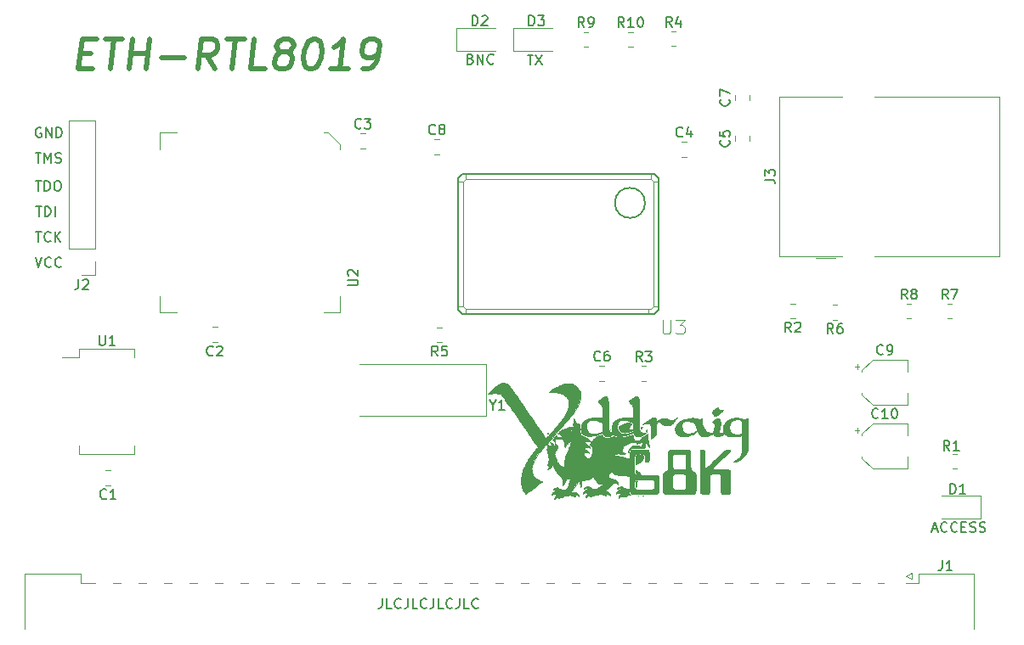
<source format=gto>
G04 #@! TF.GenerationSoftware,KiCad,Pcbnew,(5.1.10)-1*
G04 #@! TF.CreationDate,2021-07-30T10:28:04+01:00*
G04 #@! TF.ProjectId,Eth8019,45746838-3031-4392-9e6b-696361645f70,rev?*
G04 #@! TF.SameCoordinates,Original*
G04 #@! TF.FileFunction,Legend,Top*
G04 #@! TF.FilePolarity,Positive*
%FSLAX46Y46*%
G04 Gerber Fmt 4.6, Leading zero omitted, Abs format (unit mm)*
G04 Created by KiCad (PCBNEW (5.1.10)-1) date 2021-07-30 10:28:04*
%MOMM*%
%LPD*%
G01*
G04 APERTURE LIST*
%ADD10C,0.150000*%
%ADD11C,0.200000*%
%ADD12C,0.500000*%
%ADD13C,0.010000*%
%ADD14C,0.120000*%
%ADD15C,0.127000*%
%ADD16C,0.050800*%
%ADD17C,0.100000*%
%ADD18C,0.015000*%
%ADD19R,4.500000X2.000000*%
%ADD20R,2.200000X0.350000*%
%ADD21R,0.350000X2.200000*%
%ADD22R,0.700000X1.925000*%
%ADD23R,1.925000X0.700000*%
%ADD24C,3.250000*%
%ADD25C,2.600000*%
%ADD26C,1.890000*%
%ADD27C,1.900000*%
%ADD28R,1.900000X1.900000*%
%ADD29O,1.700000X1.700000*%
%ADD30R,1.700000X1.700000*%
%ADD31C,1.550000*%
%ADD32C,2.850000*%
G04 APERTURE END LIST*
D10*
X138382952Y-147026380D02*
X138382952Y-147740666D01*
X138335333Y-147883523D01*
X138240095Y-147978761D01*
X138097238Y-148026380D01*
X138002000Y-148026380D01*
X139335333Y-148026380D02*
X138859142Y-148026380D01*
X138859142Y-147026380D01*
X140240095Y-147931142D02*
X140192476Y-147978761D01*
X140049619Y-148026380D01*
X139954380Y-148026380D01*
X139811523Y-147978761D01*
X139716285Y-147883523D01*
X139668666Y-147788285D01*
X139621047Y-147597809D01*
X139621047Y-147454952D01*
X139668666Y-147264476D01*
X139716285Y-147169238D01*
X139811523Y-147074000D01*
X139954380Y-147026380D01*
X140049619Y-147026380D01*
X140192476Y-147074000D01*
X140240095Y-147121619D01*
X140954380Y-147026380D02*
X140954380Y-147740666D01*
X140906761Y-147883523D01*
X140811523Y-147978761D01*
X140668666Y-148026380D01*
X140573428Y-148026380D01*
X141906761Y-148026380D02*
X141430571Y-148026380D01*
X141430571Y-147026380D01*
X142811523Y-147931142D02*
X142763904Y-147978761D01*
X142621047Y-148026380D01*
X142525809Y-148026380D01*
X142382952Y-147978761D01*
X142287714Y-147883523D01*
X142240095Y-147788285D01*
X142192476Y-147597809D01*
X142192476Y-147454952D01*
X142240095Y-147264476D01*
X142287714Y-147169238D01*
X142382952Y-147074000D01*
X142525809Y-147026380D01*
X142621047Y-147026380D01*
X142763904Y-147074000D01*
X142811523Y-147121619D01*
X143525809Y-147026380D02*
X143525809Y-147740666D01*
X143478190Y-147883523D01*
X143382952Y-147978761D01*
X143240095Y-148026380D01*
X143144857Y-148026380D01*
X144478190Y-148026380D02*
X144002000Y-148026380D01*
X144002000Y-147026380D01*
X145382952Y-147931142D02*
X145335333Y-147978761D01*
X145192476Y-148026380D01*
X145097238Y-148026380D01*
X144954380Y-147978761D01*
X144859142Y-147883523D01*
X144811523Y-147788285D01*
X144763904Y-147597809D01*
X144763904Y-147454952D01*
X144811523Y-147264476D01*
X144859142Y-147169238D01*
X144954380Y-147074000D01*
X145097238Y-147026380D01*
X145192476Y-147026380D01*
X145335333Y-147074000D01*
X145382952Y-147121619D01*
X146097238Y-147026380D02*
X146097238Y-147740666D01*
X146049619Y-147883523D01*
X145954380Y-147978761D01*
X145811523Y-148026380D01*
X145716285Y-148026380D01*
X147049619Y-148026380D02*
X146573428Y-148026380D01*
X146573428Y-147026380D01*
X147954380Y-147931142D02*
X147906761Y-147978761D01*
X147763904Y-148026380D01*
X147668666Y-148026380D01*
X147525809Y-147978761D01*
X147430571Y-147883523D01*
X147382952Y-147788285D01*
X147335333Y-147597809D01*
X147335333Y-147454952D01*
X147382952Y-147264476D01*
X147430571Y-147169238D01*
X147525809Y-147074000D01*
X147668666Y-147026380D01*
X147763904Y-147026380D01*
X147906761Y-147074000D01*
X147954380Y-147121619D01*
D11*
X193191142Y-140120666D02*
X193667333Y-140120666D01*
X193095904Y-140406380D02*
X193429238Y-139406380D01*
X193762571Y-140406380D01*
X194667333Y-140311142D02*
X194619714Y-140358761D01*
X194476857Y-140406380D01*
X194381619Y-140406380D01*
X194238761Y-140358761D01*
X194143523Y-140263523D01*
X194095904Y-140168285D01*
X194048285Y-139977809D01*
X194048285Y-139834952D01*
X194095904Y-139644476D01*
X194143523Y-139549238D01*
X194238761Y-139454000D01*
X194381619Y-139406380D01*
X194476857Y-139406380D01*
X194619714Y-139454000D01*
X194667333Y-139501619D01*
X195667333Y-140311142D02*
X195619714Y-140358761D01*
X195476857Y-140406380D01*
X195381619Y-140406380D01*
X195238761Y-140358761D01*
X195143523Y-140263523D01*
X195095904Y-140168285D01*
X195048285Y-139977809D01*
X195048285Y-139834952D01*
X195095904Y-139644476D01*
X195143523Y-139549238D01*
X195238761Y-139454000D01*
X195381619Y-139406380D01*
X195476857Y-139406380D01*
X195619714Y-139454000D01*
X195667333Y-139501619D01*
X196095904Y-139882571D02*
X196429238Y-139882571D01*
X196572095Y-140406380D02*
X196095904Y-140406380D01*
X196095904Y-139406380D01*
X196572095Y-139406380D01*
X196953047Y-140358761D02*
X197095904Y-140406380D01*
X197334000Y-140406380D01*
X197429238Y-140358761D01*
X197476857Y-140311142D01*
X197524476Y-140215904D01*
X197524476Y-140120666D01*
X197476857Y-140025428D01*
X197429238Y-139977809D01*
X197334000Y-139930190D01*
X197143523Y-139882571D01*
X197048285Y-139834952D01*
X197000666Y-139787333D01*
X196953047Y-139692095D01*
X196953047Y-139596857D01*
X197000666Y-139501619D01*
X197048285Y-139454000D01*
X197143523Y-139406380D01*
X197381619Y-139406380D01*
X197524476Y-139454000D01*
X197905428Y-140358761D02*
X198048285Y-140406380D01*
X198286380Y-140406380D01*
X198381619Y-140358761D01*
X198429238Y-140311142D01*
X198476857Y-140215904D01*
X198476857Y-140120666D01*
X198429238Y-140025428D01*
X198381619Y-139977809D01*
X198286380Y-139930190D01*
X198095904Y-139882571D01*
X198000666Y-139834952D01*
X197953047Y-139787333D01*
X197905428Y-139692095D01*
X197905428Y-139596857D01*
X197953047Y-139501619D01*
X198000666Y-139454000D01*
X198095904Y-139406380D01*
X198334000Y-139406380D01*
X198476857Y-139454000D01*
X103822666Y-112990380D02*
X104156000Y-113990380D01*
X104489333Y-112990380D01*
X105394095Y-113895142D02*
X105346476Y-113942761D01*
X105203619Y-113990380D01*
X105108380Y-113990380D01*
X104965523Y-113942761D01*
X104870285Y-113847523D01*
X104822666Y-113752285D01*
X104775047Y-113561809D01*
X104775047Y-113418952D01*
X104822666Y-113228476D01*
X104870285Y-113133238D01*
X104965523Y-113038000D01*
X105108380Y-112990380D01*
X105203619Y-112990380D01*
X105346476Y-113038000D01*
X105394095Y-113085619D01*
X106394095Y-113895142D02*
X106346476Y-113942761D01*
X106203619Y-113990380D01*
X106108380Y-113990380D01*
X105965523Y-113942761D01*
X105870285Y-113847523D01*
X105822666Y-113752285D01*
X105775047Y-113561809D01*
X105775047Y-113418952D01*
X105822666Y-113228476D01*
X105870285Y-113133238D01*
X105965523Y-113038000D01*
X106108380Y-112990380D01*
X106203619Y-112990380D01*
X106346476Y-113038000D01*
X106394095Y-113085619D01*
X103870285Y-110450380D02*
X104441714Y-110450380D01*
X104156000Y-111450380D02*
X104156000Y-110450380D01*
X105346476Y-111355142D02*
X105298857Y-111402761D01*
X105156000Y-111450380D01*
X105060761Y-111450380D01*
X104917904Y-111402761D01*
X104822666Y-111307523D01*
X104775047Y-111212285D01*
X104727428Y-111021809D01*
X104727428Y-110878952D01*
X104775047Y-110688476D01*
X104822666Y-110593238D01*
X104917904Y-110498000D01*
X105060761Y-110450380D01*
X105156000Y-110450380D01*
X105298857Y-110498000D01*
X105346476Y-110545619D01*
X105775047Y-111450380D02*
X105775047Y-110450380D01*
X106346476Y-111450380D02*
X105917904Y-110878952D01*
X106346476Y-110450380D02*
X105775047Y-111021809D01*
X103878190Y-107910380D02*
X104449619Y-107910380D01*
X104163904Y-108910380D02*
X104163904Y-107910380D01*
X104782952Y-108910380D02*
X104782952Y-107910380D01*
X105021047Y-107910380D01*
X105163904Y-107958000D01*
X105259142Y-108053238D01*
X105306761Y-108148476D01*
X105354380Y-108338952D01*
X105354380Y-108481809D01*
X105306761Y-108672285D01*
X105259142Y-108767523D01*
X105163904Y-108862761D01*
X105021047Y-108910380D01*
X104782952Y-108910380D01*
X105782952Y-108910380D02*
X105782952Y-107910380D01*
X103846476Y-105370380D02*
X104417904Y-105370380D01*
X104132190Y-106370380D02*
X104132190Y-105370380D01*
X104751238Y-106370380D02*
X104751238Y-105370380D01*
X104989333Y-105370380D01*
X105132190Y-105418000D01*
X105227428Y-105513238D01*
X105275047Y-105608476D01*
X105322666Y-105798952D01*
X105322666Y-105941809D01*
X105275047Y-106132285D01*
X105227428Y-106227523D01*
X105132190Y-106322761D01*
X104989333Y-106370380D01*
X104751238Y-106370380D01*
X105941714Y-105370380D02*
X106132190Y-105370380D01*
X106227428Y-105418000D01*
X106322666Y-105513238D01*
X106370285Y-105703714D01*
X106370285Y-106037047D01*
X106322666Y-106227523D01*
X106227428Y-106322761D01*
X106132190Y-106370380D01*
X105941714Y-106370380D01*
X105846476Y-106322761D01*
X105751238Y-106227523D01*
X105703619Y-106037047D01*
X105703619Y-105703714D01*
X105751238Y-105513238D01*
X105846476Y-105418000D01*
X105941714Y-105370380D01*
X103822666Y-102576380D02*
X104394095Y-102576380D01*
X104108380Y-103576380D02*
X104108380Y-102576380D01*
X104727428Y-103576380D02*
X104727428Y-102576380D01*
X105060761Y-103290666D01*
X105394095Y-102576380D01*
X105394095Y-103576380D01*
X105822666Y-103528761D02*
X105965523Y-103576380D01*
X106203619Y-103576380D01*
X106298857Y-103528761D01*
X106346476Y-103481142D01*
X106394095Y-103385904D01*
X106394095Y-103290666D01*
X106346476Y-103195428D01*
X106298857Y-103147809D01*
X106203619Y-103100190D01*
X106013142Y-103052571D01*
X105917904Y-103004952D01*
X105870285Y-102957333D01*
X105822666Y-102862095D01*
X105822666Y-102766857D01*
X105870285Y-102671619D01*
X105917904Y-102624000D01*
X106013142Y-102576380D01*
X106251238Y-102576380D01*
X106394095Y-102624000D01*
X104394095Y-100084000D02*
X104298857Y-100036380D01*
X104156000Y-100036380D01*
X104013142Y-100084000D01*
X103917904Y-100179238D01*
X103870285Y-100274476D01*
X103822666Y-100464952D01*
X103822666Y-100607809D01*
X103870285Y-100798285D01*
X103917904Y-100893523D01*
X104013142Y-100988761D01*
X104156000Y-101036380D01*
X104251238Y-101036380D01*
X104394095Y-100988761D01*
X104441714Y-100941142D01*
X104441714Y-100607809D01*
X104251238Y-100607809D01*
X104870285Y-101036380D02*
X104870285Y-100036380D01*
X105441714Y-101036380D01*
X105441714Y-100036380D01*
X105917904Y-101036380D02*
X105917904Y-100036380D01*
X106156000Y-100036380D01*
X106298857Y-100084000D01*
X106394095Y-100179238D01*
X106441714Y-100274476D01*
X106489333Y-100464952D01*
X106489333Y-100607809D01*
X106441714Y-100798285D01*
X106394095Y-100893523D01*
X106298857Y-100988761D01*
X106156000Y-101036380D01*
X105917904Y-101036380D01*
X152844595Y-92797380D02*
X153416023Y-92797380D01*
X153130309Y-93797380D02*
X153130309Y-92797380D01*
X153654119Y-92797380D02*
X154320785Y-93797380D01*
X154320785Y-92797380D02*
X153654119Y-93797380D01*
X147193119Y-93210071D02*
X147335976Y-93257690D01*
X147383595Y-93305309D01*
X147431214Y-93400547D01*
X147431214Y-93543404D01*
X147383595Y-93638642D01*
X147335976Y-93686261D01*
X147240738Y-93733880D01*
X146859785Y-93733880D01*
X146859785Y-92733880D01*
X147193119Y-92733880D01*
X147288357Y-92781500D01*
X147335976Y-92829119D01*
X147383595Y-92924357D01*
X147383595Y-93019595D01*
X147335976Y-93114833D01*
X147288357Y-93162452D01*
X147193119Y-93210071D01*
X146859785Y-93210071D01*
X147859785Y-93733880D02*
X147859785Y-92733880D01*
X148431214Y-93733880D01*
X148431214Y-92733880D01*
X149478833Y-93638642D02*
X149431214Y-93686261D01*
X149288357Y-93733880D01*
X149193119Y-93733880D01*
X149050261Y-93686261D01*
X148955023Y-93591023D01*
X148907404Y-93495785D01*
X148859785Y-93305309D01*
X148859785Y-93162452D01*
X148907404Y-92971976D01*
X148955023Y-92876738D01*
X149050261Y-92781500D01*
X149193119Y-92733880D01*
X149288357Y-92733880D01*
X149431214Y-92781500D01*
X149478833Y-92829119D01*
D12*
X108331696Y-92660714D02*
X109331696Y-92660714D01*
X109563839Y-94232142D02*
X108135267Y-94232142D01*
X108510267Y-91232142D01*
X109938839Y-91232142D01*
X110795982Y-91232142D02*
X112510267Y-91232142D01*
X111278125Y-94232142D02*
X111653125Y-91232142D01*
X113135267Y-94232142D02*
X113510267Y-91232142D01*
X113331696Y-92660714D02*
X115045982Y-92660714D01*
X114849553Y-94232142D02*
X115224553Y-91232142D01*
X116420982Y-93089285D02*
X118706696Y-93089285D01*
X121706696Y-94232142D02*
X120885267Y-92803571D01*
X119992410Y-94232142D02*
X120367410Y-91232142D01*
X121510267Y-91232142D01*
X121778125Y-91375000D01*
X121903125Y-91517857D01*
X122010267Y-91803571D01*
X121956696Y-92232142D01*
X121778125Y-92517857D01*
X121617410Y-92660714D01*
X121313839Y-92803571D01*
X120170982Y-92803571D01*
X122938839Y-91232142D02*
X124653125Y-91232142D01*
X123420982Y-94232142D02*
X123795982Y-91232142D01*
X126706696Y-94232142D02*
X125278125Y-94232142D01*
X125653125Y-91232142D01*
X128349553Y-92517857D02*
X128081696Y-92375000D01*
X127956696Y-92232142D01*
X127849553Y-91946428D01*
X127867410Y-91803571D01*
X128045982Y-91517857D01*
X128206696Y-91375000D01*
X128510267Y-91232142D01*
X129081696Y-91232142D01*
X129349553Y-91375000D01*
X129474553Y-91517857D01*
X129581696Y-91803571D01*
X129563839Y-91946428D01*
X129385267Y-92232142D01*
X129224553Y-92375000D01*
X128920982Y-92517857D01*
X128349553Y-92517857D01*
X128045982Y-92660714D01*
X127885267Y-92803571D01*
X127706696Y-93089285D01*
X127635267Y-93660714D01*
X127742410Y-93946428D01*
X127867410Y-94089285D01*
X128135267Y-94232142D01*
X128706696Y-94232142D01*
X129010267Y-94089285D01*
X129170982Y-93946428D01*
X129349553Y-93660714D01*
X129420982Y-93089285D01*
X129313839Y-92803571D01*
X129188839Y-92660714D01*
X128920982Y-92517857D01*
X131510267Y-91232142D02*
X131795982Y-91232142D01*
X132063839Y-91375000D01*
X132188839Y-91517857D01*
X132295982Y-91803571D01*
X132367410Y-92375000D01*
X132278125Y-93089285D01*
X132063839Y-93660714D01*
X131885267Y-93946428D01*
X131724553Y-94089285D01*
X131420982Y-94232142D01*
X131135267Y-94232142D01*
X130867410Y-94089285D01*
X130742410Y-93946428D01*
X130635267Y-93660714D01*
X130563839Y-93089285D01*
X130653125Y-92375000D01*
X130867410Y-91803571D01*
X131045982Y-91517857D01*
X131206696Y-91375000D01*
X131510267Y-91232142D01*
X134992410Y-94232142D02*
X133278125Y-94232142D01*
X134135267Y-94232142D02*
X134510267Y-91232142D01*
X134170982Y-91660714D01*
X133849553Y-91946428D01*
X133545982Y-92089285D01*
X136420982Y-94232142D02*
X136992410Y-94232142D01*
X137295982Y-94089285D01*
X137456696Y-93946428D01*
X137795982Y-93517857D01*
X138010267Y-92946428D01*
X138153125Y-91803571D01*
X138045982Y-91517857D01*
X137920982Y-91375000D01*
X137653125Y-91232142D01*
X137081696Y-91232142D01*
X136778125Y-91375000D01*
X136617410Y-91517857D01*
X136438839Y-91803571D01*
X136349553Y-92517857D01*
X136456696Y-92803571D01*
X136581696Y-92946428D01*
X136849553Y-93089285D01*
X137420982Y-93089285D01*
X137724553Y-92946428D01*
X137885267Y-92803571D01*
X138063839Y-92517857D01*
D13*
G36*
X157469156Y-129103056D02*
G01*
X157505974Y-129144855D01*
X157544826Y-129204503D01*
X157581733Y-129275170D01*
X157612081Y-129348259D01*
X157641764Y-129424176D01*
X157670675Y-129478993D01*
X157703398Y-129516438D01*
X157744519Y-129540239D01*
X157798625Y-129554126D01*
X157870300Y-129561825D01*
X157875190Y-129562167D01*
X157921960Y-129566001D01*
X157957054Y-129570072D01*
X157974429Y-129573643D01*
X157975300Y-129574412D01*
X157968452Y-129587039D01*
X157951404Y-129611841D01*
X157945262Y-129620222D01*
X157927918Y-129648798D01*
X157909614Y-129686860D01*
X157893179Y-129727193D01*
X157881444Y-129762584D01*
X157877237Y-129785819D01*
X157878531Y-129790364D01*
X157890535Y-129786066D01*
X157918812Y-129770597D01*
X157958421Y-129746752D01*
X157982626Y-129731476D01*
X158026237Y-129704253D01*
X158061105Y-129683840D01*
X158082310Y-129673049D01*
X158086340Y-129672207D01*
X158085663Y-129685633D01*
X158080420Y-129718538D01*
X158071533Y-129765601D01*
X158062749Y-129808316D01*
X158048665Y-129893064D01*
X158038926Y-129990129D01*
X158033607Y-130093137D01*
X158032780Y-130195716D01*
X158036517Y-130291490D01*
X158044891Y-130374088D01*
X158055663Y-130429000D01*
X158096968Y-130549957D01*
X158152152Y-130652253D01*
X158223291Y-130737988D01*
X158312461Y-130809259D01*
X158421739Y-130868166D01*
X158531307Y-130909862D01*
X158608020Y-130942303D01*
X158694783Y-130991364D01*
X158786636Y-131053174D01*
X158878618Y-131123863D01*
X158965769Y-131199561D01*
X159043129Y-131276398D01*
X159105737Y-131350502D01*
X159118366Y-131367951D01*
X159136105Y-131394616D01*
X159139365Y-131404923D01*
X159128831Y-131402889D01*
X159123996Y-131400868D01*
X159050357Y-131375078D01*
X158965912Y-131357502D01*
X158865950Y-131347421D01*
X158753621Y-131344132D01*
X158675888Y-131344317D01*
X158620102Y-131346778D01*
X158582817Y-131353277D01*
X158560584Y-131365578D01*
X158549957Y-131385444D01*
X158547487Y-131414638D01*
X158549268Y-131448660D01*
X158551789Y-131472099D01*
X158557864Y-131490670D01*
X158571187Y-131508359D01*
X158595449Y-131529157D01*
X158634344Y-131557051D01*
X158675818Y-131585352D01*
X158731341Y-131624015D01*
X158785126Y-131663207D01*
X158830070Y-131697664D01*
X158853618Y-131717156D01*
X158894878Y-131756551D01*
X158942077Y-131806265D01*
X158989737Y-131860033D01*
X159032385Y-131911586D01*
X159064545Y-131954659D01*
X159074010Y-131969392D01*
X159088310Y-131994710D01*
X159089249Y-132003131D01*
X159076596Y-131999502D01*
X159072641Y-131997852D01*
X158987883Y-131968549D01*
X158891136Y-131945512D01*
X158788995Y-131929447D01*
X158688052Y-131921062D01*
X158594902Y-131921062D01*
X158516139Y-131930155D01*
X158492825Y-131935719D01*
X158475843Y-131950825D01*
X158470600Y-131985218D01*
X158472410Y-132007337D01*
X158480618Y-132025704D01*
X158499388Y-132045065D01*
X158532883Y-132070165D01*
X158563562Y-132091156D01*
X158674744Y-132169706D01*
X158766400Y-132242714D01*
X158842672Y-132313855D01*
X158907703Y-132386805D01*
X158931882Y-132417828D01*
X158965215Y-132463175D01*
X158991386Y-132500579D01*
X159007487Y-132525758D01*
X159011078Y-132534355D01*
X158997908Y-132532332D01*
X158971842Y-132521180D01*
X158967582Y-132519020D01*
X158905395Y-132495026D01*
X158823722Y-132476014D01*
X158728161Y-132462972D01*
X158624311Y-132456889D01*
X158614684Y-132456715D01*
X158557114Y-132456556D01*
X158509277Y-132457702D01*
X158476652Y-132459940D01*
X158464954Y-132462563D01*
X158463472Y-132477956D01*
X158466982Y-132511322D01*
X158474727Y-132555895D01*
X158476174Y-132562969D01*
X158513912Y-132690606D01*
X158570099Y-132801490D01*
X158644127Y-132894894D01*
X158735384Y-132970095D01*
X158843259Y-133026367D01*
X158876692Y-133038745D01*
X158938508Y-133059381D01*
X158981922Y-133070547D01*
X159012708Y-133070559D01*
X159036642Y-133057733D01*
X159059498Y-133030384D01*
X159087052Y-132986827D01*
X159094046Y-132975350D01*
X159148361Y-132877203D01*
X159200900Y-132765778D01*
X159247659Y-132650565D01*
X159284634Y-132541052D01*
X159298133Y-132491677D01*
X159317393Y-132386133D01*
X159325851Y-132274293D01*
X159323916Y-132162015D01*
X159312002Y-132055157D01*
X159290519Y-131959575D01*
X159259880Y-131881127D01*
X159254521Y-131871202D01*
X159229452Y-131836721D01*
X159192334Y-131796796D01*
X159156400Y-131764478D01*
X159121256Y-131734481D01*
X159095056Y-131709331D01*
X159083232Y-131694260D01*
X159083118Y-131693875D01*
X159087176Y-131674429D01*
X159102405Y-131638080D01*
X159126386Y-131589381D01*
X159156698Y-131532888D01*
X159190921Y-131473153D01*
X159226635Y-131414732D01*
X159252513Y-131375150D01*
X159307305Y-131299573D01*
X159370528Y-131221250D01*
X159438983Y-131143386D01*
X159509468Y-131069183D01*
X159578783Y-131001847D01*
X159643726Y-130944581D01*
X159701095Y-130900590D01*
X159747691Y-130873077D01*
X159758446Y-130868736D01*
X159809864Y-130851287D01*
X159872087Y-130830798D01*
X159940987Y-130808558D01*
X160012435Y-130785855D01*
X160082304Y-130763977D01*
X160146464Y-130744212D01*
X160200789Y-130727849D01*
X160241148Y-130716175D01*
X160263415Y-130710478D01*
X160266454Y-130710229D01*
X160274824Y-130722222D01*
X160293515Y-130749617D01*
X160318663Y-130786748D01*
X160321500Y-130790950D01*
X160368511Y-130855478D01*
X160412262Y-130902455D01*
X160459246Y-130937781D01*
X160515300Y-130967060D01*
X160628202Y-131004556D01*
X160753153Y-131021631D01*
X160887408Y-131018511D01*
X161028220Y-130995423D01*
X161172844Y-130952592D01*
X161291730Y-130903191D01*
X161348183Y-130877071D01*
X161387177Y-130860776D01*
X161414041Y-130852916D01*
X161434105Y-130852103D01*
X161452701Y-130856944D01*
X161459299Y-130859496D01*
X161577377Y-130902941D01*
X161687901Y-130934031D01*
X161800730Y-130954925D01*
X161925724Y-130967783D01*
X161965160Y-130970289D01*
X162146562Y-130971933D01*
X162339910Y-130956848D01*
X162546577Y-130924797D01*
X162767940Y-130875542D01*
X163005373Y-130808846D01*
X163128848Y-130769446D01*
X163194506Y-130748082D01*
X163251148Y-130730324D01*
X163294659Y-130717408D01*
X163320926Y-130710569D01*
X163326814Y-130709981D01*
X163367996Y-130766308D01*
X163393550Y-130814179D01*
X163406775Y-130862081D01*
X163410970Y-130918498D01*
X163411024Y-130926588D01*
X163423219Y-131029384D01*
X163459768Y-131125907D01*
X163506374Y-131198772D01*
X163536660Y-131238480D01*
X163715080Y-131247672D01*
X163786124Y-131251644D01*
X163835577Y-131255442D01*
X163867233Y-131259736D01*
X163884886Y-131265196D01*
X163892330Y-131272493D01*
X163893500Y-131279177D01*
X163883566Y-131312000D01*
X163857886Y-131350514D01*
X163822634Y-131387585D01*
X163783990Y-131416079D01*
X163768299Y-131423748D01*
X163721605Y-131436969D01*
X163655847Y-131448212D01*
X163577322Y-131456936D01*
X163492327Y-131462600D01*
X163407156Y-131464662D01*
X163328107Y-131462581D01*
X163321362Y-131462162D01*
X163260420Y-131458974D01*
X163215389Y-131459547D01*
X163176929Y-131464935D01*
X163135695Y-131476189D01*
X163104695Y-131486555D01*
X162930684Y-131551190D01*
X162780953Y-131616622D01*
X162654382Y-131683586D01*
X162549851Y-131752814D01*
X162466241Y-131825041D01*
X162402432Y-131901001D01*
X162360620Y-131974006D01*
X162334090Y-132052525D01*
X162316178Y-132152014D01*
X162307379Y-132269378D01*
X162306557Y-132311961D01*
X162305890Y-132346250D01*
X162306602Y-132370707D01*
X162311979Y-132389129D01*
X162325306Y-132405312D01*
X162349867Y-132423052D01*
X162388947Y-132446145D01*
X162445831Y-132478388D01*
X162455170Y-132483716D01*
X162498566Y-132509415D01*
X162537308Y-132533888D01*
X162559158Y-132549030D01*
X162590066Y-132572578D01*
X162511895Y-132612039D01*
X162449170Y-132638109D01*
X162386227Y-132651351D01*
X162318089Y-132651645D01*
X162239784Y-132638871D01*
X162146337Y-132612910D01*
X162114497Y-132602496D01*
X161968635Y-132553493D01*
X161854742Y-132588119D01*
X161772267Y-132615013D01*
X161692931Y-132644219D01*
X161620291Y-132674094D01*
X161557905Y-132702997D01*
X161509329Y-132729286D01*
X161478121Y-132751318D01*
X161467800Y-132766732D01*
X161479257Y-132773376D01*
X161508686Y-132777825D01*
X161534475Y-132778902D01*
X161599496Y-132782513D01*
X161684489Y-132792121D01*
X161784969Y-132806861D01*
X161896451Y-132825866D01*
X162014452Y-132848270D01*
X162134488Y-132873207D01*
X162252074Y-132899811D01*
X162362726Y-132927217D01*
X162461960Y-132954557D01*
X162494151Y-132964255D01*
X162610480Y-132999203D01*
X162708900Y-133026262D01*
X162795117Y-133046896D01*
X162874835Y-133062574D01*
X162880675Y-133063584D01*
X162928300Y-133071750D01*
X162928300Y-133955184D01*
X162928260Y-134127135D01*
X162928114Y-134275393D01*
X162927822Y-134401668D01*
X162927347Y-134507665D01*
X162926648Y-134595093D01*
X162925686Y-134665659D01*
X162924423Y-134721072D01*
X162922818Y-134763038D01*
X162920833Y-134793266D01*
X162918429Y-134813463D01*
X162915567Y-134825337D01*
X162912206Y-134830595D01*
X162908309Y-134830945D01*
X162908211Y-134830908D01*
X162883920Y-134826287D01*
X162845798Y-134823535D01*
X162827168Y-134823200D01*
X162785036Y-134820236D01*
X162755322Y-134807995D01*
X162727332Y-134783430D01*
X162688450Y-134743661D01*
X162636668Y-134764380D01*
X162555007Y-134784391D01*
X162474148Y-134779136D01*
X162395192Y-134748750D01*
X162367664Y-134731833D01*
X162348371Y-134720074D01*
X162331338Y-134716487D01*
X162308892Y-134721892D01*
X162273358Y-134737111D01*
X162259714Y-134743383D01*
X162178118Y-134770535D01*
X162093903Y-134780027D01*
X162012541Y-134772501D01*
X161939506Y-134748596D01*
X161880270Y-134708956D01*
X161869121Y-134697623D01*
X161854746Y-134684438D01*
X161837141Y-134677205D01*
X161809856Y-134674946D01*
X161766437Y-134676681D01*
X161742121Y-134678345D01*
X161642110Y-134677011D01*
X161558756Y-134656985D01*
X161490919Y-134617692D01*
X161437455Y-134558559D01*
X161411242Y-134512139D01*
X161391189Y-134472824D01*
X161374860Y-134451714D01*
X161356710Y-134443365D01*
X161340005Y-134442200D01*
X161306622Y-134436420D01*
X161263736Y-134421674D01*
X161239807Y-134410757D01*
X161177759Y-134379315D01*
X161082470Y-134480608D01*
X161002250Y-134576008D01*
X160946414Y-134665662D01*
X160914993Y-134749420D01*
X160908020Y-134827134D01*
X160925528Y-134898653D01*
X160967548Y-134963828D01*
X160976453Y-134973559D01*
X161012679Y-135006128D01*
X161056698Y-135034521D01*
X161112463Y-135060469D01*
X161183922Y-135085705D01*
X161275027Y-135111958D01*
X161317579Y-135123061D01*
X161418868Y-135150411D01*
X161499742Y-135176148D01*
X161564912Y-135202380D01*
X161619087Y-135231213D01*
X161666979Y-135264755D01*
X161702777Y-135295335D01*
X161767868Y-135365148D01*
X161823167Y-135444602D01*
X161865581Y-135527778D01*
X161892011Y-135608757D01*
X161899599Y-135671671D01*
X161899599Y-135716066D01*
X161826008Y-135645872D01*
X161758779Y-135587899D01*
X161695376Y-135548070D01*
X161627808Y-135522042D01*
X161576189Y-135510156D01*
X161511214Y-135498987D01*
X161464649Y-135495441D01*
X161430009Y-135502118D01*
X161400805Y-135521619D01*
X161370550Y-135556544D01*
X161334450Y-135607060D01*
X161263764Y-135698928D01*
X161178069Y-135795048D01*
X161084496Y-135888208D01*
X160990173Y-135971196D01*
X160925293Y-136020958D01*
X160835350Y-136079795D01*
X160730543Y-136140198D01*
X160620514Y-136197053D01*
X160514905Y-136245248D01*
X160464500Y-136265351D01*
X160406616Y-136287982D01*
X160370718Y-136304633D01*
X160357307Y-136315567D01*
X160366883Y-136321047D01*
X160399948Y-136321333D01*
X160457001Y-136316688D01*
X160538544Y-136307374D01*
X160543612Y-136306748D01*
X160667174Y-136291452D01*
X160787103Y-136352584D01*
X160889217Y-136412419D01*
X160967441Y-136476291D01*
X161023175Y-136545883D01*
X161057822Y-136622876D01*
X161071621Y-136694169D01*
X161077751Y-136757970D01*
X161003984Y-136697879D01*
X160949075Y-136655078D01*
X160904612Y-136625864D01*
X160863033Y-136605908D01*
X160817232Y-136591009D01*
X160767854Y-136581894D01*
X160736872Y-136588131D01*
X160721488Y-136611075D01*
X160718500Y-136638812D01*
X160710404Y-136683484D01*
X160683946Y-136716114D01*
X160635868Y-136740593D01*
X160632122Y-136741923D01*
X160604746Y-136748650D01*
X160579456Y-136745425D01*
X160546265Y-136730347D01*
X160532922Y-136723032D01*
X160478917Y-136699452D01*
X160421712Y-136690518D01*
X160402226Y-136690100D01*
X160342465Y-136684682D01*
X160295748Y-136665452D01*
X160252503Y-136627939D01*
X160240710Y-136614714D01*
X160203348Y-136590396D01*
X160150180Y-136585642D01*
X160081563Y-136600422D01*
X159997851Y-136634704D01*
X159994663Y-136636251D01*
X159943753Y-136659834D01*
X159903597Y-136673814D01*
X159863320Y-136680707D01*
X159812042Y-136683026D01*
X159791463Y-136683213D01*
X159729062Y-136682231D01*
X159664943Y-136679144D01*
X159611940Y-136674592D01*
X159607250Y-136674018D01*
X159531050Y-136664287D01*
X159494721Y-136722270D01*
X159457002Y-136773870D01*
X159418436Y-136804772D01*
X159372000Y-136818915D01*
X159319359Y-136820638D01*
X159273327Y-136820858D01*
X159242246Y-136827638D01*
X159215977Y-136843584D01*
X159209509Y-136848855D01*
X159155682Y-136884132D01*
X159105990Y-136897393D01*
X159063095Y-136888638D01*
X159029661Y-136857869D01*
X159024221Y-136848850D01*
X159006167Y-136822647D01*
X158983345Y-136809364D01*
X158946988Y-136804860D01*
X158930552Y-136804594D01*
X158866500Y-136815343D01*
X158794922Y-136846689D01*
X158719920Y-136896647D01*
X158690942Y-136920475D01*
X158629350Y-136973907D01*
X158625424Y-136940921D01*
X158629337Y-136881219D01*
X158651732Y-136814830D01*
X158689212Y-136747970D01*
X158738381Y-136686856D01*
X158788100Y-136643143D01*
X158832037Y-136610928D01*
X158881806Y-136573944D01*
X158908589Y-136553820D01*
X158942385Y-136527748D01*
X158957889Y-136513017D01*
X158957233Y-136505872D01*
X158942553Y-136502558D01*
X158938038Y-136502015D01*
X158901416Y-136507687D01*
X158856624Y-136529609D01*
X158851721Y-136532777D01*
X158802488Y-136556121D01*
X158761474Y-136555454D01*
X158728510Y-136530741D01*
X158711900Y-136503023D01*
X158691221Y-136472276D01*
X158664623Y-136461838D01*
X158661100Y-136461712D01*
X158610994Y-136469484D01*
X158550518Y-136491448D01*
X158487642Y-136524228D01*
X158443971Y-136553678D01*
X158409725Y-136577952D01*
X158383863Y-136593227D01*
X158372504Y-136596237D01*
X158368058Y-136576335D01*
X158372881Y-136541059D01*
X158384944Y-136497784D01*
X158402216Y-136453883D01*
X158421398Y-136418621D01*
X158484029Y-136342396D01*
X158560246Y-136284971D01*
X158594019Y-136266958D01*
X158626025Y-136248441D01*
X158645570Y-136231412D01*
X158648400Y-136225148D01*
X158657398Y-136207977D01*
X158679902Y-136183665D01*
X158689341Y-136175307D01*
X158714860Y-136156077D01*
X158738525Y-136146821D01*
X158770001Y-136145302D01*
X158806816Y-136148107D01*
X158859731Y-136155607D01*
X158911953Y-136166924D01*
X158937325Y-136174515D01*
X158972665Y-136186019D01*
X158988067Y-136186421D01*
X158987159Y-136174087D01*
X158978279Y-136156100D01*
X158964010Y-136140693D01*
X158938178Y-136133902D01*
X158903499Y-136133163D01*
X158855705Y-136131978D01*
X158828069Y-136124055D01*
X158815700Y-136106859D01*
X158813500Y-136086547D01*
X158802725Y-136054858D01*
X158770870Y-136036331D01*
X158718634Y-136031060D01*
X158646719Y-136039142D01*
X158578550Y-136054478D01*
X158534556Y-136065241D01*
X158501213Y-136071944D01*
X158485066Y-136073293D01*
X158484616Y-136073054D01*
X158488014Y-136060753D01*
X158502293Y-136034723D01*
X158513381Y-136017243D01*
X158572799Y-135949679D01*
X158650228Y-135896457D01*
X158741477Y-135859576D01*
X158842359Y-135841036D01*
X158886519Y-135839200D01*
X158920861Y-135839896D01*
X158948452Y-135843632D01*
X158975205Y-135852882D01*
X159007031Y-135870118D01*
X159049845Y-135897814D01*
X159087061Y-135923070D01*
X159143630Y-135960344D01*
X159200316Y-135995397D01*
X159249570Y-136023677D01*
X159277201Y-136037753D01*
X159354741Y-136066605D01*
X159439165Y-136086703D01*
X159526190Y-136098167D01*
X159611533Y-136101115D01*
X159690911Y-136095667D01*
X159760042Y-136081942D01*
X159814641Y-136060060D01*
X159850427Y-136030141D01*
X159855827Y-136021616D01*
X159894337Y-135975798D01*
X159953311Y-135941570D01*
X159989472Y-135929480D01*
X160034454Y-135909441D01*
X160055771Y-135883688D01*
X160083853Y-135848029D01*
X160129441Y-135817632D01*
X160184645Y-135797426D01*
X160198351Y-135794656D01*
X160244525Y-135777418D01*
X160279720Y-135750956D01*
X160314805Y-135721738D01*
X160356850Y-135696060D01*
X160363829Y-135692730D01*
X160394291Y-135677401D01*
X160411935Y-135665437D01*
X160413700Y-135662640D01*
X160402418Y-135652276D01*
X160373201Y-135638943D01*
X160332990Y-135624804D01*
X160288726Y-135612019D01*
X160247350Y-135602749D01*
X160215804Y-135599155D01*
X160210500Y-135599374D01*
X160174413Y-135601540D01*
X160124429Y-135603035D01*
X160077150Y-135603511D01*
X159983061Y-135591897D01*
X159899914Y-135557558D01*
X159828565Y-135501081D01*
X159769873Y-135423053D01*
X159745769Y-135376639D01*
X159704384Y-135311511D01*
X159658990Y-135271069D01*
X159593274Y-135209746D01*
X159543285Y-135131553D01*
X159511268Y-135041147D01*
X159499468Y-134943185D01*
X159499450Y-134940228D01*
X159498254Y-134906913D01*
X159492934Y-134893871D01*
X159480516Y-134895998D01*
X159475235Y-134898685D01*
X159449664Y-134907157D01*
X159409127Y-134915416D01*
X159376810Y-134919939D01*
X159336369Y-134926249D01*
X159303479Y-134937256D01*
X159269874Y-134956944D01*
X159227285Y-134989299D01*
X159218934Y-134996040D01*
X159126050Y-135062430D01*
X159035079Y-135110211D01*
X158949413Y-135137841D01*
X158892364Y-135144399D01*
X158840706Y-135143972D01*
X158790092Y-135141960D01*
X158768432Y-135140366D01*
X158725813Y-135141456D01*
X158689242Y-135157200D01*
X158673182Y-135168432D01*
X158585111Y-135224521D01*
X158500431Y-135257194D01*
X158417047Y-135267621D01*
X158364253Y-135264285D01*
X158319357Y-135255570D01*
X158300873Y-135248571D01*
X158274442Y-135235495D01*
X158259892Y-135229624D01*
X158259598Y-135229600D01*
X158257772Y-135241521D01*
X158256213Y-135274171D01*
X158255064Y-135322879D01*
X158254468Y-135382973D01*
X158254425Y-135397875D01*
X158248034Y-135546628D01*
X158228412Y-135681825D01*
X158194107Y-135812411D01*
X158180781Y-135851900D01*
X158166843Y-135890266D01*
X158158495Y-135907224D01*
X158152963Y-135905349D01*
X158147473Y-135887215D01*
X158146580Y-135883650D01*
X158139698Y-135856024D01*
X158128362Y-135810505D01*
X158114255Y-135753847D01*
X158101693Y-135703389D01*
X158082504Y-135631368D01*
X158060611Y-135557462D01*
X158037359Y-135485339D01*
X158014093Y-135418667D01*
X157992159Y-135361115D01*
X157972901Y-135316352D01*
X157957666Y-135288046D01*
X157947797Y-135279865D01*
X157946729Y-135280767D01*
X157938868Y-135293478D01*
X157920920Y-135323531D01*
X157895611Y-135366338D01*
X157867751Y-135413750D01*
X157721714Y-135650859D01*
X157558946Y-135893226D01*
X157384643Y-136133292D01*
X157278333Y-136271000D01*
X157237508Y-136323387D01*
X157202997Y-136369062D01*
X157177604Y-136404203D01*
X157164133Y-136424990D01*
X157162705Y-136428539D01*
X157174775Y-136432124D01*
X157209030Y-136434120D01*
X157262301Y-136434485D01*
X157331419Y-136433177D01*
X157381979Y-136431463D01*
X157601459Y-136422896D01*
X157715761Y-136478528D01*
X157812828Y-136535575D01*
X157889944Y-136601791D01*
X157945725Y-136675409D01*
X157978789Y-136754665D01*
X157988000Y-136826007D01*
X157988000Y-136868490D01*
X157922076Y-136816381D01*
X157842327Y-136760313D01*
X157768788Y-136722463D01*
X157704468Y-136704265D01*
X157683622Y-136702800D01*
X157632400Y-136702800D01*
X157632400Y-136758914D01*
X157630023Y-136796156D01*
X157619111Y-136819113D01*
X157593989Y-136838736D01*
X157589625Y-136841464D01*
X157549903Y-136861207D01*
X157513162Y-136865929D01*
X157471187Y-136855355D01*
X157429200Y-136836150D01*
X157362518Y-136811306D01*
X157294778Y-136804400D01*
X157251414Y-136802800D01*
X157222248Y-136795034D01*
X157196135Y-136776654D01*
X157175323Y-136756711D01*
X157143929Y-136728099D01*
X157117101Y-136714142D01*
X157083172Y-136709961D01*
X157063529Y-136709953D01*
X157005249Y-136717529D01*
X156944353Y-136740582D01*
X156925386Y-136750230D01*
X156856583Y-136781582D01*
X156788023Y-136800584D01*
X156712671Y-136808287D01*
X156623492Y-136805740D01*
X156579778Y-136801821D01*
X156520439Y-136796035D01*
X156481362Y-136793568D01*
X156457588Y-136794749D01*
X156444155Y-136799910D01*
X156436101Y-136809380D01*
X156434892Y-136811475D01*
X156419300Y-136833418D01*
X156392846Y-136865436D01*
X156371126Y-136889789D01*
X156342278Y-136919818D01*
X156319735Y-136936081D01*
X156293809Y-136942507D01*
X156254813Y-136943024D01*
X156240732Y-136942659D01*
X156194057Y-136942802D01*
X156162170Y-136948428D01*
X156134577Y-136962582D01*
X156110692Y-136980384D01*
X156056620Y-137012072D01*
X156006048Y-137019006D01*
X155959646Y-137001099D01*
X155958825Y-137000529D01*
X155937582Y-136977643D01*
X155930600Y-136957438D01*
X155922374Y-136935325D01*
X155895755Y-136922887D01*
X155847826Y-136918828D01*
X155843836Y-136918824D01*
X155787978Y-136928452D01*
X155723577Y-136954831D01*
X155657599Y-136994595D01*
X155611151Y-137031283D01*
X155579133Y-137058735D01*
X155554814Y-137077742D01*
X155544476Y-137083800D01*
X155538618Y-137072977D01*
X155536900Y-137054355D01*
X155544624Y-137000395D01*
X155565178Y-136937661D01*
X155594630Y-136876466D01*
X155618745Y-136839661D01*
X155649797Y-136806324D01*
X155695583Y-136766154D01*
X155748956Y-136725216D01*
X155774402Y-136707587D01*
X155823245Y-136674527D01*
X155853100Y-136652634D01*
X155866403Y-136639430D01*
X155865590Y-136632439D01*
X155853098Y-136629182D01*
X155851676Y-136629010D01*
X155816829Y-136633651D01*
X155772431Y-136651719D01*
X155758803Y-136659224D01*
X155709406Y-136681070D01*
X155671405Y-136680807D01*
X155642682Y-136657832D01*
X155624350Y-136621024D01*
X155609961Y-136590478D01*
X155591289Y-136577831D01*
X155569273Y-136575810D01*
X155529927Y-136582927D01*
X155478239Y-136601796D01*
X155422025Y-136628720D01*
X155369104Y-136659999D01*
X155331137Y-136688478D01*
X155303340Y-136711834D01*
X155284043Y-136726115D01*
X155279688Y-136728200D01*
X155276620Y-136717412D01*
X155280339Y-136689752D01*
X155289104Y-136652273D01*
X155301174Y-136612027D01*
X155314806Y-136576067D01*
X155319936Y-136565183D01*
X155373004Y-136483759D01*
X155440148Y-136421829D01*
X155471563Y-136401799D01*
X155514880Y-136373426D01*
X155562752Y-136336877D01*
X155590330Y-136313148D01*
X155624393Y-136283972D01*
X155653670Y-136266820D01*
X155684887Y-136260750D01*
X155724764Y-136264821D01*
X155780026Y-136278091D01*
X155800519Y-136283700D01*
X155851092Y-136297614D01*
X155882013Y-136305407D01*
X155898115Y-136307708D01*
X155904232Y-136305145D01*
X155905200Y-136298346D01*
X155905200Y-136297307D01*
X155893967Y-136270987D01*
X155864668Y-136254037D01*
X155823900Y-136249758D01*
X155812699Y-136251052D01*
X155766375Y-136252100D01*
X155738571Y-136236592D01*
X155727687Y-136203474D01*
X155727400Y-136194868D01*
X155724248Y-136171614D01*
X155710026Y-136159373D01*
X155677635Y-136151988D01*
X155640484Y-136150859D01*
X155587749Y-136155049D01*
X155528370Y-136163266D01*
X155471289Y-136174221D01*
X155425446Y-136186622D01*
X155417415Y-136189550D01*
X155404236Y-136193121D01*
X155402502Y-136186204D01*
X155412841Y-136164353D01*
X155423765Y-136144603D01*
X155478468Y-136072061D01*
X155551258Y-136017147D01*
X155642267Y-135979787D01*
X155751630Y-135959909D01*
X155766036Y-135958692D01*
X155873450Y-135950631D01*
X155953179Y-136006040D01*
X156036864Y-136062871D01*
X156105352Y-136106157D01*
X156163069Y-136138480D01*
X156214440Y-136162425D01*
X156234989Y-136170531D01*
X156306501Y-136191008D01*
X156390760Y-136205618D01*
X156476244Y-136212934D01*
X156551430Y-136211528D01*
X156559250Y-136210701D01*
X156596200Y-136204173D01*
X156625490Y-136191632D01*
X156655602Y-136168232D01*
X156686250Y-136138166D01*
X156720747Y-136099460D01*
X156762751Y-136047368D01*
X156805995Y-135989845D01*
X156832032Y-135952979D01*
X156867684Y-135900251D01*
X156891565Y-135861521D01*
X156906460Y-135829971D01*
X156915156Y-135798782D01*
X156920437Y-135761137D01*
X156923416Y-135729320D01*
X156933325Y-135651004D01*
X156949075Y-135590493D01*
X156973361Y-135540387D01*
X157008875Y-135493286D01*
X157009615Y-135492442D01*
X157033641Y-135463156D01*
X157043718Y-135440432D01*
X157042781Y-135412708D01*
X157037127Y-135384054D01*
X157031647Y-135307195D01*
X157050022Y-135239030D01*
X157089640Y-135182292D01*
X157113439Y-135154885D01*
X157121288Y-135135171D01*
X157116211Y-135113962D01*
X157113883Y-135108670D01*
X157102541Y-135074507D01*
X157099000Y-135049843D01*
X157094362Y-135031302D01*
X157077069Y-135033243D01*
X157076775Y-135033371D01*
X157028863Y-135050042D01*
X156965389Y-135066509D01*
X156896116Y-135080671D01*
X156830811Y-135090429D01*
X156798124Y-135093269D01*
X156752682Y-135096328D01*
X156726181Y-135101344D01*
X156712174Y-135111126D01*
X156704218Y-135128487D01*
X156702192Y-135135103D01*
X156664445Y-135254356D01*
X156627088Y-135353508D01*
X156587433Y-135437675D01*
X156542795Y-135511969D01*
X156490485Y-135581503D01*
X156434693Y-135644172D01*
X156394559Y-135685650D01*
X156360966Y-135718634D01*
X156337532Y-135739689D01*
X156327964Y-135745498D01*
X156328118Y-135731524D01*
X156333026Y-135698407D01*
X156341771Y-135651761D01*
X156348754Y-135618342D01*
X156365523Y-135518152D01*
X156373821Y-135415937D01*
X156373547Y-135318849D01*
X156364600Y-135234039D01*
X156354778Y-135191181D01*
X156345874Y-135166579D01*
X156332263Y-135139522D01*
X156311950Y-135107246D01*
X156282940Y-135066985D01*
X156243240Y-135015978D01*
X156190856Y-134951459D01*
X156123793Y-134870666D01*
X156121733Y-134868201D01*
X156019415Y-134745174D01*
X155931611Y-134638186D01*
X155856005Y-134544251D01*
X155790284Y-134460382D01*
X155732131Y-134383592D01*
X155679234Y-134310893D01*
X155629277Y-134239300D01*
X155594788Y-134188200D01*
X155524986Y-134080646D01*
X155469088Y-133986901D01*
X155424686Y-133901302D01*
X155389370Y-133818187D01*
X155360733Y-133731895D01*
X155336366Y-133636764D01*
X155314089Y-133528345D01*
X155301964Y-133471231D01*
X155292016Y-133439025D01*
X155284428Y-133431314D01*
X155279381Y-133447684D01*
X155277058Y-133487723D01*
X155277642Y-133551016D01*
X155279748Y-133606183D01*
X155286678Y-133754417D01*
X155218246Y-133877944D01*
X155180984Y-133941825D01*
X155148795Y-133988206D01*
X155117057Y-134023064D01*
X155086182Y-134048693D01*
X155017258Y-134091037D01*
X154943610Y-134121403D01*
X154874107Y-134136400D01*
X154854171Y-134137400D01*
X154810968Y-134137400D01*
X154876083Y-134064375D01*
X154925330Y-134002653D01*
X154964435Y-133940739D01*
X154990733Y-133883740D01*
X155001565Y-133836762D01*
X155001275Y-133824179D01*
X154995628Y-133800627D01*
X154980693Y-133789312D01*
X154948635Y-133784576D01*
X154946196Y-133784392D01*
X154907107Y-133776812D01*
X154879968Y-133756465D01*
X154866821Y-133739156D01*
X154845216Y-133698102D01*
X154841020Y-133658450D01*
X154854630Y-133613343D01*
X154876500Y-133572250D01*
X154901839Y-133521272D01*
X154912867Y-133472788D01*
X154914383Y-133440124D01*
X154916078Y-133398908D01*
X154924091Y-133371125D01*
X154943300Y-133345929D01*
X154967051Y-133323074D01*
X154998143Y-133291747D01*
X155014183Y-133265295D01*
X155020372Y-133233263D01*
X155021338Y-133213900D01*
X155016371Y-133158331D01*
X154996290Y-133098700D01*
X154987041Y-133078712D01*
X154963682Y-133026186D01*
X154947659Y-132977055D01*
X154938647Y-132926301D01*
X154936324Y-132868901D01*
X154940367Y-132799836D01*
X154950452Y-132714085D01*
X154959510Y-132650919D01*
X154963577Y-132615918D01*
X154959254Y-132594356D01*
X154941922Y-132576521D01*
X154915474Y-132558336D01*
X154861594Y-132514798D01*
X154830300Y-132468054D01*
X154818870Y-132412722D01*
X154820671Y-132370788D01*
X154823968Y-132327615D01*
X154819921Y-132297586D01*
X154805478Y-132268809D01*
X154788090Y-132243788D01*
X154763100Y-132204553D01*
X154753571Y-132174248D01*
X154755061Y-132150683D01*
X154770975Y-132108823D01*
X154796686Y-132078770D01*
X154826309Y-132067300D01*
X154848080Y-132056283D01*
X154860816Y-132026843D01*
X154864251Y-131984399D01*
X154858115Y-131934368D01*
X154842139Y-131882167D01*
X154836161Y-131868525D01*
X154820356Y-131831832D01*
X154815772Y-131808011D01*
X154821424Y-131787660D01*
X154826636Y-131777843D01*
X154852555Y-131741917D01*
X154879580Y-131729287D01*
X154913441Y-131738646D01*
X154936981Y-131752644D01*
X154974237Y-131784024D01*
X155010716Y-131825168D01*
X155023806Y-131843749D01*
X155068015Y-131913367D01*
X155100504Y-131964097D01*
X155123252Y-131998440D01*
X155138237Y-132018897D01*
X155147439Y-132027971D01*
X155152834Y-132028161D01*
X155156403Y-132021971D01*
X155159040Y-132014729D01*
X155159589Y-131985674D01*
X155143021Y-131943624D01*
X155134950Y-131928632D01*
X155111611Y-131876107D01*
X155109209Y-131835823D01*
X155128485Y-131804618D01*
X155169923Y-131779440D01*
X155201924Y-131763825D01*
X155216078Y-131748701D01*
X155218061Y-131724975D01*
X155216084Y-131705502D01*
X155202358Y-131643738D01*
X155173763Y-131576226D01*
X155136997Y-131511575D01*
X155118059Y-131478971D01*
X155112407Y-131461145D01*
X155118803Y-131452035D01*
X155124324Y-131449525D01*
X155161263Y-131447665D01*
X155207805Y-131463169D01*
X155259059Y-131492537D01*
X155310138Y-131532272D01*
X155356153Y-131578877D01*
X155392216Y-131628851D01*
X155402598Y-131648653D01*
X155429036Y-131694177D01*
X155463595Y-131739761D01*
X155476862Y-131754109D01*
X155505857Y-131789299D01*
X155521294Y-131826620D01*
X155523669Y-131871517D01*
X155513480Y-131929436D01*
X155497910Y-131984639D01*
X155485841Y-132027720D01*
X155478926Y-132060644D01*
X155478567Y-132076644D01*
X155478782Y-132076916D01*
X155492133Y-132074713D01*
X155512101Y-132060405D01*
X155529268Y-132038617D01*
X155532906Y-132010748D01*
X155530039Y-131988077D01*
X155529156Y-131941822D01*
X155545757Y-131913621D01*
X155580528Y-131902472D01*
X155589013Y-131902200D01*
X155617764Y-131896624D01*
X155631869Y-131875371D01*
X155633628Y-131869079D01*
X155636548Y-131839455D01*
X155636398Y-131792664D01*
X155633658Y-131736688D01*
X155628805Y-131679511D01*
X155622316Y-131629116D01*
X155617867Y-131605597D01*
X155609631Y-131569344D01*
X155662025Y-131604016D01*
X155725702Y-131660781D01*
X155775868Y-131735844D01*
X155810493Y-131824848D01*
X155827548Y-131923434D01*
X155829000Y-131962489D01*
X155828338Y-132002094D01*
X155824732Y-132033597D01*
X155815751Y-132062404D01*
X155798964Y-132093925D01*
X155771940Y-132133565D01*
X155732249Y-132186734D01*
X155722304Y-132199824D01*
X155650090Y-132305312D01*
X155598949Y-132406160D01*
X155566796Y-132508158D01*
X155551544Y-132617096D01*
X155549600Y-132679077D01*
X155550456Y-132718981D01*
X155554446Y-132751700D01*
X155563701Y-132783990D01*
X155580353Y-132822605D01*
X155606533Y-132874302D01*
X155618174Y-132896419D01*
X155682265Y-133024973D01*
X155731499Y-133139718D01*
X155765301Y-133239104D01*
X155783098Y-133321581D01*
X155785554Y-133348358D01*
X155789527Y-133430362D01*
X155856888Y-133463206D01*
X155914389Y-133501136D01*
X155952370Y-133551452D01*
X155974580Y-133618948D01*
X155985175Y-133642752D01*
X156009823Y-133663557D01*
X156049234Y-133683993D01*
X156116966Y-133726676D01*
X156164870Y-133784421D01*
X156183969Y-133824591D01*
X156193310Y-133843409D01*
X156207751Y-133853423D01*
X156234447Y-133857370D01*
X156271290Y-133858000D01*
X156360119Y-133866140D01*
X156433616Y-133891375D01*
X156465960Y-133910742D01*
X156501667Y-133930780D01*
X156522104Y-133930556D01*
X156527500Y-133914644D01*
X156533013Y-133891657D01*
X156546808Y-133857779D01*
X156552675Y-133845740D01*
X156577850Y-133796392D01*
X156537096Y-133709721D01*
X156518024Y-133667019D01*
X156506062Y-133631757D01*
X156499600Y-133595426D01*
X156497029Y-133549518D01*
X156496705Y-133496050D01*
X156502566Y-133394244D01*
X156520672Y-133309994D01*
X156552773Y-133237723D01*
X156597340Y-133175652D01*
X156622600Y-133144717D01*
X156633443Y-133123801D01*
X156632395Y-133103999D01*
X156624048Y-133081410D01*
X156603191Y-133006116D01*
X156597759Y-132924683D01*
X156606470Y-132842580D01*
X156628042Y-132765280D01*
X156661193Y-132698256D01*
X156704641Y-132646978D01*
X156730095Y-132628799D01*
X156749746Y-132615021D01*
X156761349Y-132597111D01*
X156767850Y-132567752D01*
X156771795Y-132525143D01*
X156789778Y-132424019D01*
X156827534Y-132336814D01*
X156884194Y-132265434D01*
X156893938Y-132256501D01*
X156952038Y-132205360D01*
X156948538Y-132107755D01*
X156954086Y-132005331D01*
X156978936Y-131919046D01*
X157023481Y-131848077D01*
X157088115Y-131791603D01*
X157105148Y-131780996D01*
X157137889Y-131760337D01*
X157152396Y-131744855D01*
X157153034Y-131728140D01*
X157149167Y-131716386D01*
X157139140Y-131667992D01*
X157138150Y-131608579D01*
X157145680Y-131550663D01*
X157157560Y-131513671D01*
X157180759Y-131478077D01*
X157213665Y-131441911D01*
X157224235Y-131432595D01*
X157275170Y-131389879D01*
X157305521Y-131360551D01*
X157314757Y-131342413D01*
X157302348Y-131333265D01*
X157267765Y-131330907D01*
X157210476Y-131333139D01*
X157200391Y-131333705D01*
X157134896Y-131339892D01*
X157082525Y-131352232D01*
X157038146Y-131374017D01*
X156996627Y-131408538D01*
X156952838Y-131459084D01*
X156906351Y-131522263D01*
X156873407Y-131566906D01*
X156845220Y-131601329D01*
X156825114Y-131621709D01*
X156816907Y-131625187D01*
X156810546Y-131608217D01*
X156803757Y-131573781D01*
X156798627Y-131534680D01*
X156793594Y-131491954D01*
X156788738Y-131470729D01*
X156782253Y-131467185D01*
X156772333Y-131477502D01*
X156771887Y-131478086D01*
X156747477Y-131518292D01*
X156723266Y-131575414D01*
X156698306Y-131652086D01*
X156671650Y-131750941D01*
X156667100Y-131769254D01*
X156647425Y-131849267D01*
X156632645Y-131906795D01*
X156621265Y-131943936D01*
X156611792Y-131962790D01*
X156602731Y-131965455D01*
X156592588Y-131954029D01*
X156579868Y-131930610D01*
X156568432Y-131907811D01*
X156532678Y-131830912D01*
X156508283Y-131761229D01*
X156493479Y-131690540D01*
X156486500Y-131610625D01*
X156485471Y-131521877D01*
X156485966Y-131455707D01*
X156484995Y-131408420D01*
X156481431Y-131373503D01*
X156474147Y-131344442D01*
X156462015Y-131314723D01*
X156443908Y-131277832D01*
X156442889Y-131275808D01*
X156398575Y-131187812D01*
X156440812Y-131195415D01*
X156481786Y-131202444D01*
X156528959Y-131210081D01*
X156537792Y-131211455D01*
X156592534Y-131219891D01*
X156588592Y-131157820D01*
X156585106Y-131120764D01*
X156578334Y-131102817D01*
X156564522Y-131097696D01*
X156552900Y-131098045D01*
X156530411Y-131099915D01*
X156487297Y-131103711D01*
X156428227Y-131109014D01*
X156357867Y-131115404D01*
X156286200Y-131121975D01*
X156193092Y-131130032D01*
X156117507Y-131135051D01*
X156051764Y-131137143D01*
X155988184Y-131136424D01*
X155919086Y-131133007D01*
X155854400Y-131128387D01*
X155781520Y-131122365D01*
X155713264Y-131116021D01*
X155655654Y-131109965D01*
X155614718Y-131104809D01*
X155603575Y-131102988D01*
X155570863Y-131097460D01*
X155551689Y-131095459D01*
X155549600Y-131095920D01*
X155554400Y-131108168D01*
X155566849Y-131136756D01*
X155580522Y-131167240D01*
X155596246Y-131209801D01*
X155609137Y-131259194D01*
X155618510Y-131309893D01*
X155623677Y-131356377D01*
X155623954Y-131393120D01*
X155618653Y-131414598D01*
X155611630Y-131417696D01*
X155596124Y-131407130D01*
X155568279Y-131382286D01*
X155532227Y-131347447D01*
X155492097Y-131306898D01*
X155452023Y-131264923D01*
X155416135Y-131225806D01*
X155388565Y-131193829D01*
X155373445Y-131173279D01*
X155371800Y-131169019D01*
X155379828Y-131155826D01*
X155402177Y-131126861D01*
X155436248Y-131085294D01*
X155439095Y-131081932D01*
X156702311Y-131081932D01*
X156723446Y-131089672D01*
X156724350Y-131089892D01*
X156762449Y-131098090D01*
X156785152Y-131098166D01*
X156801554Y-131088721D01*
X156813741Y-131076156D01*
X156826977Y-131060380D01*
X156825670Y-131053979D01*
X156805830Y-131054775D01*
X156780785Y-131058165D01*
X156730239Y-131066595D01*
X156704328Y-131074378D01*
X156702311Y-131081932D01*
X155439095Y-131081932D01*
X155479438Y-131034296D01*
X155501415Y-131008979D01*
X157067301Y-131008979D01*
X157069265Y-131017905D01*
X157096313Y-131023651D01*
X157146178Y-131025705D01*
X157187777Y-131023887D01*
X157211763Y-131016467D01*
X157225732Y-131000960D01*
X157226582Y-130999412D01*
X157235500Y-130976927D01*
X157235222Y-130967389D01*
X157221102Y-130967451D01*
X157188949Y-130972730D01*
X157145330Y-130982116D01*
X157138978Y-130983623D01*
X157090510Y-130997382D01*
X157067301Y-131008979D01*
X155501415Y-131008979D01*
X155529146Y-130977035D01*
X155532282Y-130973466D01*
X155588861Y-130909520D01*
X155631815Y-130862320D01*
X155664007Y-130829289D01*
X155688297Y-130807848D01*
X155707547Y-130795421D01*
X155724617Y-130789429D01*
X155738657Y-130787534D01*
X155784550Y-130784119D01*
X155746331Y-130819284D01*
X155711974Y-130849815D01*
X155671824Y-130884048D01*
X155658817Y-130894814D01*
X155609523Y-130935178D01*
X155658936Y-130944723D01*
X155694374Y-130948766D01*
X155750018Y-130951767D01*
X155820692Y-130953715D01*
X155901224Y-130954599D01*
X155986438Y-130954410D01*
X156071162Y-130953135D01*
X156150220Y-130950764D01*
X156218440Y-130947287D01*
X156237444Y-130945915D01*
X156291923Y-130940607D01*
X156352904Y-130933083D01*
X156414871Y-130924225D01*
X156472310Y-130914912D01*
X156519704Y-130906025D01*
X156551538Y-130898445D01*
X156561910Y-130894123D01*
X156557542Y-130883765D01*
X156549547Y-130875988D01*
X156530200Y-130869220D01*
X156494643Y-130870003D01*
X156448850Y-130876550D01*
X156366902Y-130883083D01*
X156298658Y-130870864D01*
X156258195Y-130848849D01*
X156705300Y-130848849D01*
X156713537Y-130860004D01*
X156736464Y-130852576D01*
X156741580Y-130849493D01*
X156751269Y-130836923D01*
X156744755Y-130829887D01*
X156722995Y-130827429D01*
X156707048Y-130840729D01*
X156705300Y-130848849D01*
X156258195Y-130848849D01*
X156239379Y-130838612D01*
X156208533Y-130811521D01*
X156195557Y-130794279D01*
X156888478Y-130794279D01*
X156893034Y-130796779D01*
X156911676Y-130792701D01*
X156947448Y-130781369D01*
X156993873Y-130764895D01*
X157013684Y-130757449D01*
X157061016Y-130739082D01*
X157098529Y-130723971D01*
X157120460Y-130714461D01*
X157123644Y-130712697D01*
X157120324Y-130701287D01*
X157108316Y-130686873D01*
X157090702Y-130674248D01*
X157068493Y-130673135D01*
X157037645Y-130680856D01*
X157010451Y-130692925D01*
X156977777Y-130712870D01*
X156944431Y-130736833D01*
X156915226Y-130760960D01*
X156894972Y-130781394D01*
X156888478Y-130794279D01*
X156195557Y-130794279D01*
X156170229Y-130760628D01*
X156143661Y-130700491D01*
X156133870Y-130643586D01*
X156126934Y-130631053D01*
X156103568Y-130620745D01*
X156059788Y-130611086D01*
X156045628Y-130608661D01*
X155994750Y-130601176D01*
X155948412Y-130595922D01*
X155918628Y-130594100D01*
X155890496Y-130591482D01*
X155882226Y-130581721D01*
X155893935Y-130561955D01*
X155921075Y-130533801D01*
X155951525Y-130508835D01*
X155983364Y-130495838D01*
X156028110Y-130490273D01*
X156032200Y-130490034D01*
X156077058Y-130483596D01*
X156100345Y-130471865D01*
X156100969Y-130456997D01*
X156077840Y-130441144D01*
X156060290Y-130434552D01*
X156018531Y-130421054D01*
X156050159Y-130386927D01*
X156076002Y-130364217D01*
X156098129Y-130353041D01*
X156100587Y-130352799D01*
X156119351Y-130342238D01*
X156127201Y-130328182D01*
X156151532Y-130288456D01*
X156187391Y-130258282D01*
X156887028Y-130258282D01*
X156887886Y-130293154D01*
X156911702Y-130333828D01*
X156917499Y-130340932D01*
X156971041Y-130387425D01*
X157035461Y-130416768D01*
X157104204Y-130427469D01*
X157170714Y-130418035D01*
X157200798Y-130405452D01*
X157241808Y-130373255D01*
X157275229Y-130328313D01*
X157295656Y-130279458D01*
X157299137Y-130244850D01*
X157295850Y-130206750D01*
X157115221Y-130203228D01*
X157043433Y-130202088D01*
X156992556Y-130202253D01*
X156958118Y-130204207D01*
X156935643Y-130208430D01*
X156920658Y-130215404D01*
X156908846Y-130225453D01*
X156887028Y-130258282D01*
X156187391Y-130258282D01*
X156193944Y-130252768D01*
X156247121Y-130224879D01*
X156303746Y-130208551D01*
X156356502Y-130207547D01*
X156360428Y-130208260D01*
X156390263Y-130209943D01*
X156417333Y-130198596D01*
X156443933Y-130177596D01*
X156493758Y-130146646D01*
X156557201Y-130124838D01*
X156623254Y-130115091D01*
X156669552Y-130117749D01*
X156697351Y-130120492D01*
X156715154Y-130112041D01*
X156731971Y-130087042D01*
X156737050Y-130077630D01*
X156777161Y-130027478D01*
X156838451Y-129985144D01*
X156917338Y-129952776D01*
X156965978Y-129940202D01*
X157037872Y-129929539D01*
X157125747Y-129923442D01*
X157220570Y-129922058D01*
X157313308Y-129925531D01*
X157390624Y-129933372D01*
X157433266Y-129938720D01*
X157464708Y-129941135D01*
X157477735Y-129940198D01*
X157474716Y-129927594D01*
X157460702Y-129903351D01*
X157458089Y-129899506D01*
X157421943Y-129835067D01*
X157400220Y-129764719D01*
X157392516Y-129684416D01*
X157398429Y-129590112D01*
X157416500Y-129482850D01*
X157435964Y-129348592D01*
X157441900Y-129219133D01*
X157441900Y-129078863D01*
X157469156Y-129103056D01*
G37*
X157469156Y-129103056D02*
X157505974Y-129144855D01*
X157544826Y-129204503D01*
X157581733Y-129275170D01*
X157612081Y-129348259D01*
X157641764Y-129424176D01*
X157670675Y-129478993D01*
X157703398Y-129516438D01*
X157744519Y-129540239D01*
X157798625Y-129554126D01*
X157870300Y-129561825D01*
X157875190Y-129562167D01*
X157921960Y-129566001D01*
X157957054Y-129570072D01*
X157974429Y-129573643D01*
X157975300Y-129574412D01*
X157968452Y-129587039D01*
X157951404Y-129611841D01*
X157945262Y-129620222D01*
X157927918Y-129648798D01*
X157909614Y-129686860D01*
X157893179Y-129727193D01*
X157881444Y-129762584D01*
X157877237Y-129785819D01*
X157878531Y-129790364D01*
X157890535Y-129786066D01*
X157918812Y-129770597D01*
X157958421Y-129746752D01*
X157982626Y-129731476D01*
X158026237Y-129704253D01*
X158061105Y-129683840D01*
X158082310Y-129673049D01*
X158086340Y-129672207D01*
X158085663Y-129685633D01*
X158080420Y-129718538D01*
X158071533Y-129765601D01*
X158062749Y-129808316D01*
X158048665Y-129893064D01*
X158038926Y-129990129D01*
X158033607Y-130093137D01*
X158032780Y-130195716D01*
X158036517Y-130291490D01*
X158044891Y-130374088D01*
X158055663Y-130429000D01*
X158096968Y-130549957D01*
X158152152Y-130652253D01*
X158223291Y-130737988D01*
X158312461Y-130809259D01*
X158421739Y-130868166D01*
X158531307Y-130909862D01*
X158608020Y-130942303D01*
X158694783Y-130991364D01*
X158786636Y-131053174D01*
X158878618Y-131123863D01*
X158965769Y-131199561D01*
X159043129Y-131276398D01*
X159105737Y-131350502D01*
X159118366Y-131367951D01*
X159136105Y-131394616D01*
X159139365Y-131404923D01*
X159128831Y-131402889D01*
X159123996Y-131400868D01*
X159050357Y-131375078D01*
X158965912Y-131357502D01*
X158865950Y-131347421D01*
X158753621Y-131344132D01*
X158675888Y-131344317D01*
X158620102Y-131346778D01*
X158582817Y-131353277D01*
X158560584Y-131365578D01*
X158549957Y-131385444D01*
X158547487Y-131414638D01*
X158549268Y-131448660D01*
X158551789Y-131472099D01*
X158557864Y-131490670D01*
X158571187Y-131508359D01*
X158595449Y-131529157D01*
X158634344Y-131557051D01*
X158675818Y-131585352D01*
X158731341Y-131624015D01*
X158785126Y-131663207D01*
X158830070Y-131697664D01*
X158853618Y-131717156D01*
X158894878Y-131756551D01*
X158942077Y-131806265D01*
X158989737Y-131860033D01*
X159032385Y-131911586D01*
X159064545Y-131954659D01*
X159074010Y-131969392D01*
X159088310Y-131994710D01*
X159089249Y-132003131D01*
X159076596Y-131999502D01*
X159072641Y-131997852D01*
X158987883Y-131968549D01*
X158891136Y-131945512D01*
X158788995Y-131929447D01*
X158688052Y-131921062D01*
X158594902Y-131921062D01*
X158516139Y-131930155D01*
X158492825Y-131935719D01*
X158475843Y-131950825D01*
X158470600Y-131985218D01*
X158472410Y-132007337D01*
X158480618Y-132025704D01*
X158499388Y-132045065D01*
X158532883Y-132070165D01*
X158563562Y-132091156D01*
X158674744Y-132169706D01*
X158766400Y-132242714D01*
X158842672Y-132313855D01*
X158907703Y-132386805D01*
X158931882Y-132417828D01*
X158965215Y-132463175D01*
X158991386Y-132500579D01*
X159007487Y-132525758D01*
X159011078Y-132534355D01*
X158997908Y-132532332D01*
X158971842Y-132521180D01*
X158967582Y-132519020D01*
X158905395Y-132495026D01*
X158823722Y-132476014D01*
X158728161Y-132462972D01*
X158624311Y-132456889D01*
X158614684Y-132456715D01*
X158557114Y-132456556D01*
X158509277Y-132457702D01*
X158476652Y-132459940D01*
X158464954Y-132462563D01*
X158463472Y-132477956D01*
X158466982Y-132511322D01*
X158474727Y-132555895D01*
X158476174Y-132562969D01*
X158513912Y-132690606D01*
X158570099Y-132801490D01*
X158644127Y-132894894D01*
X158735384Y-132970095D01*
X158843259Y-133026367D01*
X158876692Y-133038745D01*
X158938508Y-133059381D01*
X158981922Y-133070547D01*
X159012708Y-133070559D01*
X159036642Y-133057733D01*
X159059498Y-133030384D01*
X159087052Y-132986827D01*
X159094046Y-132975350D01*
X159148361Y-132877203D01*
X159200900Y-132765778D01*
X159247659Y-132650565D01*
X159284634Y-132541052D01*
X159298133Y-132491677D01*
X159317393Y-132386133D01*
X159325851Y-132274293D01*
X159323916Y-132162015D01*
X159312002Y-132055157D01*
X159290519Y-131959575D01*
X159259880Y-131881127D01*
X159254521Y-131871202D01*
X159229452Y-131836721D01*
X159192334Y-131796796D01*
X159156400Y-131764478D01*
X159121256Y-131734481D01*
X159095056Y-131709331D01*
X159083232Y-131694260D01*
X159083118Y-131693875D01*
X159087176Y-131674429D01*
X159102405Y-131638080D01*
X159126386Y-131589381D01*
X159156698Y-131532888D01*
X159190921Y-131473153D01*
X159226635Y-131414732D01*
X159252513Y-131375150D01*
X159307305Y-131299573D01*
X159370528Y-131221250D01*
X159438983Y-131143386D01*
X159509468Y-131069183D01*
X159578783Y-131001847D01*
X159643726Y-130944581D01*
X159701095Y-130900590D01*
X159747691Y-130873077D01*
X159758446Y-130868736D01*
X159809864Y-130851287D01*
X159872087Y-130830798D01*
X159940987Y-130808558D01*
X160012435Y-130785855D01*
X160082304Y-130763977D01*
X160146464Y-130744212D01*
X160200789Y-130727849D01*
X160241148Y-130716175D01*
X160263415Y-130710478D01*
X160266454Y-130710229D01*
X160274824Y-130722222D01*
X160293515Y-130749617D01*
X160318663Y-130786748D01*
X160321500Y-130790950D01*
X160368511Y-130855478D01*
X160412262Y-130902455D01*
X160459246Y-130937781D01*
X160515300Y-130967060D01*
X160628202Y-131004556D01*
X160753153Y-131021631D01*
X160887408Y-131018511D01*
X161028220Y-130995423D01*
X161172844Y-130952592D01*
X161291730Y-130903191D01*
X161348183Y-130877071D01*
X161387177Y-130860776D01*
X161414041Y-130852916D01*
X161434105Y-130852103D01*
X161452701Y-130856944D01*
X161459299Y-130859496D01*
X161577377Y-130902941D01*
X161687901Y-130934031D01*
X161800730Y-130954925D01*
X161925724Y-130967783D01*
X161965160Y-130970289D01*
X162146562Y-130971933D01*
X162339910Y-130956848D01*
X162546577Y-130924797D01*
X162767940Y-130875542D01*
X163005373Y-130808846D01*
X163128848Y-130769446D01*
X163194506Y-130748082D01*
X163251148Y-130730324D01*
X163294659Y-130717408D01*
X163320926Y-130710569D01*
X163326814Y-130709981D01*
X163367996Y-130766308D01*
X163393550Y-130814179D01*
X163406775Y-130862081D01*
X163410970Y-130918498D01*
X163411024Y-130926588D01*
X163423219Y-131029384D01*
X163459768Y-131125907D01*
X163506374Y-131198772D01*
X163536660Y-131238480D01*
X163715080Y-131247672D01*
X163786124Y-131251644D01*
X163835577Y-131255442D01*
X163867233Y-131259736D01*
X163884886Y-131265196D01*
X163892330Y-131272493D01*
X163893500Y-131279177D01*
X163883566Y-131312000D01*
X163857886Y-131350514D01*
X163822634Y-131387585D01*
X163783990Y-131416079D01*
X163768299Y-131423748D01*
X163721605Y-131436969D01*
X163655847Y-131448212D01*
X163577322Y-131456936D01*
X163492327Y-131462600D01*
X163407156Y-131464662D01*
X163328107Y-131462581D01*
X163321362Y-131462162D01*
X163260420Y-131458974D01*
X163215389Y-131459547D01*
X163176929Y-131464935D01*
X163135695Y-131476189D01*
X163104695Y-131486555D01*
X162930684Y-131551190D01*
X162780953Y-131616622D01*
X162654382Y-131683586D01*
X162549851Y-131752814D01*
X162466241Y-131825041D01*
X162402432Y-131901001D01*
X162360620Y-131974006D01*
X162334090Y-132052525D01*
X162316178Y-132152014D01*
X162307379Y-132269378D01*
X162306557Y-132311961D01*
X162305890Y-132346250D01*
X162306602Y-132370707D01*
X162311979Y-132389129D01*
X162325306Y-132405312D01*
X162349867Y-132423052D01*
X162388947Y-132446145D01*
X162445831Y-132478388D01*
X162455170Y-132483716D01*
X162498566Y-132509415D01*
X162537308Y-132533888D01*
X162559158Y-132549030D01*
X162590066Y-132572578D01*
X162511895Y-132612039D01*
X162449170Y-132638109D01*
X162386227Y-132651351D01*
X162318089Y-132651645D01*
X162239784Y-132638871D01*
X162146337Y-132612910D01*
X162114497Y-132602496D01*
X161968635Y-132553493D01*
X161854742Y-132588119D01*
X161772267Y-132615013D01*
X161692931Y-132644219D01*
X161620291Y-132674094D01*
X161557905Y-132702997D01*
X161509329Y-132729286D01*
X161478121Y-132751318D01*
X161467800Y-132766732D01*
X161479257Y-132773376D01*
X161508686Y-132777825D01*
X161534475Y-132778902D01*
X161599496Y-132782513D01*
X161684489Y-132792121D01*
X161784969Y-132806861D01*
X161896451Y-132825866D01*
X162014452Y-132848270D01*
X162134488Y-132873207D01*
X162252074Y-132899811D01*
X162362726Y-132927217D01*
X162461960Y-132954557D01*
X162494151Y-132964255D01*
X162610480Y-132999203D01*
X162708900Y-133026262D01*
X162795117Y-133046896D01*
X162874835Y-133062574D01*
X162880675Y-133063584D01*
X162928300Y-133071750D01*
X162928300Y-133955184D01*
X162928260Y-134127135D01*
X162928114Y-134275393D01*
X162927822Y-134401668D01*
X162927347Y-134507665D01*
X162926648Y-134595093D01*
X162925686Y-134665659D01*
X162924423Y-134721072D01*
X162922818Y-134763038D01*
X162920833Y-134793266D01*
X162918429Y-134813463D01*
X162915567Y-134825337D01*
X162912206Y-134830595D01*
X162908309Y-134830945D01*
X162908211Y-134830908D01*
X162883920Y-134826287D01*
X162845798Y-134823535D01*
X162827168Y-134823200D01*
X162785036Y-134820236D01*
X162755322Y-134807995D01*
X162727332Y-134783430D01*
X162688450Y-134743661D01*
X162636668Y-134764380D01*
X162555007Y-134784391D01*
X162474148Y-134779136D01*
X162395192Y-134748750D01*
X162367664Y-134731833D01*
X162348371Y-134720074D01*
X162331338Y-134716487D01*
X162308892Y-134721892D01*
X162273358Y-134737111D01*
X162259714Y-134743383D01*
X162178118Y-134770535D01*
X162093903Y-134780027D01*
X162012541Y-134772501D01*
X161939506Y-134748596D01*
X161880270Y-134708956D01*
X161869121Y-134697623D01*
X161854746Y-134684438D01*
X161837141Y-134677205D01*
X161809856Y-134674946D01*
X161766437Y-134676681D01*
X161742121Y-134678345D01*
X161642110Y-134677011D01*
X161558756Y-134656985D01*
X161490919Y-134617692D01*
X161437455Y-134558559D01*
X161411242Y-134512139D01*
X161391189Y-134472824D01*
X161374860Y-134451714D01*
X161356710Y-134443365D01*
X161340005Y-134442200D01*
X161306622Y-134436420D01*
X161263736Y-134421674D01*
X161239807Y-134410757D01*
X161177759Y-134379315D01*
X161082470Y-134480608D01*
X161002250Y-134576008D01*
X160946414Y-134665662D01*
X160914993Y-134749420D01*
X160908020Y-134827134D01*
X160925528Y-134898653D01*
X160967548Y-134963828D01*
X160976453Y-134973559D01*
X161012679Y-135006128D01*
X161056698Y-135034521D01*
X161112463Y-135060469D01*
X161183922Y-135085705D01*
X161275027Y-135111958D01*
X161317579Y-135123061D01*
X161418868Y-135150411D01*
X161499742Y-135176148D01*
X161564912Y-135202380D01*
X161619087Y-135231213D01*
X161666979Y-135264755D01*
X161702777Y-135295335D01*
X161767868Y-135365148D01*
X161823167Y-135444602D01*
X161865581Y-135527778D01*
X161892011Y-135608757D01*
X161899599Y-135671671D01*
X161899599Y-135716066D01*
X161826008Y-135645872D01*
X161758779Y-135587899D01*
X161695376Y-135548070D01*
X161627808Y-135522042D01*
X161576189Y-135510156D01*
X161511214Y-135498987D01*
X161464649Y-135495441D01*
X161430009Y-135502118D01*
X161400805Y-135521619D01*
X161370550Y-135556544D01*
X161334450Y-135607060D01*
X161263764Y-135698928D01*
X161178069Y-135795048D01*
X161084496Y-135888208D01*
X160990173Y-135971196D01*
X160925293Y-136020958D01*
X160835350Y-136079795D01*
X160730543Y-136140198D01*
X160620514Y-136197053D01*
X160514905Y-136245248D01*
X160464500Y-136265351D01*
X160406616Y-136287982D01*
X160370718Y-136304633D01*
X160357307Y-136315567D01*
X160366883Y-136321047D01*
X160399948Y-136321333D01*
X160457001Y-136316688D01*
X160538544Y-136307374D01*
X160543612Y-136306748D01*
X160667174Y-136291452D01*
X160787103Y-136352584D01*
X160889217Y-136412419D01*
X160967441Y-136476291D01*
X161023175Y-136545883D01*
X161057822Y-136622876D01*
X161071621Y-136694169D01*
X161077751Y-136757970D01*
X161003984Y-136697879D01*
X160949075Y-136655078D01*
X160904612Y-136625864D01*
X160863033Y-136605908D01*
X160817232Y-136591009D01*
X160767854Y-136581894D01*
X160736872Y-136588131D01*
X160721488Y-136611075D01*
X160718500Y-136638812D01*
X160710404Y-136683484D01*
X160683946Y-136716114D01*
X160635868Y-136740593D01*
X160632122Y-136741923D01*
X160604746Y-136748650D01*
X160579456Y-136745425D01*
X160546265Y-136730347D01*
X160532922Y-136723032D01*
X160478917Y-136699452D01*
X160421712Y-136690518D01*
X160402226Y-136690100D01*
X160342465Y-136684682D01*
X160295748Y-136665452D01*
X160252503Y-136627939D01*
X160240710Y-136614714D01*
X160203348Y-136590396D01*
X160150180Y-136585642D01*
X160081563Y-136600422D01*
X159997851Y-136634704D01*
X159994663Y-136636251D01*
X159943753Y-136659834D01*
X159903597Y-136673814D01*
X159863320Y-136680707D01*
X159812042Y-136683026D01*
X159791463Y-136683213D01*
X159729062Y-136682231D01*
X159664943Y-136679144D01*
X159611940Y-136674592D01*
X159607250Y-136674018D01*
X159531050Y-136664287D01*
X159494721Y-136722270D01*
X159457002Y-136773870D01*
X159418436Y-136804772D01*
X159372000Y-136818915D01*
X159319359Y-136820638D01*
X159273327Y-136820858D01*
X159242246Y-136827638D01*
X159215977Y-136843584D01*
X159209509Y-136848855D01*
X159155682Y-136884132D01*
X159105990Y-136897393D01*
X159063095Y-136888638D01*
X159029661Y-136857869D01*
X159024221Y-136848850D01*
X159006167Y-136822647D01*
X158983345Y-136809364D01*
X158946988Y-136804860D01*
X158930552Y-136804594D01*
X158866500Y-136815343D01*
X158794922Y-136846689D01*
X158719920Y-136896647D01*
X158690942Y-136920475D01*
X158629350Y-136973907D01*
X158625424Y-136940921D01*
X158629337Y-136881219D01*
X158651732Y-136814830D01*
X158689212Y-136747970D01*
X158738381Y-136686856D01*
X158788100Y-136643143D01*
X158832037Y-136610928D01*
X158881806Y-136573944D01*
X158908589Y-136553820D01*
X158942385Y-136527748D01*
X158957889Y-136513017D01*
X158957233Y-136505872D01*
X158942553Y-136502558D01*
X158938038Y-136502015D01*
X158901416Y-136507687D01*
X158856624Y-136529609D01*
X158851721Y-136532777D01*
X158802488Y-136556121D01*
X158761474Y-136555454D01*
X158728510Y-136530741D01*
X158711900Y-136503023D01*
X158691221Y-136472276D01*
X158664623Y-136461838D01*
X158661100Y-136461712D01*
X158610994Y-136469484D01*
X158550518Y-136491448D01*
X158487642Y-136524228D01*
X158443971Y-136553678D01*
X158409725Y-136577952D01*
X158383863Y-136593227D01*
X158372504Y-136596237D01*
X158368058Y-136576335D01*
X158372881Y-136541059D01*
X158384944Y-136497784D01*
X158402216Y-136453883D01*
X158421398Y-136418621D01*
X158484029Y-136342396D01*
X158560246Y-136284971D01*
X158594019Y-136266958D01*
X158626025Y-136248441D01*
X158645570Y-136231412D01*
X158648400Y-136225148D01*
X158657398Y-136207977D01*
X158679902Y-136183665D01*
X158689341Y-136175307D01*
X158714860Y-136156077D01*
X158738525Y-136146821D01*
X158770001Y-136145302D01*
X158806816Y-136148107D01*
X158859731Y-136155607D01*
X158911953Y-136166924D01*
X158937325Y-136174515D01*
X158972665Y-136186019D01*
X158988067Y-136186421D01*
X158987159Y-136174087D01*
X158978279Y-136156100D01*
X158964010Y-136140693D01*
X158938178Y-136133902D01*
X158903499Y-136133163D01*
X158855705Y-136131978D01*
X158828069Y-136124055D01*
X158815700Y-136106859D01*
X158813500Y-136086547D01*
X158802725Y-136054858D01*
X158770870Y-136036331D01*
X158718634Y-136031060D01*
X158646719Y-136039142D01*
X158578550Y-136054478D01*
X158534556Y-136065241D01*
X158501213Y-136071944D01*
X158485066Y-136073293D01*
X158484616Y-136073054D01*
X158488014Y-136060753D01*
X158502293Y-136034723D01*
X158513381Y-136017243D01*
X158572799Y-135949679D01*
X158650228Y-135896457D01*
X158741477Y-135859576D01*
X158842359Y-135841036D01*
X158886519Y-135839200D01*
X158920861Y-135839896D01*
X158948452Y-135843632D01*
X158975205Y-135852882D01*
X159007031Y-135870118D01*
X159049845Y-135897814D01*
X159087061Y-135923070D01*
X159143630Y-135960344D01*
X159200316Y-135995397D01*
X159249570Y-136023677D01*
X159277201Y-136037753D01*
X159354741Y-136066605D01*
X159439165Y-136086703D01*
X159526190Y-136098167D01*
X159611533Y-136101115D01*
X159690911Y-136095667D01*
X159760042Y-136081942D01*
X159814641Y-136060060D01*
X159850427Y-136030141D01*
X159855827Y-136021616D01*
X159894337Y-135975798D01*
X159953311Y-135941570D01*
X159989472Y-135929480D01*
X160034454Y-135909441D01*
X160055771Y-135883688D01*
X160083853Y-135848029D01*
X160129441Y-135817632D01*
X160184645Y-135797426D01*
X160198351Y-135794656D01*
X160244525Y-135777418D01*
X160279720Y-135750956D01*
X160314805Y-135721738D01*
X160356850Y-135696060D01*
X160363829Y-135692730D01*
X160394291Y-135677401D01*
X160411935Y-135665437D01*
X160413700Y-135662640D01*
X160402418Y-135652276D01*
X160373201Y-135638943D01*
X160332990Y-135624804D01*
X160288726Y-135612019D01*
X160247350Y-135602749D01*
X160215804Y-135599155D01*
X160210500Y-135599374D01*
X160174413Y-135601540D01*
X160124429Y-135603035D01*
X160077150Y-135603511D01*
X159983061Y-135591897D01*
X159899914Y-135557558D01*
X159828565Y-135501081D01*
X159769873Y-135423053D01*
X159745769Y-135376639D01*
X159704384Y-135311511D01*
X159658990Y-135271069D01*
X159593274Y-135209746D01*
X159543285Y-135131553D01*
X159511268Y-135041147D01*
X159499468Y-134943185D01*
X159499450Y-134940228D01*
X159498254Y-134906913D01*
X159492934Y-134893871D01*
X159480516Y-134895998D01*
X159475235Y-134898685D01*
X159449664Y-134907157D01*
X159409127Y-134915416D01*
X159376810Y-134919939D01*
X159336369Y-134926249D01*
X159303479Y-134937256D01*
X159269874Y-134956944D01*
X159227285Y-134989299D01*
X159218934Y-134996040D01*
X159126050Y-135062430D01*
X159035079Y-135110211D01*
X158949413Y-135137841D01*
X158892364Y-135144399D01*
X158840706Y-135143972D01*
X158790092Y-135141960D01*
X158768432Y-135140366D01*
X158725813Y-135141456D01*
X158689242Y-135157200D01*
X158673182Y-135168432D01*
X158585111Y-135224521D01*
X158500431Y-135257194D01*
X158417047Y-135267621D01*
X158364253Y-135264285D01*
X158319357Y-135255570D01*
X158300873Y-135248571D01*
X158274442Y-135235495D01*
X158259892Y-135229624D01*
X158259598Y-135229600D01*
X158257772Y-135241521D01*
X158256213Y-135274171D01*
X158255064Y-135322879D01*
X158254468Y-135382973D01*
X158254425Y-135397875D01*
X158248034Y-135546628D01*
X158228412Y-135681825D01*
X158194107Y-135812411D01*
X158180781Y-135851900D01*
X158166843Y-135890266D01*
X158158495Y-135907224D01*
X158152963Y-135905349D01*
X158147473Y-135887215D01*
X158146580Y-135883650D01*
X158139698Y-135856024D01*
X158128362Y-135810505D01*
X158114255Y-135753847D01*
X158101693Y-135703389D01*
X158082504Y-135631368D01*
X158060611Y-135557462D01*
X158037359Y-135485339D01*
X158014093Y-135418667D01*
X157992159Y-135361115D01*
X157972901Y-135316352D01*
X157957666Y-135288046D01*
X157947797Y-135279865D01*
X157946729Y-135280767D01*
X157938868Y-135293478D01*
X157920920Y-135323531D01*
X157895611Y-135366338D01*
X157867751Y-135413750D01*
X157721714Y-135650859D01*
X157558946Y-135893226D01*
X157384643Y-136133292D01*
X157278333Y-136271000D01*
X157237508Y-136323387D01*
X157202997Y-136369062D01*
X157177604Y-136404203D01*
X157164133Y-136424990D01*
X157162705Y-136428539D01*
X157174775Y-136432124D01*
X157209030Y-136434120D01*
X157262301Y-136434485D01*
X157331419Y-136433177D01*
X157381979Y-136431463D01*
X157601459Y-136422896D01*
X157715761Y-136478528D01*
X157812828Y-136535575D01*
X157889944Y-136601791D01*
X157945725Y-136675409D01*
X157978789Y-136754665D01*
X157988000Y-136826007D01*
X157988000Y-136868490D01*
X157922076Y-136816381D01*
X157842327Y-136760313D01*
X157768788Y-136722463D01*
X157704468Y-136704265D01*
X157683622Y-136702800D01*
X157632400Y-136702800D01*
X157632400Y-136758914D01*
X157630023Y-136796156D01*
X157619111Y-136819113D01*
X157593989Y-136838736D01*
X157589625Y-136841464D01*
X157549903Y-136861207D01*
X157513162Y-136865929D01*
X157471187Y-136855355D01*
X157429200Y-136836150D01*
X157362518Y-136811306D01*
X157294778Y-136804400D01*
X157251414Y-136802800D01*
X157222248Y-136795034D01*
X157196135Y-136776654D01*
X157175323Y-136756711D01*
X157143929Y-136728099D01*
X157117101Y-136714142D01*
X157083172Y-136709961D01*
X157063529Y-136709953D01*
X157005249Y-136717529D01*
X156944353Y-136740582D01*
X156925386Y-136750230D01*
X156856583Y-136781582D01*
X156788023Y-136800584D01*
X156712671Y-136808287D01*
X156623492Y-136805740D01*
X156579778Y-136801821D01*
X156520439Y-136796035D01*
X156481362Y-136793568D01*
X156457588Y-136794749D01*
X156444155Y-136799910D01*
X156436101Y-136809380D01*
X156434892Y-136811475D01*
X156419300Y-136833418D01*
X156392846Y-136865436D01*
X156371126Y-136889789D01*
X156342278Y-136919818D01*
X156319735Y-136936081D01*
X156293809Y-136942507D01*
X156254813Y-136943024D01*
X156240732Y-136942659D01*
X156194057Y-136942802D01*
X156162170Y-136948428D01*
X156134577Y-136962582D01*
X156110692Y-136980384D01*
X156056620Y-137012072D01*
X156006048Y-137019006D01*
X155959646Y-137001099D01*
X155958825Y-137000529D01*
X155937582Y-136977643D01*
X155930600Y-136957438D01*
X155922374Y-136935325D01*
X155895755Y-136922887D01*
X155847826Y-136918828D01*
X155843836Y-136918824D01*
X155787978Y-136928452D01*
X155723577Y-136954831D01*
X155657599Y-136994595D01*
X155611151Y-137031283D01*
X155579133Y-137058735D01*
X155554814Y-137077742D01*
X155544476Y-137083800D01*
X155538618Y-137072977D01*
X155536900Y-137054355D01*
X155544624Y-137000395D01*
X155565178Y-136937661D01*
X155594630Y-136876466D01*
X155618745Y-136839661D01*
X155649797Y-136806324D01*
X155695583Y-136766154D01*
X155748956Y-136725216D01*
X155774402Y-136707587D01*
X155823245Y-136674527D01*
X155853100Y-136652634D01*
X155866403Y-136639430D01*
X155865590Y-136632439D01*
X155853098Y-136629182D01*
X155851676Y-136629010D01*
X155816829Y-136633651D01*
X155772431Y-136651719D01*
X155758803Y-136659224D01*
X155709406Y-136681070D01*
X155671405Y-136680807D01*
X155642682Y-136657832D01*
X155624350Y-136621024D01*
X155609961Y-136590478D01*
X155591289Y-136577831D01*
X155569273Y-136575810D01*
X155529927Y-136582927D01*
X155478239Y-136601796D01*
X155422025Y-136628720D01*
X155369104Y-136659999D01*
X155331137Y-136688478D01*
X155303340Y-136711834D01*
X155284043Y-136726115D01*
X155279688Y-136728200D01*
X155276620Y-136717412D01*
X155280339Y-136689752D01*
X155289104Y-136652273D01*
X155301174Y-136612027D01*
X155314806Y-136576067D01*
X155319936Y-136565183D01*
X155373004Y-136483759D01*
X155440148Y-136421829D01*
X155471563Y-136401799D01*
X155514880Y-136373426D01*
X155562752Y-136336877D01*
X155590330Y-136313148D01*
X155624393Y-136283972D01*
X155653670Y-136266820D01*
X155684887Y-136260750D01*
X155724764Y-136264821D01*
X155780026Y-136278091D01*
X155800519Y-136283700D01*
X155851092Y-136297614D01*
X155882013Y-136305407D01*
X155898115Y-136307708D01*
X155904232Y-136305145D01*
X155905200Y-136298346D01*
X155905200Y-136297307D01*
X155893967Y-136270987D01*
X155864668Y-136254037D01*
X155823900Y-136249758D01*
X155812699Y-136251052D01*
X155766375Y-136252100D01*
X155738571Y-136236592D01*
X155727687Y-136203474D01*
X155727400Y-136194868D01*
X155724248Y-136171614D01*
X155710026Y-136159373D01*
X155677635Y-136151988D01*
X155640484Y-136150859D01*
X155587749Y-136155049D01*
X155528370Y-136163266D01*
X155471289Y-136174221D01*
X155425446Y-136186622D01*
X155417415Y-136189550D01*
X155404236Y-136193121D01*
X155402502Y-136186204D01*
X155412841Y-136164353D01*
X155423765Y-136144603D01*
X155478468Y-136072061D01*
X155551258Y-136017147D01*
X155642267Y-135979787D01*
X155751630Y-135959909D01*
X155766036Y-135958692D01*
X155873450Y-135950631D01*
X155953179Y-136006040D01*
X156036864Y-136062871D01*
X156105352Y-136106157D01*
X156163069Y-136138480D01*
X156214440Y-136162425D01*
X156234989Y-136170531D01*
X156306501Y-136191008D01*
X156390760Y-136205618D01*
X156476244Y-136212934D01*
X156551430Y-136211528D01*
X156559250Y-136210701D01*
X156596200Y-136204173D01*
X156625490Y-136191632D01*
X156655602Y-136168232D01*
X156686250Y-136138166D01*
X156720747Y-136099460D01*
X156762751Y-136047368D01*
X156805995Y-135989845D01*
X156832032Y-135952979D01*
X156867684Y-135900251D01*
X156891565Y-135861521D01*
X156906460Y-135829971D01*
X156915156Y-135798782D01*
X156920437Y-135761137D01*
X156923416Y-135729320D01*
X156933325Y-135651004D01*
X156949075Y-135590493D01*
X156973361Y-135540387D01*
X157008875Y-135493286D01*
X157009615Y-135492442D01*
X157033641Y-135463156D01*
X157043718Y-135440432D01*
X157042781Y-135412708D01*
X157037127Y-135384054D01*
X157031647Y-135307195D01*
X157050022Y-135239030D01*
X157089640Y-135182292D01*
X157113439Y-135154885D01*
X157121288Y-135135171D01*
X157116211Y-135113962D01*
X157113883Y-135108670D01*
X157102541Y-135074507D01*
X157099000Y-135049843D01*
X157094362Y-135031302D01*
X157077069Y-135033243D01*
X157076775Y-135033371D01*
X157028863Y-135050042D01*
X156965389Y-135066509D01*
X156896116Y-135080671D01*
X156830811Y-135090429D01*
X156798124Y-135093269D01*
X156752682Y-135096328D01*
X156726181Y-135101344D01*
X156712174Y-135111126D01*
X156704218Y-135128487D01*
X156702192Y-135135103D01*
X156664445Y-135254356D01*
X156627088Y-135353508D01*
X156587433Y-135437675D01*
X156542795Y-135511969D01*
X156490485Y-135581503D01*
X156434693Y-135644172D01*
X156394559Y-135685650D01*
X156360966Y-135718634D01*
X156337532Y-135739689D01*
X156327964Y-135745498D01*
X156328118Y-135731524D01*
X156333026Y-135698407D01*
X156341771Y-135651761D01*
X156348754Y-135618342D01*
X156365523Y-135518152D01*
X156373821Y-135415937D01*
X156373547Y-135318849D01*
X156364600Y-135234039D01*
X156354778Y-135191181D01*
X156345874Y-135166579D01*
X156332263Y-135139522D01*
X156311950Y-135107246D01*
X156282940Y-135066985D01*
X156243240Y-135015978D01*
X156190856Y-134951459D01*
X156123793Y-134870666D01*
X156121733Y-134868201D01*
X156019415Y-134745174D01*
X155931611Y-134638186D01*
X155856005Y-134544251D01*
X155790284Y-134460382D01*
X155732131Y-134383592D01*
X155679234Y-134310893D01*
X155629277Y-134239300D01*
X155594788Y-134188200D01*
X155524986Y-134080646D01*
X155469088Y-133986901D01*
X155424686Y-133901302D01*
X155389370Y-133818187D01*
X155360733Y-133731895D01*
X155336366Y-133636764D01*
X155314089Y-133528345D01*
X155301964Y-133471231D01*
X155292016Y-133439025D01*
X155284428Y-133431314D01*
X155279381Y-133447684D01*
X155277058Y-133487723D01*
X155277642Y-133551016D01*
X155279748Y-133606183D01*
X155286678Y-133754417D01*
X155218246Y-133877944D01*
X155180984Y-133941825D01*
X155148795Y-133988206D01*
X155117057Y-134023064D01*
X155086182Y-134048693D01*
X155017258Y-134091037D01*
X154943610Y-134121403D01*
X154874107Y-134136400D01*
X154854171Y-134137400D01*
X154810968Y-134137400D01*
X154876083Y-134064375D01*
X154925330Y-134002653D01*
X154964435Y-133940739D01*
X154990733Y-133883740D01*
X155001565Y-133836762D01*
X155001275Y-133824179D01*
X154995628Y-133800627D01*
X154980693Y-133789312D01*
X154948635Y-133784576D01*
X154946196Y-133784392D01*
X154907107Y-133776812D01*
X154879968Y-133756465D01*
X154866821Y-133739156D01*
X154845216Y-133698102D01*
X154841020Y-133658450D01*
X154854630Y-133613343D01*
X154876500Y-133572250D01*
X154901839Y-133521272D01*
X154912867Y-133472788D01*
X154914383Y-133440124D01*
X154916078Y-133398908D01*
X154924091Y-133371125D01*
X154943300Y-133345929D01*
X154967051Y-133323074D01*
X154998143Y-133291747D01*
X155014183Y-133265295D01*
X155020372Y-133233263D01*
X155021338Y-133213900D01*
X155016371Y-133158331D01*
X154996290Y-133098700D01*
X154987041Y-133078712D01*
X154963682Y-133026186D01*
X154947659Y-132977055D01*
X154938647Y-132926301D01*
X154936324Y-132868901D01*
X154940367Y-132799836D01*
X154950452Y-132714085D01*
X154959510Y-132650919D01*
X154963577Y-132615918D01*
X154959254Y-132594356D01*
X154941922Y-132576521D01*
X154915474Y-132558336D01*
X154861594Y-132514798D01*
X154830300Y-132468054D01*
X154818870Y-132412722D01*
X154820671Y-132370788D01*
X154823968Y-132327615D01*
X154819921Y-132297586D01*
X154805478Y-132268809D01*
X154788090Y-132243788D01*
X154763100Y-132204553D01*
X154753571Y-132174248D01*
X154755061Y-132150683D01*
X154770975Y-132108823D01*
X154796686Y-132078770D01*
X154826309Y-132067300D01*
X154848080Y-132056283D01*
X154860816Y-132026843D01*
X154864251Y-131984399D01*
X154858115Y-131934368D01*
X154842139Y-131882167D01*
X154836161Y-131868525D01*
X154820356Y-131831832D01*
X154815772Y-131808011D01*
X154821424Y-131787660D01*
X154826636Y-131777843D01*
X154852555Y-131741917D01*
X154879580Y-131729287D01*
X154913441Y-131738646D01*
X154936981Y-131752644D01*
X154974237Y-131784024D01*
X155010716Y-131825168D01*
X155023806Y-131843749D01*
X155068015Y-131913367D01*
X155100504Y-131964097D01*
X155123252Y-131998440D01*
X155138237Y-132018897D01*
X155147439Y-132027971D01*
X155152834Y-132028161D01*
X155156403Y-132021971D01*
X155159040Y-132014729D01*
X155159589Y-131985674D01*
X155143021Y-131943624D01*
X155134950Y-131928632D01*
X155111611Y-131876107D01*
X155109209Y-131835823D01*
X155128485Y-131804618D01*
X155169923Y-131779440D01*
X155201924Y-131763825D01*
X155216078Y-131748701D01*
X155218061Y-131724975D01*
X155216084Y-131705502D01*
X155202358Y-131643738D01*
X155173763Y-131576226D01*
X155136997Y-131511575D01*
X155118059Y-131478971D01*
X155112407Y-131461145D01*
X155118803Y-131452035D01*
X155124324Y-131449525D01*
X155161263Y-131447665D01*
X155207805Y-131463169D01*
X155259059Y-131492537D01*
X155310138Y-131532272D01*
X155356153Y-131578877D01*
X155392216Y-131628851D01*
X155402598Y-131648653D01*
X155429036Y-131694177D01*
X155463595Y-131739761D01*
X155476862Y-131754109D01*
X155505857Y-131789299D01*
X155521294Y-131826620D01*
X155523669Y-131871517D01*
X155513480Y-131929436D01*
X155497910Y-131984639D01*
X155485841Y-132027720D01*
X155478926Y-132060644D01*
X155478567Y-132076644D01*
X155478782Y-132076916D01*
X155492133Y-132074713D01*
X155512101Y-132060405D01*
X155529268Y-132038617D01*
X155532906Y-132010748D01*
X155530039Y-131988077D01*
X155529156Y-131941822D01*
X155545757Y-131913621D01*
X155580528Y-131902472D01*
X155589013Y-131902200D01*
X155617764Y-131896624D01*
X155631869Y-131875371D01*
X155633628Y-131869079D01*
X155636548Y-131839455D01*
X155636398Y-131792664D01*
X155633658Y-131736688D01*
X155628805Y-131679511D01*
X155622316Y-131629116D01*
X155617867Y-131605597D01*
X155609631Y-131569344D01*
X155662025Y-131604016D01*
X155725702Y-131660781D01*
X155775868Y-131735844D01*
X155810493Y-131824848D01*
X155827548Y-131923434D01*
X155829000Y-131962489D01*
X155828338Y-132002094D01*
X155824732Y-132033597D01*
X155815751Y-132062404D01*
X155798964Y-132093925D01*
X155771940Y-132133565D01*
X155732249Y-132186734D01*
X155722304Y-132199824D01*
X155650090Y-132305312D01*
X155598949Y-132406160D01*
X155566796Y-132508158D01*
X155551544Y-132617096D01*
X155549600Y-132679077D01*
X155550456Y-132718981D01*
X155554446Y-132751700D01*
X155563701Y-132783990D01*
X155580353Y-132822605D01*
X155606533Y-132874302D01*
X155618174Y-132896419D01*
X155682265Y-133024973D01*
X155731499Y-133139718D01*
X155765301Y-133239104D01*
X155783098Y-133321581D01*
X155785554Y-133348358D01*
X155789527Y-133430362D01*
X155856888Y-133463206D01*
X155914389Y-133501136D01*
X155952370Y-133551452D01*
X155974580Y-133618948D01*
X155985175Y-133642752D01*
X156009823Y-133663557D01*
X156049234Y-133683993D01*
X156116966Y-133726676D01*
X156164870Y-133784421D01*
X156183969Y-133824591D01*
X156193310Y-133843409D01*
X156207751Y-133853423D01*
X156234447Y-133857370D01*
X156271290Y-133858000D01*
X156360119Y-133866140D01*
X156433616Y-133891375D01*
X156465960Y-133910742D01*
X156501667Y-133930780D01*
X156522104Y-133930556D01*
X156527500Y-133914644D01*
X156533013Y-133891657D01*
X156546808Y-133857779D01*
X156552675Y-133845740D01*
X156577850Y-133796392D01*
X156537096Y-133709721D01*
X156518024Y-133667019D01*
X156506062Y-133631757D01*
X156499600Y-133595426D01*
X156497029Y-133549518D01*
X156496705Y-133496050D01*
X156502566Y-133394244D01*
X156520672Y-133309994D01*
X156552773Y-133237723D01*
X156597340Y-133175652D01*
X156622600Y-133144717D01*
X156633443Y-133123801D01*
X156632395Y-133103999D01*
X156624048Y-133081410D01*
X156603191Y-133006116D01*
X156597759Y-132924683D01*
X156606470Y-132842580D01*
X156628042Y-132765280D01*
X156661193Y-132698256D01*
X156704641Y-132646978D01*
X156730095Y-132628799D01*
X156749746Y-132615021D01*
X156761349Y-132597111D01*
X156767850Y-132567752D01*
X156771795Y-132525143D01*
X156789778Y-132424019D01*
X156827534Y-132336814D01*
X156884194Y-132265434D01*
X156893938Y-132256501D01*
X156952038Y-132205360D01*
X156948538Y-132107755D01*
X156954086Y-132005331D01*
X156978936Y-131919046D01*
X157023481Y-131848077D01*
X157088115Y-131791603D01*
X157105148Y-131780996D01*
X157137889Y-131760337D01*
X157152396Y-131744855D01*
X157153034Y-131728140D01*
X157149167Y-131716386D01*
X157139140Y-131667992D01*
X157138150Y-131608579D01*
X157145680Y-131550663D01*
X157157560Y-131513671D01*
X157180759Y-131478077D01*
X157213665Y-131441911D01*
X157224235Y-131432595D01*
X157275170Y-131389879D01*
X157305521Y-131360551D01*
X157314757Y-131342413D01*
X157302348Y-131333265D01*
X157267765Y-131330907D01*
X157210476Y-131333139D01*
X157200391Y-131333705D01*
X157134896Y-131339892D01*
X157082525Y-131352232D01*
X157038146Y-131374017D01*
X156996627Y-131408538D01*
X156952838Y-131459084D01*
X156906351Y-131522263D01*
X156873407Y-131566906D01*
X156845220Y-131601329D01*
X156825114Y-131621709D01*
X156816907Y-131625187D01*
X156810546Y-131608217D01*
X156803757Y-131573781D01*
X156798627Y-131534680D01*
X156793594Y-131491954D01*
X156788738Y-131470729D01*
X156782253Y-131467185D01*
X156772333Y-131477502D01*
X156771887Y-131478086D01*
X156747477Y-131518292D01*
X156723266Y-131575414D01*
X156698306Y-131652086D01*
X156671650Y-131750941D01*
X156667100Y-131769254D01*
X156647425Y-131849267D01*
X156632645Y-131906795D01*
X156621265Y-131943936D01*
X156611792Y-131962790D01*
X156602731Y-131965455D01*
X156592588Y-131954029D01*
X156579868Y-131930610D01*
X156568432Y-131907811D01*
X156532678Y-131830912D01*
X156508283Y-131761229D01*
X156493479Y-131690540D01*
X156486500Y-131610625D01*
X156485471Y-131521877D01*
X156485966Y-131455707D01*
X156484995Y-131408420D01*
X156481431Y-131373503D01*
X156474147Y-131344442D01*
X156462015Y-131314723D01*
X156443908Y-131277832D01*
X156442889Y-131275808D01*
X156398575Y-131187812D01*
X156440812Y-131195415D01*
X156481786Y-131202444D01*
X156528959Y-131210081D01*
X156537792Y-131211455D01*
X156592534Y-131219891D01*
X156588592Y-131157820D01*
X156585106Y-131120764D01*
X156578334Y-131102817D01*
X156564522Y-131097696D01*
X156552900Y-131098045D01*
X156530411Y-131099915D01*
X156487297Y-131103711D01*
X156428227Y-131109014D01*
X156357867Y-131115404D01*
X156286200Y-131121975D01*
X156193092Y-131130032D01*
X156117507Y-131135051D01*
X156051764Y-131137143D01*
X155988184Y-131136424D01*
X155919086Y-131133007D01*
X155854400Y-131128387D01*
X155781520Y-131122365D01*
X155713264Y-131116021D01*
X155655654Y-131109965D01*
X155614718Y-131104809D01*
X155603575Y-131102988D01*
X155570863Y-131097460D01*
X155551689Y-131095459D01*
X155549600Y-131095920D01*
X155554400Y-131108168D01*
X155566849Y-131136756D01*
X155580522Y-131167240D01*
X155596246Y-131209801D01*
X155609137Y-131259194D01*
X155618510Y-131309893D01*
X155623677Y-131356377D01*
X155623954Y-131393120D01*
X155618653Y-131414598D01*
X155611630Y-131417696D01*
X155596124Y-131407130D01*
X155568279Y-131382286D01*
X155532227Y-131347447D01*
X155492097Y-131306898D01*
X155452023Y-131264923D01*
X155416135Y-131225806D01*
X155388565Y-131193829D01*
X155373445Y-131173279D01*
X155371800Y-131169019D01*
X155379828Y-131155826D01*
X155402177Y-131126861D01*
X155436248Y-131085294D01*
X155439095Y-131081932D01*
X156702311Y-131081932D01*
X156723446Y-131089672D01*
X156724350Y-131089892D01*
X156762449Y-131098090D01*
X156785152Y-131098166D01*
X156801554Y-131088721D01*
X156813741Y-131076156D01*
X156826977Y-131060380D01*
X156825670Y-131053979D01*
X156805830Y-131054775D01*
X156780785Y-131058165D01*
X156730239Y-131066595D01*
X156704328Y-131074378D01*
X156702311Y-131081932D01*
X155439095Y-131081932D01*
X155479438Y-131034296D01*
X155501415Y-131008979D01*
X157067301Y-131008979D01*
X157069265Y-131017905D01*
X157096313Y-131023651D01*
X157146178Y-131025705D01*
X157187777Y-131023887D01*
X157211763Y-131016467D01*
X157225732Y-131000960D01*
X157226582Y-130999412D01*
X157235500Y-130976927D01*
X157235222Y-130967389D01*
X157221102Y-130967451D01*
X157188949Y-130972730D01*
X157145330Y-130982116D01*
X157138978Y-130983623D01*
X157090510Y-130997382D01*
X157067301Y-131008979D01*
X155501415Y-131008979D01*
X155529146Y-130977035D01*
X155532282Y-130973466D01*
X155588861Y-130909520D01*
X155631815Y-130862320D01*
X155664007Y-130829289D01*
X155688297Y-130807848D01*
X155707547Y-130795421D01*
X155724617Y-130789429D01*
X155738657Y-130787534D01*
X155784550Y-130784119D01*
X155746331Y-130819284D01*
X155711974Y-130849815D01*
X155671824Y-130884048D01*
X155658817Y-130894814D01*
X155609523Y-130935178D01*
X155658936Y-130944723D01*
X155694374Y-130948766D01*
X155750018Y-130951767D01*
X155820692Y-130953715D01*
X155901224Y-130954599D01*
X155986438Y-130954410D01*
X156071162Y-130953135D01*
X156150220Y-130950764D01*
X156218440Y-130947287D01*
X156237444Y-130945915D01*
X156291923Y-130940607D01*
X156352904Y-130933083D01*
X156414871Y-130924225D01*
X156472310Y-130914912D01*
X156519704Y-130906025D01*
X156551538Y-130898445D01*
X156561910Y-130894123D01*
X156557542Y-130883765D01*
X156549547Y-130875988D01*
X156530200Y-130869220D01*
X156494643Y-130870003D01*
X156448850Y-130876550D01*
X156366902Y-130883083D01*
X156298658Y-130870864D01*
X156258195Y-130848849D01*
X156705300Y-130848849D01*
X156713537Y-130860004D01*
X156736464Y-130852576D01*
X156741580Y-130849493D01*
X156751269Y-130836923D01*
X156744755Y-130829887D01*
X156722995Y-130827429D01*
X156707048Y-130840729D01*
X156705300Y-130848849D01*
X156258195Y-130848849D01*
X156239379Y-130838612D01*
X156208533Y-130811521D01*
X156195557Y-130794279D01*
X156888478Y-130794279D01*
X156893034Y-130796779D01*
X156911676Y-130792701D01*
X156947448Y-130781369D01*
X156993873Y-130764895D01*
X157013684Y-130757449D01*
X157061016Y-130739082D01*
X157098529Y-130723971D01*
X157120460Y-130714461D01*
X157123644Y-130712697D01*
X157120324Y-130701287D01*
X157108316Y-130686873D01*
X157090702Y-130674248D01*
X157068493Y-130673135D01*
X157037645Y-130680856D01*
X157010451Y-130692925D01*
X156977777Y-130712870D01*
X156944431Y-130736833D01*
X156915226Y-130760960D01*
X156894972Y-130781394D01*
X156888478Y-130794279D01*
X156195557Y-130794279D01*
X156170229Y-130760628D01*
X156143661Y-130700491D01*
X156133870Y-130643586D01*
X156126934Y-130631053D01*
X156103568Y-130620745D01*
X156059788Y-130611086D01*
X156045628Y-130608661D01*
X155994750Y-130601176D01*
X155948412Y-130595922D01*
X155918628Y-130594100D01*
X155890496Y-130591482D01*
X155882226Y-130581721D01*
X155893935Y-130561955D01*
X155921075Y-130533801D01*
X155951525Y-130508835D01*
X155983364Y-130495838D01*
X156028110Y-130490273D01*
X156032200Y-130490034D01*
X156077058Y-130483596D01*
X156100345Y-130471865D01*
X156100969Y-130456997D01*
X156077840Y-130441144D01*
X156060290Y-130434552D01*
X156018531Y-130421054D01*
X156050159Y-130386927D01*
X156076002Y-130364217D01*
X156098129Y-130353041D01*
X156100587Y-130352799D01*
X156119351Y-130342238D01*
X156127201Y-130328182D01*
X156151532Y-130288456D01*
X156187391Y-130258282D01*
X156887028Y-130258282D01*
X156887886Y-130293154D01*
X156911702Y-130333828D01*
X156917499Y-130340932D01*
X156971041Y-130387425D01*
X157035461Y-130416768D01*
X157104204Y-130427469D01*
X157170714Y-130418035D01*
X157200798Y-130405452D01*
X157241808Y-130373255D01*
X157275229Y-130328313D01*
X157295656Y-130279458D01*
X157299137Y-130244850D01*
X157295850Y-130206750D01*
X157115221Y-130203228D01*
X157043433Y-130202088D01*
X156992556Y-130202253D01*
X156958118Y-130204207D01*
X156935643Y-130208430D01*
X156920658Y-130215404D01*
X156908846Y-130225453D01*
X156887028Y-130258282D01*
X156187391Y-130258282D01*
X156193944Y-130252768D01*
X156247121Y-130224879D01*
X156303746Y-130208551D01*
X156356502Y-130207547D01*
X156360428Y-130208260D01*
X156390263Y-130209943D01*
X156417333Y-130198596D01*
X156443933Y-130177596D01*
X156493758Y-130146646D01*
X156557201Y-130124838D01*
X156623254Y-130115091D01*
X156669552Y-130117749D01*
X156697351Y-130120492D01*
X156715154Y-130112041D01*
X156731971Y-130087042D01*
X156737050Y-130077630D01*
X156777161Y-130027478D01*
X156838451Y-129985144D01*
X156917338Y-129952776D01*
X156965978Y-129940202D01*
X157037872Y-129929539D01*
X157125747Y-129923442D01*
X157220570Y-129922058D01*
X157313308Y-129925531D01*
X157390624Y-129933372D01*
X157433266Y-129938720D01*
X157464708Y-129941135D01*
X157477735Y-129940198D01*
X157474716Y-129927594D01*
X157460702Y-129903351D01*
X157458089Y-129899506D01*
X157421943Y-129835067D01*
X157400220Y-129764719D01*
X157392516Y-129684416D01*
X157398429Y-129590112D01*
X157416500Y-129482850D01*
X157435964Y-129348592D01*
X157441900Y-129219133D01*
X157441900Y-129078863D01*
X157469156Y-129103056D01*
G36*
X162225005Y-135868198D02*
G01*
X162282129Y-135886718D01*
X162294702Y-135894335D01*
X162325202Y-135915442D01*
X162368659Y-135945566D01*
X162417171Y-135979227D01*
X162432520Y-135989884D01*
X162551463Y-136057114D01*
X162683135Y-136102807D01*
X162825967Y-136126417D01*
X162826312Y-136126446D01*
X162928300Y-136134951D01*
X162928300Y-136206484D01*
X162931359Y-136284711D01*
X162939747Y-136366986D01*
X162952275Y-136445578D01*
X162967755Y-136512757D01*
X162981605Y-136553409D01*
X163009090Y-136601137D01*
X163046134Y-136646417D01*
X163059387Y-136658902D01*
X163082287Y-136679108D01*
X163093982Y-136692771D01*
X163091959Y-136700492D01*
X163073704Y-136702875D01*
X163036704Y-136700523D01*
X162978446Y-136694038D01*
X162934963Y-136688749D01*
X162880908Y-136682389D01*
X162846378Y-136679873D01*
X162825700Y-136681875D01*
X162813199Y-136689065D01*
X162803198Y-136702118D01*
X162801613Y-136704546D01*
X162781364Y-136732052D01*
X162752677Y-136766993D01*
X162739497Y-136782060D01*
X162715501Y-136807354D01*
X162694863Y-136821639D01*
X162669047Y-136828055D01*
X162629518Y-136829744D01*
X162609764Y-136829800D01*
X162561263Y-136830950D01*
X162529113Y-136836158D01*
X162504304Y-136848056D01*
X162479390Y-136867900D01*
X162434113Y-136897681D01*
X162392147Y-136906000D01*
X162353031Y-136898800D01*
X162319547Y-136873547D01*
X162314351Y-136867900D01*
X162271262Y-136837423D01*
X162216659Y-136828118D01*
X162152395Y-136839559D01*
X162080322Y-136871319D01*
X162002294Y-136922974D01*
X161973098Y-136946361D01*
X161912300Y-136997265D01*
X161912300Y-136953894D01*
X161923341Y-136883894D01*
X161953634Y-136810791D01*
X161998931Y-136741124D01*
X162054985Y-136681433D01*
X162117245Y-136638409D01*
X162147322Y-136619769D01*
X162164663Y-136602641D01*
X162166336Y-136597766D01*
X162176043Y-136580916D01*
X162199820Y-136559921D01*
X162204400Y-136556750D01*
X162229534Y-136537577D01*
X162242126Y-136523303D01*
X162242463Y-136521825D01*
X162232604Y-136512323D01*
X162207432Y-136513845D01*
X162173737Y-136524893D01*
X162138306Y-136543972D01*
X162136510Y-136545178D01*
X162088654Y-136568385D01*
X162048454Y-136567467D01*
X162015377Y-136542341D01*
X162003522Y-136524624D01*
X161974560Y-136495104D01*
X161932565Y-136485988D01*
X161877113Y-136497358D01*
X161807783Y-136529296D01*
X161731534Y-136576806D01*
X161693915Y-136601200D01*
X161664983Y-136617561D01*
X161650412Y-136622715D01*
X161649915Y-136622448D01*
X161648914Y-136606431D01*
X161655523Y-136574341D01*
X161667597Y-136533558D01*
X161682991Y-136491461D01*
X161697092Y-136460141D01*
X161725689Y-136418357D01*
X161768034Y-136372899D01*
X161816712Y-136330410D01*
X161864305Y-136297533D01*
X161894559Y-136283267D01*
X161924603Y-136268900D01*
X161933651Y-136253770D01*
X161933207Y-136252212D01*
X161937796Y-136234308D01*
X161956644Y-136208109D01*
X161967866Y-136196334D01*
X162004671Y-136168090D01*
X162186223Y-136168090D01*
X162202680Y-136178312D01*
X162231726Y-136187981D01*
X162259930Y-136193326D01*
X162262429Y-136186823D01*
X162255200Y-136175750D01*
X162230962Y-136161027D01*
X162206654Y-136156700D01*
X162186249Y-136159993D01*
X162186223Y-136168090D01*
X162004671Y-136168090D01*
X162005142Y-136167729D01*
X162043409Y-136157139D01*
X162055462Y-136156700D01*
X162085933Y-136155373D01*
X162097306Y-136146911D01*
X162095878Y-136124592D01*
X162094135Y-136115425D01*
X162084674Y-136084201D01*
X162072783Y-136065221D01*
X162072227Y-136064819D01*
X162041461Y-136056492D01*
X161990122Y-136057603D01*
X161921137Y-136067947D01*
X161871025Y-136078852D01*
X161825288Y-136089194D01*
X161790860Y-136095830D01*
X161773574Y-136097674D01*
X161772600Y-136097172D01*
X161781415Y-136072278D01*
X161804658Y-136037237D01*
X161837521Y-135998495D01*
X161869285Y-135967589D01*
X161929974Y-135925522D01*
X162001831Y-135893526D01*
X162078916Y-135872625D01*
X162155288Y-135863841D01*
X162225005Y-135868198D01*
G37*
X162225005Y-135868198D02*
X162282129Y-135886718D01*
X162294702Y-135894335D01*
X162325202Y-135915442D01*
X162368659Y-135945566D01*
X162417171Y-135979227D01*
X162432520Y-135989884D01*
X162551463Y-136057114D01*
X162683135Y-136102807D01*
X162825967Y-136126417D01*
X162826312Y-136126446D01*
X162928300Y-136134951D01*
X162928300Y-136206484D01*
X162931359Y-136284711D01*
X162939747Y-136366986D01*
X162952275Y-136445578D01*
X162967755Y-136512757D01*
X162981605Y-136553409D01*
X163009090Y-136601137D01*
X163046134Y-136646417D01*
X163059387Y-136658902D01*
X163082287Y-136679108D01*
X163093982Y-136692771D01*
X163091959Y-136700492D01*
X163073704Y-136702875D01*
X163036704Y-136700523D01*
X162978446Y-136694038D01*
X162934963Y-136688749D01*
X162880908Y-136682389D01*
X162846378Y-136679873D01*
X162825700Y-136681875D01*
X162813199Y-136689065D01*
X162803198Y-136702118D01*
X162801613Y-136704546D01*
X162781364Y-136732052D01*
X162752677Y-136766993D01*
X162739497Y-136782060D01*
X162715501Y-136807354D01*
X162694863Y-136821639D01*
X162669047Y-136828055D01*
X162629518Y-136829744D01*
X162609764Y-136829800D01*
X162561263Y-136830950D01*
X162529113Y-136836158D01*
X162504304Y-136848056D01*
X162479390Y-136867900D01*
X162434113Y-136897681D01*
X162392147Y-136906000D01*
X162353031Y-136898800D01*
X162319547Y-136873547D01*
X162314351Y-136867900D01*
X162271262Y-136837423D01*
X162216659Y-136828118D01*
X162152395Y-136839559D01*
X162080322Y-136871319D01*
X162002294Y-136922974D01*
X161973098Y-136946361D01*
X161912300Y-136997265D01*
X161912300Y-136953894D01*
X161923341Y-136883894D01*
X161953634Y-136810791D01*
X161998931Y-136741124D01*
X162054985Y-136681433D01*
X162117245Y-136638409D01*
X162147322Y-136619769D01*
X162164663Y-136602641D01*
X162166336Y-136597766D01*
X162176043Y-136580916D01*
X162199820Y-136559921D01*
X162204400Y-136556750D01*
X162229534Y-136537577D01*
X162242126Y-136523303D01*
X162242463Y-136521825D01*
X162232604Y-136512323D01*
X162207432Y-136513845D01*
X162173737Y-136524893D01*
X162138306Y-136543972D01*
X162136510Y-136545178D01*
X162088654Y-136568385D01*
X162048454Y-136567467D01*
X162015377Y-136542341D01*
X162003522Y-136524624D01*
X161974560Y-136495104D01*
X161932565Y-136485988D01*
X161877113Y-136497358D01*
X161807783Y-136529296D01*
X161731534Y-136576806D01*
X161693915Y-136601200D01*
X161664983Y-136617561D01*
X161650412Y-136622715D01*
X161649915Y-136622448D01*
X161648914Y-136606431D01*
X161655523Y-136574341D01*
X161667597Y-136533558D01*
X161682991Y-136491461D01*
X161697092Y-136460141D01*
X161725689Y-136418357D01*
X161768034Y-136372899D01*
X161816712Y-136330410D01*
X161864305Y-136297533D01*
X161894559Y-136283267D01*
X161924603Y-136268900D01*
X161933651Y-136253770D01*
X161933207Y-136252212D01*
X161937796Y-136234308D01*
X161956644Y-136208109D01*
X161967866Y-136196334D01*
X162004671Y-136168090D01*
X162186223Y-136168090D01*
X162202680Y-136178312D01*
X162231726Y-136187981D01*
X162259930Y-136193326D01*
X162262429Y-136186823D01*
X162255200Y-136175750D01*
X162230962Y-136161027D01*
X162206654Y-136156700D01*
X162186249Y-136159993D01*
X162186223Y-136168090D01*
X162004671Y-136168090D01*
X162005142Y-136167729D01*
X162043409Y-136157139D01*
X162055462Y-136156700D01*
X162085933Y-136155373D01*
X162097306Y-136146911D01*
X162095878Y-136124592D01*
X162094135Y-136115425D01*
X162084674Y-136084201D01*
X162072783Y-136065221D01*
X162072227Y-136064819D01*
X162041461Y-136056492D01*
X161990122Y-136057603D01*
X161921137Y-136067947D01*
X161871025Y-136078852D01*
X161825288Y-136089194D01*
X161790860Y-136095830D01*
X161773574Y-136097674D01*
X161772600Y-136097172D01*
X161781415Y-136072278D01*
X161804658Y-136037237D01*
X161837521Y-135998495D01*
X161869285Y-135967589D01*
X161929974Y-135925522D01*
X162001831Y-135893526D01*
X162078916Y-135872625D01*
X162155288Y-135863841D01*
X162225005Y-135868198D01*
G36*
X164360976Y-136760230D02*
G01*
X164363400Y-136766300D01*
X164354284Y-136778636D01*
X164351449Y-136779000D01*
X164334249Y-136769768D01*
X164331650Y-136766300D01*
X164334529Y-136755427D01*
X164343600Y-136753600D01*
X164360976Y-136760230D01*
G37*
X164360976Y-136760230D02*
X164363400Y-136766300D01*
X164354284Y-136778636D01*
X164351449Y-136779000D01*
X164334249Y-136769768D01*
X164331650Y-136766300D01*
X164334529Y-136755427D01*
X164343600Y-136753600D01*
X164360976Y-136760230D01*
G36*
X163893500Y-136759950D02*
G01*
X163887150Y-136766300D01*
X163880800Y-136759950D01*
X163887150Y-136753600D01*
X163893500Y-136759950D01*
G37*
X163893500Y-136759950D02*
X163887150Y-136766300D01*
X163880800Y-136759950D01*
X163887150Y-136753600D01*
X163893500Y-136759950D01*
G36*
X164361084Y-132171117D02*
G01*
X164474502Y-132173056D01*
X164569672Y-132176300D01*
X164648375Y-132180939D01*
X164712396Y-132187066D01*
X164763518Y-132194773D01*
X164803524Y-132204152D01*
X164834198Y-132215297D01*
X164846422Y-132221463D01*
X164881945Y-132245909D01*
X164909083Y-132276624D01*
X164929200Y-132317401D01*
X164943655Y-132372033D01*
X164953809Y-132444314D01*
X164961025Y-132538037D01*
X164961219Y-132541364D01*
X164967518Y-132674344D01*
X164970982Y-132802999D01*
X164971713Y-132924494D01*
X164969812Y-133035999D01*
X164965381Y-133134679D01*
X164958522Y-133217702D01*
X164949338Y-133282236D01*
X164937929Y-133325448D01*
X164932639Y-133336333D01*
X164902147Y-133362503D01*
X164850702Y-133379257D01*
X164781195Y-133385943D01*
X164720982Y-133384111D01*
X164674527Y-133379661D01*
X164637891Y-133372129D01*
X164609781Y-133358694D01*
X164588902Y-133336534D01*
X164573960Y-133302827D01*
X164563659Y-133254751D01*
X164556706Y-133189483D01*
X164551807Y-133104203D01*
X164548051Y-133007100D01*
X164544585Y-132919601D01*
X164540861Y-132853354D01*
X164536400Y-132804210D01*
X164530726Y-132768020D01*
X164523363Y-132740636D01*
X164515098Y-132720512D01*
X164492227Y-132683634D01*
X164460823Y-132653678D01*
X164418560Y-132630117D01*
X164363113Y-132612428D01*
X164292156Y-132600085D01*
X164203363Y-132592562D01*
X164094409Y-132589335D01*
X163962966Y-132589877D01*
X163938572Y-132590300D01*
X163835651Y-132592842D01*
X163756165Y-132596209D01*
X163698156Y-132600544D01*
X163659667Y-132605992D01*
X163639500Y-132612276D01*
X163575481Y-132660236D01*
X163529658Y-132725685D01*
X163516014Y-132758325D01*
X163511486Y-132772834D01*
X163507604Y-132789785D01*
X163504318Y-132811127D01*
X163501579Y-132838809D01*
X163499338Y-132874779D01*
X163497546Y-132920986D01*
X163496153Y-132979380D01*
X163495112Y-133051908D01*
X163494372Y-133140520D01*
X163493885Y-133247165D01*
X163493602Y-133373790D01*
X163493474Y-133522346D01*
X163493450Y-133654800D01*
X163493600Y-133799187D01*
X163494035Y-133937056D01*
X163494729Y-134066144D01*
X163495656Y-134184188D01*
X163496789Y-134288925D01*
X163498103Y-134378092D01*
X163499573Y-134449426D01*
X163501172Y-134500664D01*
X163502875Y-134529544D01*
X163503480Y-134533901D01*
X163518891Y-134575819D01*
X163543504Y-134616578D01*
X163547337Y-134621353D01*
X163559170Y-134635715D01*
X163570034Y-134648273D01*
X163581627Y-134659159D01*
X163595647Y-134668507D01*
X163613790Y-134676452D01*
X163637755Y-134683127D01*
X163669239Y-134688666D01*
X163709939Y-134693203D01*
X163761552Y-134696873D01*
X163825776Y-134699808D01*
X163904309Y-134702143D01*
X163998848Y-134704013D01*
X164111090Y-134705550D01*
X164242733Y-134706889D01*
X164395474Y-134708164D01*
X164571011Y-134709509D01*
X164674550Y-134710301D01*
X164850815Y-134711816D01*
X165015388Y-134713536D01*
X165166706Y-134715430D01*
X165303206Y-134717468D01*
X165423323Y-134719620D01*
X165525496Y-134721855D01*
X165608161Y-134724144D01*
X165669755Y-134726457D01*
X165708715Y-134728762D01*
X165722300Y-134730512D01*
X165782800Y-134751915D01*
X165828955Y-134780159D01*
X165862891Y-134818792D01*
X165886734Y-134871359D01*
X165902608Y-134941409D01*
X165912640Y-135032487D01*
X165913914Y-135050267D01*
X165916266Y-135098263D01*
X165918420Y-135167516D01*
X165920308Y-135253885D01*
X165921864Y-135353228D01*
X165923018Y-135461403D01*
X165923705Y-135574267D01*
X165923873Y-135661400D01*
X165923562Y-135823511D01*
X165922546Y-135962299D01*
X165920704Y-136079833D01*
X165917911Y-136178182D01*
X165914046Y-136259416D01*
X165908985Y-136325606D01*
X165902604Y-136378819D01*
X165894782Y-136421127D01*
X165885395Y-136454598D01*
X165875289Y-136479331D01*
X165848841Y-136522175D01*
X165814211Y-136553861D01*
X165767189Y-136576379D01*
X165703562Y-136591715D01*
X165619119Y-136601858D01*
X165614971Y-136602207D01*
X165580393Y-136603959D01*
X165522882Y-136605521D01*
X165444905Y-136606893D01*
X165348927Y-136608076D01*
X165237415Y-136609071D01*
X165112835Y-136609879D01*
X164977653Y-136610502D01*
X164834337Y-136610940D01*
X164685351Y-136611196D01*
X164533163Y-136611269D01*
X164380238Y-136611161D01*
X164229043Y-136610874D01*
X164082045Y-136610408D01*
X163941709Y-136609765D01*
X163810502Y-136608945D01*
X163690890Y-136607950D01*
X163585339Y-136606781D01*
X163496316Y-136605439D01*
X163426287Y-136603925D01*
X163377718Y-136602240D01*
X163360100Y-136601164D01*
X163271464Y-136589484D01*
X163203973Y-136569674D01*
X163154059Y-136539490D01*
X163118159Y-136496687D01*
X163092706Y-136439019D01*
X163090268Y-136431267D01*
X163088007Y-136411162D01*
X163085904Y-136367342D01*
X163083958Y-136301492D01*
X163082168Y-136215297D01*
X163080534Y-136110440D01*
X163079057Y-135988608D01*
X163077736Y-135851484D01*
X163076572Y-135700753D01*
X163076328Y-135661400D01*
X163493450Y-135661400D01*
X163493450Y-135985250D01*
X163527129Y-136042536D01*
X163568967Y-136094403D01*
X163627505Y-136134306D01*
X163704884Y-136163220D01*
X163803244Y-136182124D01*
X163842700Y-136186526D01*
X163876703Y-136188426D01*
X163932517Y-136189966D01*
X164006875Y-136191159D01*
X164096511Y-136192015D01*
X164198160Y-136192548D01*
X164308554Y-136192768D01*
X164424428Y-136192689D01*
X164542517Y-136192321D01*
X164659553Y-136191677D01*
X164772271Y-136190768D01*
X164877405Y-136189608D01*
X164971688Y-136188207D01*
X165051855Y-136186577D01*
X165114640Y-136184731D01*
X165156776Y-136182680D01*
X165168221Y-136181683D01*
X165266892Y-136165661D01*
X165344094Y-136141726D01*
X165403008Y-136108115D01*
X165446809Y-136063059D01*
X165476279Y-136010476D01*
X165484641Y-135977247D01*
X165491256Y-135923471D01*
X165496125Y-135853939D01*
X165499247Y-135773445D01*
X165500622Y-135686781D01*
X165500251Y-135598738D01*
X165498133Y-135514111D01*
X165494269Y-135437690D01*
X165488658Y-135374269D01*
X165481300Y-135328640D01*
X165476279Y-135312323D01*
X165444622Y-135255055D01*
X165403207Y-135213891D01*
X165344404Y-135181360D01*
X165340980Y-135179873D01*
X165309902Y-135168207D01*
X165273814Y-135158312D01*
X165230661Y-135150082D01*
X165178389Y-135143411D01*
X165114944Y-135138194D01*
X165038270Y-135134323D01*
X164946314Y-135131693D01*
X164837020Y-135130199D01*
X164708334Y-135129735D01*
X164558202Y-135130194D01*
X164399511Y-135131340D01*
X164251656Y-135132734D01*
X164127007Y-135134198D01*
X164023370Y-135135811D01*
X163938549Y-135137654D01*
X163870351Y-135139806D01*
X163816581Y-135142346D01*
X163775044Y-135145356D01*
X163743548Y-135148913D01*
X163719896Y-135153100D01*
X163706495Y-135156547D01*
X163630170Y-135185485D01*
X163573877Y-135222140D01*
X163532607Y-135269994D01*
X163524716Y-135282947D01*
X163515164Y-135300233D01*
X163507787Y-135316872D01*
X163502304Y-135336264D01*
X163498435Y-135361810D01*
X163495897Y-135396912D01*
X163494411Y-135444972D01*
X163493695Y-135509391D01*
X163493468Y-135593569D01*
X163493450Y-135661400D01*
X163076328Y-135661400D01*
X163075563Y-135538100D01*
X163074710Y-135365210D01*
X163074013Y-135183767D01*
X163073472Y-134995456D01*
X163073086Y-134801961D01*
X163072855Y-134604967D01*
X163072780Y-134406160D01*
X163072860Y-134207222D01*
X163073095Y-134009841D01*
X163073485Y-133815698D01*
X163074029Y-133626481D01*
X163074729Y-133443873D01*
X163075583Y-133269558D01*
X163076591Y-133105223D01*
X163077753Y-132952550D01*
X163079070Y-132813226D01*
X163080541Y-132688933D01*
X163082166Y-132581359D01*
X163083945Y-132492186D01*
X163085877Y-132423100D01*
X163087963Y-132375785D01*
X163090203Y-132351926D01*
X163090559Y-132350452D01*
X163122334Y-132281606D01*
X163170769Y-132231626D01*
X163237228Y-132199091D01*
X163256037Y-132194024D01*
X163279719Y-132189734D01*
X163310608Y-132186124D01*
X163351035Y-132183100D01*
X163403331Y-132180566D01*
X163469828Y-132178425D01*
X163552860Y-132176583D01*
X163654756Y-132174944D01*
X163777850Y-132173412D01*
X163893500Y-132172196D01*
X164072366Y-132170779D01*
X164227633Y-132170388D01*
X164361084Y-132171117D01*
G37*
X164361084Y-132171117D02*
X164474502Y-132173056D01*
X164569672Y-132176300D01*
X164648375Y-132180939D01*
X164712396Y-132187066D01*
X164763518Y-132194773D01*
X164803524Y-132204152D01*
X164834198Y-132215297D01*
X164846422Y-132221463D01*
X164881945Y-132245909D01*
X164909083Y-132276624D01*
X164929200Y-132317401D01*
X164943655Y-132372033D01*
X164953809Y-132444314D01*
X164961025Y-132538037D01*
X164961219Y-132541364D01*
X164967518Y-132674344D01*
X164970982Y-132802999D01*
X164971713Y-132924494D01*
X164969812Y-133035999D01*
X164965381Y-133134679D01*
X164958522Y-133217702D01*
X164949338Y-133282236D01*
X164937929Y-133325448D01*
X164932639Y-133336333D01*
X164902147Y-133362503D01*
X164850702Y-133379257D01*
X164781195Y-133385943D01*
X164720982Y-133384111D01*
X164674527Y-133379661D01*
X164637891Y-133372129D01*
X164609781Y-133358694D01*
X164588902Y-133336534D01*
X164573960Y-133302827D01*
X164563659Y-133254751D01*
X164556706Y-133189483D01*
X164551807Y-133104203D01*
X164548051Y-133007100D01*
X164544585Y-132919601D01*
X164540861Y-132853354D01*
X164536400Y-132804210D01*
X164530726Y-132768020D01*
X164523363Y-132740636D01*
X164515098Y-132720512D01*
X164492227Y-132683634D01*
X164460823Y-132653678D01*
X164418560Y-132630117D01*
X164363113Y-132612428D01*
X164292156Y-132600085D01*
X164203363Y-132592562D01*
X164094409Y-132589335D01*
X163962966Y-132589877D01*
X163938572Y-132590300D01*
X163835651Y-132592842D01*
X163756165Y-132596209D01*
X163698156Y-132600544D01*
X163659667Y-132605992D01*
X163639500Y-132612276D01*
X163575481Y-132660236D01*
X163529658Y-132725685D01*
X163516014Y-132758325D01*
X163511486Y-132772834D01*
X163507604Y-132789785D01*
X163504318Y-132811127D01*
X163501579Y-132838809D01*
X163499338Y-132874779D01*
X163497546Y-132920986D01*
X163496153Y-132979380D01*
X163495112Y-133051908D01*
X163494372Y-133140520D01*
X163493885Y-133247165D01*
X163493602Y-133373790D01*
X163493474Y-133522346D01*
X163493450Y-133654800D01*
X163493600Y-133799187D01*
X163494035Y-133937056D01*
X163494729Y-134066144D01*
X163495656Y-134184188D01*
X163496789Y-134288925D01*
X163498103Y-134378092D01*
X163499573Y-134449426D01*
X163501172Y-134500664D01*
X163502875Y-134529544D01*
X163503480Y-134533901D01*
X163518891Y-134575819D01*
X163543504Y-134616578D01*
X163547337Y-134621353D01*
X163559170Y-134635715D01*
X163570034Y-134648273D01*
X163581627Y-134659159D01*
X163595647Y-134668507D01*
X163613790Y-134676452D01*
X163637755Y-134683127D01*
X163669239Y-134688666D01*
X163709939Y-134693203D01*
X163761552Y-134696873D01*
X163825776Y-134699808D01*
X163904309Y-134702143D01*
X163998848Y-134704013D01*
X164111090Y-134705550D01*
X164242733Y-134706889D01*
X164395474Y-134708164D01*
X164571011Y-134709509D01*
X164674550Y-134710301D01*
X164850815Y-134711816D01*
X165015388Y-134713536D01*
X165166706Y-134715430D01*
X165303206Y-134717468D01*
X165423323Y-134719620D01*
X165525496Y-134721855D01*
X165608161Y-134724144D01*
X165669755Y-134726457D01*
X165708715Y-134728762D01*
X165722300Y-134730512D01*
X165782800Y-134751915D01*
X165828955Y-134780159D01*
X165862891Y-134818792D01*
X165886734Y-134871359D01*
X165902608Y-134941409D01*
X165912640Y-135032487D01*
X165913914Y-135050267D01*
X165916266Y-135098263D01*
X165918420Y-135167516D01*
X165920308Y-135253885D01*
X165921864Y-135353228D01*
X165923018Y-135461403D01*
X165923705Y-135574267D01*
X165923873Y-135661400D01*
X165923562Y-135823511D01*
X165922546Y-135962299D01*
X165920704Y-136079833D01*
X165917911Y-136178182D01*
X165914046Y-136259416D01*
X165908985Y-136325606D01*
X165902604Y-136378819D01*
X165894782Y-136421127D01*
X165885395Y-136454598D01*
X165875289Y-136479331D01*
X165848841Y-136522175D01*
X165814211Y-136553861D01*
X165767189Y-136576379D01*
X165703562Y-136591715D01*
X165619119Y-136601858D01*
X165614971Y-136602207D01*
X165580393Y-136603959D01*
X165522882Y-136605521D01*
X165444905Y-136606893D01*
X165348927Y-136608076D01*
X165237415Y-136609071D01*
X165112835Y-136609879D01*
X164977653Y-136610502D01*
X164834337Y-136610940D01*
X164685351Y-136611196D01*
X164533163Y-136611269D01*
X164380238Y-136611161D01*
X164229043Y-136610874D01*
X164082045Y-136610408D01*
X163941709Y-136609765D01*
X163810502Y-136608945D01*
X163690890Y-136607950D01*
X163585339Y-136606781D01*
X163496316Y-136605439D01*
X163426287Y-136603925D01*
X163377718Y-136602240D01*
X163360100Y-136601164D01*
X163271464Y-136589484D01*
X163203973Y-136569674D01*
X163154059Y-136539490D01*
X163118159Y-136496687D01*
X163092706Y-136439019D01*
X163090268Y-136431267D01*
X163088007Y-136411162D01*
X163085904Y-136367342D01*
X163083958Y-136301492D01*
X163082168Y-136215297D01*
X163080534Y-136110440D01*
X163079057Y-135988608D01*
X163077736Y-135851484D01*
X163076572Y-135700753D01*
X163076328Y-135661400D01*
X163493450Y-135661400D01*
X163493450Y-135985250D01*
X163527129Y-136042536D01*
X163568967Y-136094403D01*
X163627505Y-136134306D01*
X163704884Y-136163220D01*
X163803244Y-136182124D01*
X163842700Y-136186526D01*
X163876703Y-136188426D01*
X163932517Y-136189966D01*
X164006875Y-136191159D01*
X164096511Y-136192015D01*
X164198160Y-136192548D01*
X164308554Y-136192768D01*
X164424428Y-136192689D01*
X164542517Y-136192321D01*
X164659553Y-136191677D01*
X164772271Y-136190768D01*
X164877405Y-136189608D01*
X164971688Y-136188207D01*
X165051855Y-136186577D01*
X165114640Y-136184731D01*
X165156776Y-136182680D01*
X165168221Y-136181683D01*
X165266892Y-136165661D01*
X165344094Y-136141726D01*
X165403008Y-136108115D01*
X165446809Y-136063059D01*
X165476279Y-136010476D01*
X165484641Y-135977247D01*
X165491256Y-135923471D01*
X165496125Y-135853939D01*
X165499247Y-135773445D01*
X165500622Y-135686781D01*
X165500251Y-135598738D01*
X165498133Y-135514111D01*
X165494269Y-135437690D01*
X165488658Y-135374269D01*
X165481300Y-135328640D01*
X165476279Y-135312323D01*
X165444622Y-135255055D01*
X165403207Y-135213891D01*
X165344404Y-135181360D01*
X165340980Y-135179873D01*
X165309902Y-135168207D01*
X165273814Y-135158312D01*
X165230661Y-135150082D01*
X165178389Y-135143411D01*
X165114944Y-135138194D01*
X165038270Y-135134323D01*
X164946314Y-135131693D01*
X164837020Y-135130199D01*
X164708334Y-135129735D01*
X164558202Y-135130194D01*
X164399511Y-135131340D01*
X164251656Y-135132734D01*
X164127007Y-135134198D01*
X164023370Y-135135811D01*
X163938549Y-135137654D01*
X163870351Y-135139806D01*
X163816581Y-135142346D01*
X163775044Y-135145356D01*
X163743548Y-135148913D01*
X163719896Y-135153100D01*
X163706495Y-135156547D01*
X163630170Y-135185485D01*
X163573877Y-135222140D01*
X163532607Y-135269994D01*
X163524716Y-135282947D01*
X163515164Y-135300233D01*
X163507787Y-135316872D01*
X163502304Y-135336264D01*
X163498435Y-135361810D01*
X163495897Y-135396912D01*
X163494411Y-135444972D01*
X163493695Y-135509391D01*
X163493468Y-135593569D01*
X163493450Y-135661400D01*
X163076328Y-135661400D01*
X163075563Y-135538100D01*
X163074710Y-135365210D01*
X163074013Y-135183767D01*
X163073472Y-134995456D01*
X163073086Y-134801961D01*
X163072855Y-134604967D01*
X163072780Y-134406160D01*
X163072860Y-134207222D01*
X163073095Y-134009841D01*
X163073485Y-133815698D01*
X163074029Y-133626481D01*
X163074729Y-133443873D01*
X163075583Y-133269558D01*
X163076591Y-133105223D01*
X163077753Y-132952550D01*
X163079070Y-132813226D01*
X163080541Y-132688933D01*
X163082166Y-132581359D01*
X163083945Y-132492186D01*
X163085877Y-132423100D01*
X163087963Y-132375785D01*
X163090203Y-132351926D01*
X163090559Y-132350452D01*
X163122334Y-132281606D01*
X163170769Y-132231626D01*
X163237228Y-132199091D01*
X163256037Y-132194024D01*
X163279719Y-132189734D01*
X163310608Y-132186124D01*
X163351035Y-132183100D01*
X163403331Y-132180566D01*
X163469828Y-132178425D01*
X163552860Y-132176583D01*
X163654756Y-132174944D01*
X163777850Y-132173412D01*
X163893500Y-132172196D01*
X164072366Y-132170779D01*
X164227633Y-132170388D01*
X164361084Y-132171117D01*
G36*
X168153176Y-132175296D02*
G01*
X168299974Y-132175466D01*
X168425214Y-132175804D01*
X168530820Y-132176355D01*
X168618711Y-132177165D01*
X168690809Y-132178279D01*
X168749036Y-132179743D01*
X168795313Y-132181600D01*
X168831562Y-132183898D01*
X168859704Y-132186680D01*
X168881660Y-132189992D01*
X168899353Y-132193879D01*
X168910587Y-132197077D01*
X168972886Y-132223088D01*
X169017597Y-132259911D01*
X169052181Y-132314134D01*
X169058618Y-132327823D01*
X169063160Y-132339384D01*
X169067099Y-132353757D01*
X169070498Y-132372832D01*
X169073421Y-132398499D01*
X169075930Y-132432648D01*
X169078087Y-132477168D01*
X169079956Y-132533948D01*
X169081599Y-132604880D01*
X169083079Y-132691851D01*
X169084459Y-132796753D01*
X169085801Y-132921474D01*
X169087168Y-133067905D01*
X169088551Y-133229350D01*
X169090053Y-133401164D01*
X169091522Y-133549422D01*
X169093012Y-133675965D01*
X169094577Y-133782637D01*
X169096272Y-133871279D01*
X169098152Y-133943736D01*
X169100271Y-134001849D01*
X169102683Y-134047462D01*
X169105444Y-134082417D01*
X169108608Y-134108557D01*
X169112229Y-134127724D01*
X169115494Y-134139283D01*
X169139134Y-134196407D01*
X169170073Y-134242660D01*
X169212986Y-134282703D01*
X169272551Y-134321201D01*
X169326414Y-134349605D01*
X169413757Y-134398330D01*
X169485294Y-134448896D01*
X169513582Y-134473950D01*
X169534031Y-134493902D01*
X169551773Y-134512336D01*
X169566990Y-134531113D01*
X169579863Y-134552093D01*
X169590574Y-134577136D01*
X169599303Y-134608104D01*
X169606232Y-134646858D01*
X169611542Y-134695257D01*
X169615415Y-134755164D01*
X169618031Y-134828438D01*
X169619572Y-134916940D01*
X169620219Y-135022531D01*
X169620152Y-135147071D01*
X169619555Y-135292422D01*
X169618606Y-135460445D01*
X169618095Y-135547100D01*
X169617060Y-135721387D01*
X169616040Y-135872133D01*
X169614884Y-136001196D01*
X169613443Y-136110434D01*
X169611565Y-136201705D01*
X169609100Y-136276866D01*
X169605898Y-136337777D01*
X169601807Y-136386295D01*
X169596678Y-136424279D01*
X169590359Y-136453586D01*
X169582699Y-136476074D01*
X169573550Y-136493602D01*
X169562758Y-136508028D01*
X169550175Y-136521210D01*
X169538221Y-136532576D01*
X169526314Y-136543939D01*
X169515083Y-136554057D01*
X169503063Y-136563006D01*
X169488785Y-136570860D01*
X169470782Y-136577695D01*
X169447587Y-136583585D01*
X169417732Y-136588606D01*
X169379752Y-136592833D01*
X169332178Y-136596341D01*
X169273542Y-136599206D01*
X169202379Y-136601501D01*
X169117221Y-136603303D01*
X169016600Y-136604687D01*
X168899050Y-136605727D01*
X168763103Y-136606499D01*
X168607291Y-136607077D01*
X168430149Y-136607538D01*
X168230208Y-136607956D01*
X168059100Y-136608297D01*
X167875335Y-136608577D01*
X167697171Y-136608669D01*
X167526446Y-136608583D01*
X167364996Y-136608326D01*
X167214660Y-136607907D01*
X167077274Y-136607336D01*
X166954676Y-136606620D01*
X166848702Y-136605769D01*
X166761191Y-136604792D01*
X166693979Y-136603697D01*
X166648903Y-136602493D01*
X166630350Y-136601489D01*
X166542604Y-136588773D01*
X166475953Y-136567692D01*
X166426824Y-136535937D01*
X166391643Y-136491199D01*
X166366868Y-136431267D01*
X166363299Y-136406674D01*
X166360141Y-136359437D01*
X166357391Y-136292143D01*
X166355047Y-136207379D01*
X166353106Y-136107732D01*
X166351565Y-135995788D01*
X166350421Y-135874136D01*
X166349672Y-135745360D01*
X166349315Y-135612049D01*
X166349348Y-135476790D01*
X166349766Y-135342168D01*
X166350569Y-135210772D01*
X166351752Y-135085187D01*
X166353314Y-134968002D01*
X166355252Y-134861802D01*
X166356056Y-134829550D01*
X167303450Y-134829550D01*
X167303450Y-135959850D01*
X167336745Y-136030849D01*
X167375019Y-136094396D01*
X167422931Y-136137702D01*
X167486015Y-136165591D01*
X167493950Y-136167878D01*
X167518795Y-136174421D01*
X167542990Y-136179656D01*
X167569546Y-136183704D01*
X167601472Y-136186687D01*
X167641780Y-136188724D01*
X167693479Y-136189938D01*
X167759580Y-136190448D01*
X167843093Y-136190377D01*
X167947029Y-136189844D01*
X168027350Y-136189305D01*
X168152077Y-136188120D01*
X168253487Y-136186425D01*
X168333657Y-136184132D01*
X168394666Y-136181148D01*
X168438593Y-136177383D01*
X168467515Y-136172746D01*
X168478200Y-136169635D01*
X168543967Y-136136924D01*
X168592577Y-136093142D01*
X168626920Y-136034325D01*
X168649883Y-135956511D01*
X168655379Y-135926458D01*
X168658949Y-135890609D01*
X168661938Y-135833187D01*
X168664345Y-135758016D01*
X168666172Y-135668917D01*
X168667418Y-135569712D01*
X168668083Y-135464222D01*
X168668167Y-135356269D01*
X168667670Y-135249675D01*
X168666592Y-135148262D01*
X168664933Y-135055852D01*
X168662693Y-134976266D01*
X168659872Y-134913327D01*
X168656470Y-134870855D01*
X168655379Y-134862941D01*
X168634224Y-134776375D01*
X168602467Y-134709088D01*
X168561206Y-134663357D01*
X168557862Y-134660932D01*
X168534749Y-134645593D01*
X168511614Y-134633110D01*
X168485650Y-134623190D01*
X168454052Y-134615542D01*
X168414015Y-134609872D01*
X168362732Y-134605887D01*
X168297398Y-134603295D01*
X168215207Y-134601803D01*
X168113354Y-134601119D01*
X167989034Y-134600950D01*
X167982900Y-134600950D01*
X167857560Y-134601100D01*
X167754807Y-134601748D01*
X167671830Y-134603192D01*
X167605816Y-134605728D01*
X167553955Y-134609655D01*
X167513433Y-134615270D01*
X167481439Y-134622869D01*
X167455161Y-134632751D01*
X167431787Y-134645212D01*
X167408505Y-134660550D01*
X167406595Y-134661888D01*
X167381117Y-134687595D01*
X167353733Y-134726998D01*
X167336745Y-134758550D01*
X167303450Y-134829550D01*
X166356056Y-134829550D01*
X166357562Y-134769174D01*
X166360242Y-134692707D01*
X166363290Y-134634986D01*
X166366702Y-134598598D01*
X166368813Y-134588383D01*
X166397771Y-134535612D01*
X166446162Y-134480134D01*
X166509057Y-134426439D01*
X166581533Y-134379021D01*
X166620776Y-134358617D01*
X166694446Y-134321355D01*
X166748552Y-134287064D01*
X166787760Y-134251087D01*
X166816733Y-134208764D01*
X166840136Y-134155437D01*
X166848628Y-134131050D01*
X166852875Y-134115915D01*
X166856582Y-134096567D01*
X166859809Y-134071118D01*
X166862616Y-134037679D01*
X166865061Y-133994361D01*
X166867204Y-133939275D01*
X166869105Y-133870533D01*
X166870822Y-133786245D01*
X166872417Y-133684524D01*
X166873947Y-133563480D01*
X166875472Y-133421225D01*
X166877053Y-133255870D01*
X166877410Y-133216650D01*
X166879138Y-133037902D01*
X166880893Y-132883084D01*
X166881720Y-132822950D01*
X167303450Y-132822950D01*
X167303450Y-133375400D01*
X167303524Y-133515563D01*
X167303902Y-133632765D01*
X167304814Y-133729447D01*
X167306490Y-133808046D01*
X167309162Y-133871004D01*
X167313058Y-133920758D01*
X167318411Y-133959749D01*
X167325451Y-133990416D01*
X167334408Y-134015198D01*
X167345514Y-134036534D01*
X167358997Y-134056865D01*
X167369178Y-134070738D01*
X167389712Y-134095559D01*
X167412498Y-134116091D01*
X167440001Y-134132708D01*
X167474689Y-134145782D01*
X167519028Y-134155688D01*
X167575484Y-134162799D01*
X167646524Y-134167487D01*
X167734615Y-134170127D01*
X167842223Y-134171091D01*
X167971815Y-134170753D01*
X168027350Y-134170361D01*
X168152327Y-134169061D01*
X168253960Y-134167265D01*
X168334301Y-134164883D01*
X168395402Y-134161823D01*
X168439316Y-134157995D01*
X168468094Y-134153307D01*
X168478200Y-134150335D01*
X168543967Y-134117624D01*
X168592577Y-134073842D01*
X168626920Y-134015025D01*
X168649883Y-133937211D01*
X168655379Y-133907158D01*
X168658972Y-133871141D01*
X168661976Y-133813584D01*
X168664389Y-133738342D01*
X168666212Y-133649268D01*
X168667444Y-133550215D01*
X168668087Y-133445038D01*
X168668140Y-133337589D01*
X168667602Y-133231724D01*
X168666475Y-133131295D01*
X168664757Y-133040157D01*
X168662450Y-132962162D01*
X168659552Y-132901166D01*
X168656064Y-132861020D01*
X168655379Y-132856341D01*
X168635506Y-132771389D01*
X168605266Y-132706871D01*
X168561777Y-132658951D01*
X168502155Y-132623790D01*
X168471850Y-132611987D01*
X168444062Y-132606917D01*
X168394652Y-132602626D01*
X168327382Y-132599120D01*
X168246017Y-132596405D01*
X168154321Y-132594485D01*
X168056059Y-132593366D01*
X167954996Y-132593055D01*
X167854896Y-132593556D01*
X167759523Y-132594874D01*
X167672641Y-132597016D01*
X167598016Y-132599987D01*
X167539411Y-132603791D01*
X167500591Y-132608436D01*
X167491352Y-132610559D01*
X167424171Y-132641654D01*
X167371888Y-132690939D01*
X167333715Y-132755981D01*
X167303450Y-132822950D01*
X166881720Y-132822950D01*
X166882715Y-132750726D01*
X166884643Y-132639358D01*
X166886718Y-132547510D01*
X166888978Y-132473711D01*
X166891464Y-132416491D01*
X166894214Y-132374381D01*
X166897270Y-132345910D01*
X166900670Y-132329608D01*
X166901407Y-132327650D01*
X166941159Y-132266053D01*
X167000473Y-132220096D01*
X167055447Y-132197009D01*
X167071232Y-132192690D01*
X167089944Y-132188976D01*
X167113503Y-132185824D01*
X167143829Y-132183188D01*
X167182842Y-132181023D01*
X167232463Y-132179284D01*
X167294611Y-132177926D01*
X167371207Y-132176904D01*
X167464170Y-132176172D01*
X167575422Y-132175686D01*
X167706881Y-132175401D01*
X167860469Y-132175272D01*
X167982900Y-132175250D01*
X168153176Y-132175296D01*
G37*
X168153176Y-132175296D02*
X168299974Y-132175466D01*
X168425214Y-132175804D01*
X168530820Y-132176355D01*
X168618711Y-132177165D01*
X168690809Y-132178279D01*
X168749036Y-132179743D01*
X168795313Y-132181600D01*
X168831562Y-132183898D01*
X168859704Y-132186680D01*
X168881660Y-132189992D01*
X168899353Y-132193879D01*
X168910587Y-132197077D01*
X168972886Y-132223088D01*
X169017597Y-132259911D01*
X169052181Y-132314134D01*
X169058618Y-132327823D01*
X169063160Y-132339384D01*
X169067099Y-132353757D01*
X169070498Y-132372832D01*
X169073421Y-132398499D01*
X169075930Y-132432648D01*
X169078087Y-132477168D01*
X169079956Y-132533948D01*
X169081599Y-132604880D01*
X169083079Y-132691851D01*
X169084459Y-132796753D01*
X169085801Y-132921474D01*
X169087168Y-133067905D01*
X169088551Y-133229350D01*
X169090053Y-133401164D01*
X169091522Y-133549422D01*
X169093012Y-133675965D01*
X169094577Y-133782637D01*
X169096272Y-133871279D01*
X169098152Y-133943736D01*
X169100271Y-134001849D01*
X169102683Y-134047462D01*
X169105444Y-134082417D01*
X169108608Y-134108557D01*
X169112229Y-134127724D01*
X169115494Y-134139283D01*
X169139134Y-134196407D01*
X169170073Y-134242660D01*
X169212986Y-134282703D01*
X169272551Y-134321201D01*
X169326414Y-134349605D01*
X169413757Y-134398330D01*
X169485294Y-134448896D01*
X169513582Y-134473950D01*
X169534031Y-134493902D01*
X169551773Y-134512336D01*
X169566990Y-134531113D01*
X169579863Y-134552093D01*
X169590574Y-134577136D01*
X169599303Y-134608104D01*
X169606232Y-134646858D01*
X169611542Y-134695257D01*
X169615415Y-134755164D01*
X169618031Y-134828438D01*
X169619572Y-134916940D01*
X169620219Y-135022531D01*
X169620152Y-135147071D01*
X169619555Y-135292422D01*
X169618606Y-135460445D01*
X169618095Y-135547100D01*
X169617060Y-135721387D01*
X169616040Y-135872133D01*
X169614884Y-136001196D01*
X169613443Y-136110434D01*
X169611565Y-136201705D01*
X169609100Y-136276866D01*
X169605898Y-136337777D01*
X169601807Y-136386295D01*
X169596678Y-136424279D01*
X169590359Y-136453586D01*
X169582699Y-136476074D01*
X169573550Y-136493602D01*
X169562758Y-136508028D01*
X169550175Y-136521210D01*
X169538221Y-136532576D01*
X169526314Y-136543939D01*
X169515083Y-136554057D01*
X169503063Y-136563006D01*
X169488785Y-136570860D01*
X169470782Y-136577695D01*
X169447587Y-136583585D01*
X169417732Y-136588606D01*
X169379752Y-136592833D01*
X169332178Y-136596341D01*
X169273542Y-136599206D01*
X169202379Y-136601501D01*
X169117221Y-136603303D01*
X169016600Y-136604687D01*
X168899050Y-136605727D01*
X168763103Y-136606499D01*
X168607291Y-136607077D01*
X168430149Y-136607538D01*
X168230208Y-136607956D01*
X168059100Y-136608297D01*
X167875335Y-136608577D01*
X167697171Y-136608669D01*
X167526446Y-136608583D01*
X167364996Y-136608326D01*
X167214660Y-136607907D01*
X167077274Y-136607336D01*
X166954676Y-136606620D01*
X166848702Y-136605769D01*
X166761191Y-136604792D01*
X166693979Y-136603697D01*
X166648903Y-136602493D01*
X166630350Y-136601489D01*
X166542604Y-136588773D01*
X166475953Y-136567692D01*
X166426824Y-136535937D01*
X166391643Y-136491199D01*
X166366868Y-136431267D01*
X166363299Y-136406674D01*
X166360141Y-136359437D01*
X166357391Y-136292143D01*
X166355047Y-136207379D01*
X166353106Y-136107732D01*
X166351565Y-135995788D01*
X166350421Y-135874136D01*
X166349672Y-135745360D01*
X166349315Y-135612049D01*
X166349348Y-135476790D01*
X166349766Y-135342168D01*
X166350569Y-135210772D01*
X166351752Y-135085187D01*
X166353314Y-134968002D01*
X166355252Y-134861802D01*
X166356056Y-134829550D01*
X167303450Y-134829550D01*
X167303450Y-135959850D01*
X167336745Y-136030849D01*
X167375019Y-136094396D01*
X167422931Y-136137702D01*
X167486015Y-136165591D01*
X167493950Y-136167878D01*
X167518795Y-136174421D01*
X167542990Y-136179656D01*
X167569546Y-136183704D01*
X167601472Y-136186687D01*
X167641780Y-136188724D01*
X167693479Y-136189938D01*
X167759580Y-136190448D01*
X167843093Y-136190377D01*
X167947029Y-136189844D01*
X168027350Y-136189305D01*
X168152077Y-136188120D01*
X168253487Y-136186425D01*
X168333657Y-136184132D01*
X168394666Y-136181148D01*
X168438593Y-136177383D01*
X168467515Y-136172746D01*
X168478200Y-136169635D01*
X168543967Y-136136924D01*
X168592577Y-136093142D01*
X168626920Y-136034325D01*
X168649883Y-135956511D01*
X168655379Y-135926458D01*
X168658949Y-135890609D01*
X168661938Y-135833187D01*
X168664345Y-135758016D01*
X168666172Y-135668917D01*
X168667418Y-135569712D01*
X168668083Y-135464222D01*
X168668167Y-135356269D01*
X168667670Y-135249675D01*
X168666592Y-135148262D01*
X168664933Y-135055852D01*
X168662693Y-134976266D01*
X168659872Y-134913327D01*
X168656470Y-134870855D01*
X168655379Y-134862941D01*
X168634224Y-134776375D01*
X168602467Y-134709088D01*
X168561206Y-134663357D01*
X168557862Y-134660932D01*
X168534749Y-134645593D01*
X168511614Y-134633110D01*
X168485650Y-134623190D01*
X168454052Y-134615542D01*
X168414015Y-134609872D01*
X168362732Y-134605887D01*
X168297398Y-134603295D01*
X168215207Y-134601803D01*
X168113354Y-134601119D01*
X167989034Y-134600950D01*
X167982900Y-134600950D01*
X167857560Y-134601100D01*
X167754807Y-134601748D01*
X167671830Y-134603192D01*
X167605816Y-134605728D01*
X167553955Y-134609655D01*
X167513433Y-134615270D01*
X167481439Y-134622869D01*
X167455161Y-134632751D01*
X167431787Y-134645212D01*
X167408505Y-134660550D01*
X167406595Y-134661888D01*
X167381117Y-134687595D01*
X167353733Y-134726998D01*
X167336745Y-134758550D01*
X167303450Y-134829550D01*
X166356056Y-134829550D01*
X166357562Y-134769174D01*
X166360242Y-134692707D01*
X166363290Y-134634986D01*
X166366702Y-134598598D01*
X166368813Y-134588383D01*
X166397771Y-134535612D01*
X166446162Y-134480134D01*
X166509057Y-134426439D01*
X166581533Y-134379021D01*
X166620776Y-134358617D01*
X166694446Y-134321355D01*
X166748552Y-134287064D01*
X166787760Y-134251087D01*
X166816733Y-134208764D01*
X166840136Y-134155437D01*
X166848628Y-134131050D01*
X166852875Y-134115915D01*
X166856582Y-134096567D01*
X166859809Y-134071118D01*
X166862616Y-134037679D01*
X166865061Y-133994361D01*
X166867204Y-133939275D01*
X166869105Y-133870533D01*
X166870822Y-133786245D01*
X166872417Y-133684524D01*
X166873947Y-133563480D01*
X166875472Y-133421225D01*
X166877053Y-133255870D01*
X166877410Y-133216650D01*
X166879138Y-133037902D01*
X166880893Y-132883084D01*
X166881720Y-132822950D01*
X167303450Y-132822950D01*
X167303450Y-133375400D01*
X167303524Y-133515563D01*
X167303902Y-133632765D01*
X167304814Y-133729447D01*
X167306490Y-133808046D01*
X167309162Y-133871004D01*
X167313058Y-133920758D01*
X167318411Y-133959749D01*
X167325451Y-133990416D01*
X167334408Y-134015198D01*
X167345514Y-134036534D01*
X167358997Y-134056865D01*
X167369178Y-134070738D01*
X167389712Y-134095559D01*
X167412498Y-134116091D01*
X167440001Y-134132708D01*
X167474689Y-134145782D01*
X167519028Y-134155688D01*
X167575484Y-134162799D01*
X167646524Y-134167487D01*
X167734615Y-134170127D01*
X167842223Y-134171091D01*
X167971815Y-134170753D01*
X168027350Y-134170361D01*
X168152327Y-134169061D01*
X168253960Y-134167265D01*
X168334301Y-134164883D01*
X168395402Y-134161823D01*
X168439316Y-134157995D01*
X168468094Y-134153307D01*
X168478200Y-134150335D01*
X168543967Y-134117624D01*
X168592577Y-134073842D01*
X168626920Y-134015025D01*
X168649883Y-133937211D01*
X168655379Y-133907158D01*
X168658972Y-133871141D01*
X168661976Y-133813584D01*
X168664389Y-133738342D01*
X168666212Y-133649268D01*
X168667444Y-133550215D01*
X168668087Y-133445038D01*
X168668140Y-133337589D01*
X168667602Y-133231724D01*
X168666475Y-133131295D01*
X168664757Y-133040157D01*
X168662450Y-132962162D01*
X168659552Y-132901166D01*
X168656064Y-132861020D01*
X168655379Y-132856341D01*
X168635506Y-132771389D01*
X168605266Y-132706871D01*
X168561777Y-132658951D01*
X168502155Y-132623790D01*
X168471850Y-132611987D01*
X168444062Y-132606917D01*
X168394652Y-132602626D01*
X168327382Y-132599120D01*
X168246017Y-132596405D01*
X168154321Y-132594485D01*
X168056059Y-132593366D01*
X167954996Y-132593055D01*
X167854896Y-132593556D01*
X167759523Y-132594874D01*
X167672641Y-132597016D01*
X167598016Y-132599987D01*
X167539411Y-132603791D01*
X167500591Y-132608436D01*
X167491352Y-132610559D01*
X167424171Y-132641654D01*
X167371888Y-132690939D01*
X167333715Y-132755981D01*
X167303450Y-132822950D01*
X166881720Y-132822950D01*
X166882715Y-132750726D01*
X166884643Y-132639358D01*
X166886718Y-132547510D01*
X166888978Y-132473711D01*
X166891464Y-132416491D01*
X166894214Y-132374381D01*
X166897270Y-132345910D01*
X166900670Y-132329608D01*
X166901407Y-132327650D01*
X166941159Y-132266053D01*
X167000473Y-132220096D01*
X167055447Y-132197009D01*
X167071232Y-132192690D01*
X167089944Y-132188976D01*
X167113503Y-132185824D01*
X167143829Y-132183188D01*
X167182842Y-132181023D01*
X167232463Y-132179284D01*
X167294611Y-132177926D01*
X167371207Y-132176904D01*
X167464170Y-132176172D01*
X167575422Y-132175686D01*
X167706881Y-132175401D01*
X167860469Y-132175272D01*
X167982900Y-132175250D01*
X168153176Y-132175296D01*
G36*
X170329425Y-132178619D02*
G01*
X170382336Y-132189918D01*
X170419260Y-132210931D01*
X170444529Y-132243445D01*
X170450298Y-132255289D01*
X170453746Y-132271092D01*
X170456858Y-132302896D01*
X170459666Y-132351863D01*
X170462200Y-132419152D01*
X170464489Y-132505925D01*
X170466564Y-132613342D01*
X170468455Y-132742563D01*
X170470191Y-132894749D01*
X170471804Y-133071061D01*
X170471956Y-133089650D01*
X170473322Y-133252884D01*
X170474614Y-133392654D01*
X170475899Y-133510896D01*
X170477246Y-133609543D01*
X170478720Y-133690533D01*
X170480391Y-133755799D01*
X170482324Y-133807278D01*
X170484588Y-133846904D01*
X170487250Y-133876613D01*
X170490378Y-133898341D01*
X170494038Y-133914022D01*
X170498299Y-133925593D01*
X170501285Y-133931575D01*
X170536163Y-133974181D01*
X170581077Y-133993887D01*
X170634961Y-133990637D01*
X170696749Y-133964374D01*
X170728992Y-133943512D01*
X170746744Y-133928647D01*
X170781378Y-133897551D01*
X170831451Y-133851580D01*
X170895521Y-133792090D01*
X170972142Y-133720437D01*
X171059872Y-133637977D01*
X171157268Y-133546067D01*
X171262885Y-133446061D01*
X171375281Y-133339318D01*
X171493011Y-133227191D01*
X171585005Y-133139363D01*
X171706369Y-133023442D01*
X171823837Y-132911378D01*
X171935922Y-132804580D01*
X172041138Y-132704457D01*
X172138000Y-132612419D01*
X172225023Y-132529876D01*
X172300722Y-132458237D01*
X172363609Y-132398911D01*
X172412200Y-132353307D01*
X172445010Y-132322836D01*
X172458105Y-132310990D01*
X172537587Y-132252618D01*
X172622742Y-132213742D01*
X172720861Y-132191270D01*
X172748562Y-132187822D01*
X172843050Y-132183107D01*
X172920243Y-132190407D01*
X172978926Y-132208888D01*
X173017887Y-132237714D01*
X173035910Y-132276052D01*
X173031781Y-132323065D01*
X173010682Y-132368043D01*
X172997458Y-132383356D01*
X172967184Y-132414705D01*
X172921293Y-132460697D01*
X172861216Y-132519944D01*
X172788385Y-132591054D01*
X172704232Y-132672638D01*
X172610189Y-132763305D01*
X172507686Y-132861665D01*
X172398156Y-132966328D01*
X172283030Y-133075903D01*
X172226457Y-133129595D01*
X172108243Y-133241771D01*
X171994195Y-133350162D01*
X171885828Y-133453320D01*
X171784657Y-133549793D01*
X171692196Y-133638134D01*
X171609960Y-133716892D01*
X171539462Y-133784619D01*
X171482218Y-133839864D01*
X171439742Y-133881180D01*
X171413548Y-133907115D01*
X171407644Y-133913203D01*
X171350994Y-133980202D01*
X171316442Y-134036765D01*
X171304190Y-134082495D01*
X171308945Y-134107748D01*
X171315148Y-134120091D01*
X171322938Y-134130640D01*
X171334261Y-134139562D01*
X171351061Y-134147023D01*
X171375285Y-134153191D01*
X171408876Y-134158231D01*
X171453781Y-134162311D01*
X171511945Y-134165597D01*
X171585313Y-134168256D01*
X171675830Y-134170455D01*
X171785441Y-134172360D01*
X171916092Y-134174137D01*
X172069728Y-134175954D01*
X172110400Y-134176417D01*
X172274455Y-134178340D01*
X172415096Y-134180243D01*
X172534306Y-134182324D01*
X172634072Y-134184781D01*
X172716375Y-134187813D01*
X172783202Y-134191616D01*
X172836537Y-134196390D01*
X172878364Y-134202333D01*
X172910668Y-134209641D01*
X172935433Y-134218514D01*
X172954643Y-134229149D01*
X172970284Y-134241744D01*
X172984338Y-134256497D01*
X172991005Y-134264286D01*
X173002599Y-134278098D01*
X173012738Y-134291312D01*
X173021521Y-134305635D01*
X173029044Y-134322776D01*
X173035405Y-134344444D01*
X173040702Y-134372346D01*
X173045031Y-134408191D01*
X173048491Y-134453688D01*
X173051179Y-134510543D01*
X173053192Y-134580466D01*
X173054627Y-134665165D01*
X173055582Y-134766349D01*
X173056155Y-134885725D01*
X173056442Y-135025001D01*
X173056541Y-135185887D01*
X173056550Y-135370089D01*
X173056550Y-136429750D01*
X173028470Y-136490570D01*
X173005042Y-136532284D01*
X172976160Y-136559571D01*
X172939570Y-136579198D01*
X172918244Y-136588258D01*
X172896623Y-136595115D01*
X172870896Y-136600077D01*
X172837253Y-136603452D01*
X172791881Y-136605550D01*
X172730972Y-136606677D01*
X172650712Y-136607142D01*
X172593000Y-136607231D01*
X172487142Y-136606865D01*
X172403394Y-136605210D01*
X172338476Y-136601708D01*
X172289110Y-136595801D01*
X172252016Y-136586930D01*
X172223914Y-136574537D01*
X172201524Y-136558063D01*
X172181797Y-136537223D01*
X172167674Y-136518160D01*
X172155975Y-136495971D01*
X172146473Y-136468204D01*
X172138938Y-136432409D01*
X172133141Y-136386134D01*
X172128854Y-136326929D01*
X172125848Y-136252342D01*
X172123893Y-136159923D01*
X172122761Y-136047220D01*
X172122224Y-135911783D01*
X172122197Y-135898899D01*
X172121689Y-135774327D01*
X172120671Y-135642633D01*
X172119221Y-135509680D01*
X172117417Y-135381329D01*
X172115337Y-135263444D01*
X172113060Y-135161886D01*
X172111757Y-135115300D01*
X172108495Y-135015654D01*
X172105336Y-134937866D01*
X172101939Y-134878394D01*
X172097968Y-134833700D01*
X172093083Y-134800243D01*
X172086946Y-134774485D01*
X172079219Y-134752884D01*
X172076492Y-134746580D01*
X172037293Y-134683883D01*
X171985000Y-134637335D01*
X171924693Y-134611416D01*
X171922701Y-134610980D01*
X171897038Y-134608194D01*
X171850085Y-134605705D01*
X171785950Y-134603627D01*
X171708741Y-134602072D01*
X171622567Y-134601153D01*
X171557950Y-134600950D01*
X171467894Y-134601346D01*
X171383876Y-134602459D01*
X171310003Y-134604175D01*
X171250384Y-134606383D01*
X171209127Y-134608969D01*
X171193198Y-134610980D01*
X171132748Y-134636167D01*
X171079903Y-134682230D01*
X171039659Y-134744781D01*
X171038829Y-134746580D01*
X171033397Y-134759250D01*
X171028735Y-134773020D01*
X171024760Y-134789913D01*
X171021387Y-134811948D01*
X171018533Y-134841148D01*
X171016113Y-134879534D01*
X171014043Y-134929127D01*
X171012240Y-134991948D01*
X171010620Y-135070019D01*
X171009098Y-135165360D01*
X171007591Y-135279995D01*
X171006014Y-135415942D01*
X171004284Y-135575225D01*
X171004245Y-135578850D01*
X171002304Y-135751334D01*
X171000345Y-135900314D01*
X170998239Y-136027688D01*
X170995857Y-136135351D01*
X170993068Y-136225199D01*
X170989744Y-136299129D01*
X170985756Y-136359037D01*
X170980972Y-136406820D01*
X170975264Y-136444374D01*
X170968503Y-136473594D01*
X170960558Y-136496379D01*
X170951300Y-136514623D01*
X170940600Y-136530223D01*
X170939127Y-136532117D01*
X170917886Y-136555365D01*
X170893003Y-136573184D01*
X170860858Y-136586355D01*
X170817831Y-136595658D01*
X170760302Y-136601875D01*
X170684651Y-136605786D01*
X170587257Y-136608173D01*
X170586438Y-136608187D01*
X170505499Y-136608965D01*
X170427620Y-136608611D01*
X170358654Y-136607234D01*
X170304453Y-136604940D01*
X170275250Y-136602466D01*
X170201133Y-136588251D01*
X170147236Y-136564870D01*
X170109571Y-136528392D01*
X170084151Y-136474885D01*
X170066986Y-136400417D01*
X170066346Y-136396519D01*
X170064490Y-136372388D01*
X170062768Y-136324810D01*
X170061180Y-136255463D01*
X170059724Y-136166020D01*
X170058401Y-136058159D01*
X170057210Y-135933555D01*
X170056151Y-135793882D01*
X170055223Y-135640818D01*
X170054426Y-135476038D01*
X170053759Y-135301216D01*
X170053222Y-135118030D01*
X170052815Y-134928154D01*
X170052537Y-134733265D01*
X170052387Y-134535037D01*
X170052365Y-134335147D01*
X170052472Y-134135269D01*
X170052705Y-133937081D01*
X170053066Y-133742257D01*
X170053552Y-133552473D01*
X170054165Y-133369405D01*
X170054904Y-133194728D01*
X170055767Y-133030118D01*
X170056755Y-132877251D01*
X170057868Y-132737802D01*
X170059104Y-132613447D01*
X170060464Y-132505862D01*
X170061947Y-132416721D01*
X170063552Y-132347702D01*
X170065279Y-132300479D01*
X170067128Y-132276728D01*
X170067417Y-132275291D01*
X170082306Y-132232774D01*
X170104703Y-132203870D01*
X170139060Y-132186222D01*
X170189826Y-132177471D01*
X170256200Y-132175250D01*
X170329425Y-132178619D01*
G37*
X170329425Y-132178619D02*
X170382336Y-132189918D01*
X170419260Y-132210931D01*
X170444529Y-132243445D01*
X170450298Y-132255289D01*
X170453746Y-132271092D01*
X170456858Y-132302896D01*
X170459666Y-132351863D01*
X170462200Y-132419152D01*
X170464489Y-132505925D01*
X170466564Y-132613342D01*
X170468455Y-132742563D01*
X170470191Y-132894749D01*
X170471804Y-133071061D01*
X170471956Y-133089650D01*
X170473322Y-133252884D01*
X170474614Y-133392654D01*
X170475899Y-133510896D01*
X170477246Y-133609543D01*
X170478720Y-133690533D01*
X170480391Y-133755799D01*
X170482324Y-133807278D01*
X170484588Y-133846904D01*
X170487250Y-133876613D01*
X170490378Y-133898341D01*
X170494038Y-133914022D01*
X170498299Y-133925593D01*
X170501285Y-133931575D01*
X170536163Y-133974181D01*
X170581077Y-133993887D01*
X170634961Y-133990637D01*
X170696749Y-133964374D01*
X170728992Y-133943512D01*
X170746744Y-133928647D01*
X170781378Y-133897551D01*
X170831451Y-133851580D01*
X170895521Y-133792090D01*
X170972142Y-133720437D01*
X171059872Y-133637977D01*
X171157268Y-133546067D01*
X171262885Y-133446061D01*
X171375281Y-133339318D01*
X171493011Y-133227191D01*
X171585005Y-133139363D01*
X171706369Y-133023442D01*
X171823837Y-132911378D01*
X171935922Y-132804580D01*
X172041138Y-132704457D01*
X172138000Y-132612419D01*
X172225023Y-132529876D01*
X172300722Y-132458237D01*
X172363609Y-132398911D01*
X172412200Y-132353307D01*
X172445010Y-132322836D01*
X172458105Y-132310990D01*
X172537587Y-132252618D01*
X172622742Y-132213742D01*
X172720861Y-132191270D01*
X172748562Y-132187822D01*
X172843050Y-132183107D01*
X172920243Y-132190407D01*
X172978926Y-132208888D01*
X173017887Y-132237714D01*
X173035910Y-132276052D01*
X173031781Y-132323065D01*
X173010682Y-132368043D01*
X172997458Y-132383356D01*
X172967184Y-132414705D01*
X172921293Y-132460697D01*
X172861216Y-132519944D01*
X172788385Y-132591054D01*
X172704232Y-132672638D01*
X172610189Y-132763305D01*
X172507686Y-132861665D01*
X172398156Y-132966328D01*
X172283030Y-133075903D01*
X172226457Y-133129595D01*
X172108243Y-133241771D01*
X171994195Y-133350162D01*
X171885828Y-133453320D01*
X171784657Y-133549793D01*
X171692196Y-133638134D01*
X171609960Y-133716892D01*
X171539462Y-133784619D01*
X171482218Y-133839864D01*
X171439742Y-133881180D01*
X171413548Y-133907115D01*
X171407644Y-133913203D01*
X171350994Y-133980202D01*
X171316442Y-134036765D01*
X171304190Y-134082495D01*
X171308945Y-134107748D01*
X171315148Y-134120091D01*
X171322938Y-134130640D01*
X171334261Y-134139562D01*
X171351061Y-134147023D01*
X171375285Y-134153191D01*
X171408876Y-134158231D01*
X171453781Y-134162311D01*
X171511945Y-134165597D01*
X171585313Y-134168256D01*
X171675830Y-134170455D01*
X171785441Y-134172360D01*
X171916092Y-134174137D01*
X172069728Y-134175954D01*
X172110400Y-134176417D01*
X172274455Y-134178340D01*
X172415096Y-134180243D01*
X172534306Y-134182324D01*
X172634072Y-134184781D01*
X172716375Y-134187813D01*
X172783202Y-134191616D01*
X172836537Y-134196390D01*
X172878364Y-134202333D01*
X172910668Y-134209641D01*
X172935433Y-134218514D01*
X172954643Y-134229149D01*
X172970284Y-134241744D01*
X172984338Y-134256497D01*
X172991005Y-134264286D01*
X173002599Y-134278098D01*
X173012738Y-134291312D01*
X173021521Y-134305635D01*
X173029044Y-134322776D01*
X173035405Y-134344444D01*
X173040702Y-134372346D01*
X173045031Y-134408191D01*
X173048491Y-134453688D01*
X173051179Y-134510543D01*
X173053192Y-134580466D01*
X173054627Y-134665165D01*
X173055582Y-134766349D01*
X173056155Y-134885725D01*
X173056442Y-135025001D01*
X173056541Y-135185887D01*
X173056550Y-135370089D01*
X173056550Y-136429750D01*
X173028470Y-136490570D01*
X173005042Y-136532284D01*
X172976160Y-136559571D01*
X172939570Y-136579198D01*
X172918244Y-136588258D01*
X172896623Y-136595115D01*
X172870896Y-136600077D01*
X172837253Y-136603452D01*
X172791881Y-136605550D01*
X172730972Y-136606677D01*
X172650712Y-136607142D01*
X172593000Y-136607231D01*
X172487142Y-136606865D01*
X172403394Y-136605210D01*
X172338476Y-136601708D01*
X172289110Y-136595801D01*
X172252016Y-136586930D01*
X172223914Y-136574537D01*
X172201524Y-136558063D01*
X172181797Y-136537223D01*
X172167674Y-136518160D01*
X172155975Y-136495971D01*
X172146473Y-136468204D01*
X172138938Y-136432409D01*
X172133141Y-136386134D01*
X172128854Y-136326929D01*
X172125848Y-136252342D01*
X172123893Y-136159923D01*
X172122761Y-136047220D01*
X172122224Y-135911783D01*
X172122197Y-135898899D01*
X172121689Y-135774327D01*
X172120671Y-135642633D01*
X172119221Y-135509680D01*
X172117417Y-135381329D01*
X172115337Y-135263444D01*
X172113060Y-135161886D01*
X172111757Y-135115300D01*
X172108495Y-135015654D01*
X172105336Y-134937866D01*
X172101939Y-134878394D01*
X172097968Y-134833700D01*
X172093083Y-134800243D01*
X172086946Y-134774485D01*
X172079219Y-134752884D01*
X172076492Y-134746580D01*
X172037293Y-134683883D01*
X171985000Y-134637335D01*
X171924693Y-134611416D01*
X171922701Y-134610980D01*
X171897038Y-134608194D01*
X171850085Y-134605705D01*
X171785950Y-134603627D01*
X171708741Y-134602072D01*
X171622567Y-134601153D01*
X171557950Y-134600950D01*
X171467894Y-134601346D01*
X171383876Y-134602459D01*
X171310003Y-134604175D01*
X171250384Y-134606383D01*
X171209127Y-134608969D01*
X171193198Y-134610980D01*
X171132748Y-134636167D01*
X171079903Y-134682230D01*
X171039659Y-134744781D01*
X171038829Y-134746580D01*
X171033397Y-134759250D01*
X171028735Y-134773020D01*
X171024760Y-134789913D01*
X171021387Y-134811948D01*
X171018533Y-134841148D01*
X171016113Y-134879534D01*
X171014043Y-134929127D01*
X171012240Y-134991948D01*
X171010620Y-135070019D01*
X171009098Y-135165360D01*
X171007591Y-135279995D01*
X171006014Y-135415942D01*
X171004284Y-135575225D01*
X171004245Y-135578850D01*
X171002304Y-135751334D01*
X171000345Y-135900314D01*
X170998239Y-136027688D01*
X170995857Y-136135351D01*
X170993068Y-136225199D01*
X170989744Y-136299129D01*
X170985756Y-136359037D01*
X170980972Y-136406820D01*
X170975264Y-136444374D01*
X170968503Y-136473594D01*
X170960558Y-136496379D01*
X170951300Y-136514623D01*
X170940600Y-136530223D01*
X170939127Y-136532117D01*
X170917886Y-136555365D01*
X170893003Y-136573184D01*
X170860858Y-136586355D01*
X170817831Y-136595658D01*
X170760302Y-136601875D01*
X170684651Y-136605786D01*
X170587257Y-136608173D01*
X170586438Y-136608187D01*
X170505499Y-136608965D01*
X170427620Y-136608611D01*
X170358654Y-136607234D01*
X170304453Y-136604940D01*
X170275250Y-136602466D01*
X170201133Y-136588251D01*
X170147236Y-136564870D01*
X170109571Y-136528392D01*
X170084151Y-136474885D01*
X170066986Y-136400417D01*
X170066346Y-136396519D01*
X170064490Y-136372388D01*
X170062768Y-136324810D01*
X170061180Y-136255463D01*
X170059724Y-136166020D01*
X170058401Y-136058159D01*
X170057210Y-135933555D01*
X170056151Y-135793882D01*
X170055223Y-135640818D01*
X170054426Y-135476038D01*
X170053759Y-135301216D01*
X170053222Y-135118030D01*
X170052815Y-134928154D01*
X170052537Y-134733265D01*
X170052387Y-134535037D01*
X170052365Y-134335147D01*
X170052472Y-134135269D01*
X170052705Y-133937081D01*
X170053066Y-133742257D01*
X170053552Y-133552473D01*
X170054165Y-133369405D01*
X170054904Y-133194728D01*
X170055767Y-133030118D01*
X170056755Y-132877251D01*
X170057868Y-132737802D01*
X170059104Y-132613447D01*
X170060464Y-132505862D01*
X170061947Y-132416721D01*
X170063552Y-132347702D01*
X170065279Y-132300479D01*
X170067128Y-132276728D01*
X170067417Y-132275291D01*
X170082306Y-132232774D01*
X170104703Y-132203870D01*
X170139060Y-132186222D01*
X170189826Y-132177471D01*
X170256200Y-132175250D01*
X170329425Y-132178619D01*
G36*
X150528618Y-125548212D02*
G01*
X150628890Y-125561512D01*
X150679150Y-125574303D01*
X150805816Y-125627202D01*
X150925489Y-125703880D01*
X151036794Y-125803346D01*
X151106129Y-125882400D01*
X151117379Y-125897943D01*
X151142355Y-125933508D01*
X151180418Y-125988164D01*
X151230928Y-126060986D01*
X151293248Y-126151044D01*
X151366738Y-126257412D01*
X151450758Y-126379162D01*
X151544671Y-126515366D01*
X151647837Y-126665097D01*
X151759617Y-126827426D01*
X151879372Y-127001427D01*
X152006463Y-127186171D01*
X152140251Y-127380730D01*
X152280098Y-127584178D01*
X152425364Y-127795586D01*
X152575410Y-128014027D01*
X152729598Y-128238573D01*
X152887288Y-128468297D01*
X152895011Y-128479550D01*
X153052387Y-128708842D01*
X153206031Y-128932665D01*
X153355321Y-129150113D01*
X153499632Y-129360279D01*
X153638344Y-129562258D01*
X153770833Y-129755145D01*
X153896477Y-129938034D01*
X154014653Y-130110019D01*
X154124739Y-130270194D01*
X154226112Y-130417653D01*
X154318149Y-130551492D01*
X154400229Y-130670803D01*
X154471728Y-130774683D01*
X154532024Y-130862224D01*
X154580494Y-130932521D01*
X154616516Y-130984668D01*
X154639467Y-131017760D01*
X154648725Y-131030892D01*
X154648861Y-131031059D01*
X154657576Y-131033496D01*
X154672791Y-131027213D01*
X154695812Y-131010984D01*
X154727941Y-130983583D01*
X154770481Y-130943783D01*
X154824736Y-130890360D01*
X154892011Y-130822085D01*
X154973607Y-130737734D01*
X155070828Y-130636079D01*
X155088901Y-130617097D01*
X155245765Y-130451138D01*
X155386659Y-130299563D01*
X155514154Y-130159393D01*
X155630823Y-130027654D01*
X155739238Y-129901369D01*
X155841970Y-129777561D01*
X155941592Y-129653255D01*
X156040676Y-129525473D01*
X156100447Y-129446551D01*
X156252671Y-129239873D01*
X156387194Y-129048253D01*
X156505126Y-128869681D01*
X156607577Y-128702147D01*
X156695658Y-128543641D01*
X156770477Y-128392152D01*
X156833146Y-128245672D01*
X156884773Y-128102188D01*
X156926469Y-127959693D01*
X156930825Y-127942695D01*
X156943500Y-127890271D01*
X156952629Y-127844910D01*
X156958777Y-127800587D01*
X156962507Y-127751275D01*
X156964383Y-127690948D01*
X156964969Y-127613581D01*
X156964970Y-127577850D01*
X156964645Y-127494589D01*
X156963522Y-127431523D01*
X156961058Y-127383444D01*
X156956712Y-127345149D01*
X156949941Y-127311432D01*
X156940203Y-127277087D01*
X156930582Y-127247650D01*
X156870167Y-127107133D01*
X156787600Y-126977087D01*
X156684675Y-126859511D01*
X156563184Y-126756401D01*
X156424922Y-126669755D01*
X156400500Y-126657119D01*
X156252972Y-126592400D01*
X156087983Y-126538044D01*
X155904304Y-126493804D01*
X155700706Y-126459434D01*
X155475961Y-126434690D01*
X155228840Y-126419326D01*
X155206700Y-126418442D01*
X154971750Y-126409450D01*
X155140632Y-126303249D01*
X155275698Y-126220117D01*
X155415468Y-126137417D01*
X155556490Y-126056993D01*
X155695311Y-125980688D01*
X155828478Y-125910348D01*
X155952537Y-125847817D01*
X156064036Y-125794939D01*
X156159521Y-125753559D01*
X156197300Y-125738825D01*
X156378749Y-125679457D01*
X156561151Y-125635435D01*
X156740945Y-125607087D01*
X156914572Y-125594740D01*
X157078473Y-125598722D01*
X157229087Y-125619360D01*
X157302200Y-125637132D01*
X157431234Y-125686247D01*
X157558200Y-125757995D01*
X157680117Y-125849623D01*
X157794009Y-125958381D01*
X157896898Y-126081517D01*
X157985806Y-126216280D01*
X158038989Y-126317891D01*
X158100385Y-126475318D01*
X158139627Y-126638768D01*
X158156609Y-126808727D01*
X158151225Y-126985685D01*
X158123369Y-127170129D01*
X158072934Y-127362546D01*
X157999815Y-127563425D01*
X157903904Y-127773253D01*
X157785097Y-127992519D01*
X157643286Y-128221709D01*
X157615580Y-128263650D01*
X157581310Y-128314919D01*
X157548544Y-128363513D01*
X157516513Y-128410346D01*
X157484445Y-128456330D01*
X157451573Y-128502381D01*
X157417127Y-128549410D01*
X157380337Y-128598332D01*
X157340433Y-128650060D01*
X157296648Y-128705507D01*
X157248210Y-128765587D01*
X157194351Y-128831214D01*
X157134301Y-128903301D01*
X157067290Y-128982761D01*
X156992550Y-129070508D01*
X156909311Y-129167455D01*
X156816803Y-129274516D01*
X156714257Y-129392605D01*
X156600903Y-129522634D01*
X156475973Y-129665518D01*
X156338696Y-129822169D01*
X156188303Y-129993502D01*
X156024025Y-130180429D01*
X155845093Y-130383865D01*
X155650736Y-130604722D01*
X155486812Y-130790950D01*
X155317887Y-130982837D01*
X155164819Y-131156709D01*
X155026698Y-131313625D01*
X154902611Y-131454645D01*
X154791646Y-131580830D01*
X154692889Y-131693239D01*
X154605429Y-131792933D01*
X154528354Y-131880972D01*
X154460751Y-131958416D01*
X154401708Y-132026325D01*
X154350312Y-132085759D01*
X154305651Y-132137779D01*
X154266814Y-132183444D01*
X154232886Y-132223815D01*
X154202957Y-132259952D01*
X154176114Y-132292915D01*
X154151444Y-132323765D01*
X154128036Y-132353560D01*
X154104976Y-132383362D01*
X154081353Y-132414231D01*
X154056254Y-132447227D01*
X154028767Y-132483409D01*
X154016833Y-132499100D01*
X153844281Y-132735367D01*
X153694386Y-132961087D01*
X153566909Y-133176716D01*
X153461614Y-133382710D01*
X153378264Y-133579525D01*
X153316623Y-133767619D01*
X153282121Y-133915610D01*
X153270251Y-134006606D01*
X153265280Y-134110337D01*
X153266933Y-134218687D01*
X153274936Y-134323539D01*
X153289016Y-134416777D01*
X153300692Y-134465250D01*
X153352862Y-134607832D01*
X153424065Y-134740015D01*
X153515241Y-134862713D01*
X153627327Y-134976841D01*
X153761263Y-135083314D01*
X153917986Y-135183047D01*
X154098435Y-135276954D01*
X154164508Y-135307339D01*
X154221104Y-135333064D01*
X154268200Y-135355351D01*
X154301511Y-135372107D01*
X154316750Y-135381237D01*
X154317253Y-135382000D01*
X154307302Y-135390472D01*
X154278797Y-135412660D01*
X154233606Y-135447174D01*
X154173596Y-135492624D01*
X154100632Y-135547619D01*
X154016582Y-135610768D01*
X153923312Y-135680683D01*
X153822689Y-135755972D01*
X153716579Y-135835245D01*
X153606849Y-135917112D01*
X153495366Y-136000183D01*
X153383996Y-136083067D01*
X153274606Y-136164375D01*
X153169062Y-136242715D01*
X153069231Y-136316698D01*
X152976980Y-136384933D01*
X152894175Y-136446030D01*
X152822683Y-136498599D01*
X152764370Y-136541250D01*
X152721104Y-136572591D01*
X152694750Y-136591234D01*
X152687266Y-136596025D01*
X152670947Y-136589449D01*
X152644171Y-136563493D01*
X152609442Y-136520621D01*
X152606127Y-136516173D01*
X152491107Y-136343573D01*
X152396666Y-136163086D01*
X152321083Y-135970813D01*
X152262640Y-135762857D01*
X152251400Y-135712200D01*
X152243927Y-135672402D01*
X152238244Y-135630039D01*
X152234146Y-135581079D01*
X152231428Y-135521493D01*
X152229882Y-135447248D01*
X152229304Y-135354316D01*
X152229353Y-135280400D01*
X152229798Y-135177713D01*
X152230786Y-135095664D01*
X152232647Y-135029494D01*
X152235715Y-134974442D01*
X152240320Y-134925747D01*
X152246796Y-134878648D01*
X152255473Y-134828385D01*
X152263955Y-134784063D01*
X152302481Y-134607081D01*
X152347533Y-134439132D01*
X152401171Y-134274326D01*
X152465452Y-134106775D01*
X152542436Y-133930590D01*
X152616532Y-133775450D01*
X152738354Y-133539263D01*
X152871353Y-133301182D01*
X153011617Y-133067685D01*
X153155236Y-132845251D01*
X153298300Y-132640358D01*
X153317552Y-132614133D01*
X153368325Y-132546571D01*
X153427404Y-132469863D01*
X153491761Y-132387766D01*
X153558369Y-132304038D01*
X153624200Y-132222437D01*
X153686226Y-132146721D01*
X153741420Y-132080648D01*
X153786754Y-132027975D01*
X153814365Y-131997505D01*
X153886391Y-131921360D01*
X153850793Y-131870505D01*
X153840400Y-131855587D01*
X153816149Y-131820733D01*
X153778678Y-131766862D01*
X153728627Y-131694896D01*
X153666637Y-131605752D01*
X153593345Y-131500352D01*
X153509393Y-131379615D01*
X153415419Y-131244460D01*
X153312062Y-131095808D01*
X153199963Y-130934578D01*
X153079761Y-130761690D01*
X152952095Y-130578064D01*
X152817605Y-130384619D01*
X152676931Y-130182276D01*
X152530711Y-129971954D01*
X152379586Y-129754572D01*
X152224194Y-129531052D01*
X152065176Y-129302312D01*
X152053836Y-129286000D01*
X151863182Y-129011783D01*
X151686458Y-128757676D01*
X151523122Y-128522917D01*
X151372635Y-128306740D01*
X151234455Y-128108381D01*
X151108042Y-127927077D01*
X150992854Y-127762063D01*
X150888351Y-127612576D01*
X150793991Y-127477850D01*
X150709234Y-127357123D01*
X150633540Y-127249629D01*
X150566367Y-127154606D01*
X150507174Y-127071288D01*
X150455420Y-126998912D01*
X150410565Y-126936714D01*
X150372068Y-126883929D01*
X150339388Y-126839794D01*
X150311984Y-126803544D01*
X150289315Y-126774415D01*
X150270840Y-126751643D01*
X150256018Y-126734465D01*
X150244310Y-126722116D01*
X150235172Y-126713831D01*
X150230775Y-126710545D01*
X150137632Y-126660130D01*
X150023923Y-126620054D01*
X149892356Y-126590495D01*
X149745643Y-126571627D01*
X149586493Y-126563626D01*
X149417618Y-126566668D01*
X149241727Y-126580929D01*
X149061531Y-126606584D01*
X148951950Y-126627631D01*
X148937066Y-126629722D01*
X148931555Y-126626072D01*
X148937107Y-126613838D01*
X148955415Y-126590178D01*
X148988170Y-126552250D01*
X149014480Y-126522563D01*
X149081132Y-126449347D01*
X149158101Y-126367616D01*
X149241261Y-126281522D01*
X149326486Y-126195216D01*
X149409647Y-126112850D01*
X149486618Y-126038578D01*
X149553271Y-125976550D01*
X149586950Y-125946631D01*
X149724470Y-125833999D01*
X149853484Y-125742160D01*
X149977054Y-125669292D01*
X150098239Y-125613575D01*
X150209777Y-125576030D01*
X150310269Y-125555504D01*
X150419480Y-125546221D01*
X150528618Y-125548212D01*
G37*
X150528618Y-125548212D02*
X150628890Y-125561512D01*
X150679150Y-125574303D01*
X150805816Y-125627202D01*
X150925489Y-125703880D01*
X151036794Y-125803346D01*
X151106129Y-125882400D01*
X151117379Y-125897943D01*
X151142355Y-125933508D01*
X151180418Y-125988164D01*
X151230928Y-126060986D01*
X151293248Y-126151044D01*
X151366738Y-126257412D01*
X151450758Y-126379162D01*
X151544671Y-126515366D01*
X151647837Y-126665097D01*
X151759617Y-126827426D01*
X151879372Y-127001427D01*
X152006463Y-127186171D01*
X152140251Y-127380730D01*
X152280098Y-127584178D01*
X152425364Y-127795586D01*
X152575410Y-128014027D01*
X152729598Y-128238573D01*
X152887288Y-128468297D01*
X152895011Y-128479550D01*
X153052387Y-128708842D01*
X153206031Y-128932665D01*
X153355321Y-129150113D01*
X153499632Y-129360279D01*
X153638344Y-129562258D01*
X153770833Y-129755145D01*
X153896477Y-129938034D01*
X154014653Y-130110019D01*
X154124739Y-130270194D01*
X154226112Y-130417653D01*
X154318149Y-130551492D01*
X154400229Y-130670803D01*
X154471728Y-130774683D01*
X154532024Y-130862224D01*
X154580494Y-130932521D01*
X154616516Y-130984668D01*
X154639467Y-131017760D01*
X154648725Y-131030892D01*
X154648861Y-131031059D01*
X154657576Y-131033496D01*
X154672791Y-131027213D01*
X154695812Y-131010984D01*
X154727941Y-130983583D01*
X154770481Y-130943783D01*
X154824736Y-130890360D01*
X154892011Y-130822085D01*
X154973607Y-130737734D01*
X155070828Y-130636079D01*
X155088901Y-130617097D01*
X155245765Y-130451138D01*
X155386659Y-130299563D01*
X155514154Y-130159393D01*
X155630823Y-130027654D01*
X155739238Y-129901369D01*
X155841970Y-129777561D01*
X155941592Y-129653255D01*
X156040676Y-129525473D01*
X156100447Y-129446551D01*
X156252671Y-129239873D01*
X156387194Y-129048253D01*
X156505126Y-128869681D01*
X156607577Y-128702147D01*
X156695658Y-128543641D01*
X156770477Y-128392152D01*
X156833146Y-128245672D01*
X156884773Y-128102188D01*
X156926469Y-127959693D01*
X156930825Y-127942695D01*
X156943500Y-127890271D01*
X156952629Y-127844910D01*
X156958777Y-127800587D01*
X156962507Y-127751275D01*
X156964383Y-127690948D01*
X156964969Y-127613581D01*
X156964970Y-127577850D01*
X156964645Y-127494589D01*
X156963522Y-127431523D01*
X156961058Y-127383444D01*
X156956712Y-127345149D01*
X156949941Y-127311432D01*
X156940203Y-127277087D01*
X156930582Y-127247650D01*
X156870167Y-127107133D01*
X156787600Y-126977087D01*
X156684675Y-126859511D01*
X156563184Y-126756401D01*
X156424922Y-126669755D01*
X156400500Y-126657119D01*
X156252972Y-126592400D01*
X156087983Y-126538044D01*
X155904304Y-126493804D01*
X155700706Y-126459434D01*
X155475961Y-126434690D01*
X155228840Y-126419326D01*
X155206700Y-126418442D01*
X154971750Y-126409450D01*
X155140632Y-126303249D01*
X155275698Y-126220117D01*
X155415468Y-126137417D01*
X155556490Y-126056993D01*
X155695311Y-125980688D01*
X155828478Y-125910348D01*
X155952537Y-125847817D01*
X156064036Y-125794939D01*
X156159521Y-125753559D01*
X156197300Y-125738825D01*
X156378749Y-125679457D01*
X156561151Y-125635435D01*
X156740945Y-125607087D01*
X156914572Y-125594740D01*
X157078473Y-125598722D01*
X157229087Y-125619360D01*
X157302200Y-125637132D01*
X157431234Y-125686247D01*
X157558200Y-125757995D01*
X157680117Y-125849623D01*
X157794009Y-125958381D01*
X157896898Y-126081517D01*
X157985806Y-126216280D01*
X158038989Y-126317891D01*
X158100385Y-126475318D01*
X158139627Y-126638768D01*
X158156609Y-126808727D01*
X158151225Y-126985685D01*
X158123369Y-127170129D01*
X158072934Y-127362546D01*
X157999815Y-127563425D01*
X157903904Y-127773253D01*
X157785097Y-127992519D01*
X157643286Y-128221709D01*
X157615580Y-128263650D01*
X157581310Y-128314919D01*
X157548544Y-128363513D01*
X157516513Y-128410346D01*
X157484445Y-128456330D01*
X157451573Y-128502381D01*
X157417127Y-128549410D01*
X157380337Y-128598332D01*
X157340433Y-128650060D01*
X157296648Y-128705507D01*
X157248210Y-128765587D01*
X157194351Y-128831214D01*
X157134301Y-128903301D01*
X157067290Y-128982761D01*
X156992550Y-129070508D01*
X156909311Y-129167455D01*
X156816803Y-129274516D01*
X156714257Y-129392605D01*
X156600903Y-129522634D01*
X156475973Y-129665518D01*
X156338696Y-129822169D01*
X156188303Y-129993502D01*
X156024025Y-130180429D01*
X155845093Y-130383865D01*
X155650736Y-130604722D01*
X155486812Y-130790950D01*
X155317887Y-130982837D01*
X155164819Y-131156709D01*
X155026698Y-131313625D01*
X154902611Y-131454645D01*
X154791646Y-131580830D01*
X154692889Y-131693239D01*
X154605429Y-131792933D01*
X154528354Y-131880972D01*
X154460751Y-131958416D01*
X154401708Y-132026325D01*
X154350312Y-132085759D01*
X154305651Y-132137779D01*
X154266814Y-132183444D01*
X154232886Y-132223815D01*
X154202957Y-132259952D01*
X154176114Y-132292915D01*
X154151444Y-132323765D01*
X154128036Y-132353560D01*
X154104976Y-132383362D01*
X154081353Y-132414231D01*
X154056254Y-132447227D01*
X154028767Y-132483409D01*
X154016833Y-132499100D01*
X153844281Y-132735367D01*
X153694386Y-132961087D01*
X153566909Y-133176716D01*
X153461614Y-133382710D01*
X153378264Y-133579525D01*
X153316623Y-133767619D01*
X153282121Y-133915610D01*
X153270251Y-134006606D01*
X153265280Y-134110337D01*
X153266933Y-134218687D01*
X153274936Y-134323539D01*
X153289016Y-134416777D01*
X153300692Y-134465250D01*
X153352862Y-134607832D01*
X153424065Y-134740015D01*
X153515241Y-134862713D01*
X153627327Y-134976841D01*
X153761263Y-135083314D01*
X153917986Y-135183047D01*
X154098435Y-135276954D01*
X154164508Y-135307339D01*
X154221104Y-135333064D01*
X154268200Y-135355351D01*
X154301511Y-135372107D01*
X154316750Y-135381237D01*
X154317253Y-135382000D01*
X154307302Y-135390472D01*
X154278797Y-135412660D01*
X154233606Y-135447174D01*
X154173596Y-135492624D01*
X154100632Y-135547619D01*
X154016582Y-135610768D01*
X153923312Y-135680683D01*
X153822689Y-135755972D01*
X153716579Y-135835245D01*
X153606849Y-135917112D01*
X153495366Y-136000183D01*
X153383996Y-136083067D01*
X153274606Y-136164375D01*
X153169062Y-136242715D01*
X153069231Y-136316698D01*
X152976980Y-136384933D01*
X152894175Y-136446030D01*
X152822683Y-136498599D01*
X152764370Y-136541250D01*
X152721104Y-136572591D01*
X152694750Y-136591234D01*
X152687266Y-136596025D01*
X152670947Y-136589449D01*
X152644171Y-136563493D01*
X152609442Y-136520621D01*
X152606127Y-136516173D01*
X152491107Y-136343573D01*
X152396666Y-136163086D01*
X152321083Y-135970813D01*
X152262640Y-135762857D01*
X152251400Y-135712200D01*
X152243927Y-135672402D01*
X152238244Y-135630039D01*
X152234146Y-135581079D01*
X152231428Y-135521493D01*
X152229882Y-135447248D01*
X152229304Y-135354316D01*
X152229353Y-135280400D01*
X152229798Y-135177713D01*
X152230786Y-135095664D01*
X152232647Y-135029494D01*
X152235715Y-134974442D01*
X152240320Y-134925747D01*
X152246796Y-134878648D01*
X152255473Y-134828385D01*
X152263955Y-134784063D01*
X152302481Y-134607081D01*
X152347533Y-134439132D01*
X152401171Y-134274326D01*
X152465452Y-134106775D01*
X152542436Y-133930590D01*
X152616532Y-133775450D01*
X152738354Y-133539263D01*
X152871353Y-133301182D01*
X153011617Y-133067685D01*
X153155236Y-132845251D01*
X153298300Y-132640358D01*
X153317552Y-132614133D01*
X153368325Y-132546571D01*
X153427404Y-132469863D01*
X153491761Y-132387766D01*
X153558369Y-132304038D01*
X153624200Y-132222437D01*
X153686226Y-132146721D01*
X153741420Y-132080648D01*
X153786754Y-132027975D01*
X153814365Y-131997505D01*
X153886391Y-131921360D01*
X153850793Y-131870505D01*
X153840400Y-131855587D01*
X153816149Y-131820733D01*
X153778678Y-131766862D01*
X153728627Y-131694896D01*
X153666637Y-131605752D01*
X153593345Y-131500352D01*
X153509393Y-131379615D01*
X153415419Y-131244460D01*
X153312062Y-131095808D01*
X153199963Y-130934578D01*
X153079761Y-130761690D01*
X152952095Y-130578064D01*
X152817605Y-130384619D01*
X152676931Y-130182276D01*
X152530711Y-129971954D01*
X152379586Y-129754572D01*
X152224194Y-129531052D01*
X152065176Y-129302312D01*
X152053836Y-129286000D01*
X151863182Y-129011783D01*
X151686458Y-128757676D01*
X151523122Y-128522917D01*
X151372635Y-128306740D01*
X151234455Y-128108381D01*
X151108042Y-127927077D01*
X150992854Y-127762063D01*
X150888351Y-127612576D01*
X150793991Y-127477850D01*
X150709234Y-127357123D01*
X150633540Y-127249629D01*
X150566367Y-127154606D01*
X150507174Y-127071288D01*
X150455420Y-126998912D01*
X150410565Y-126936714D01*
X150372068Y-126883929D01*
X150339388Y-126839794D01*
X150311984Y-126803544D01*
X150289315Y-126774415D01*
X150270840Y-126751643D01*
X150256018Y-126734465D01*
X150244310Y-126722116D01*
X150235172Y-126713831D01*
X150230775Y-126710545D01*
X150137632Y-126660130D01*
X150023923Y-126620054D01*
X149892356Y-126590495D01*
X149745643Y-126571627D01*
X149586493Y-126563626D01*
X149417618Y-126566668D01*
X149241727Y-126580929D01*
X149061531Y-126606584D01*
X148951950Y-126627631D01*
X148937066Y-126629722D01*
X148931555Y-126626072D01*
X148937107Y-126613838D01*
X148955415Y-126590178D01*
X148988170Y-126552250D01*
X149014480Y-126522563D01*
X149081132Y-126449347D01*
X149158101Y-126367616D01*
X149241261Y-126281522D01*
X149326486Y-126195216D01*
X149409647Y-126112850D01*
X149486618Y-126038578D01*
X149553271Y-125976550D01*
X149586950Y-125946631D01*
X149724470Y-125833999D01*
X149853484Y-125742160D01*
X149977054Y-125669292D01*
X150098239Y-125613575D01*
X150209777Y-125576030D01*
X150310269Y-125555504D01*
X150419480Y-125546221D01*
X150528618Y-125548212D01*
G36*
X163662443Y-134258349D02*
G01*
X163703289Y-134277305D01*
X163759624Y-134307081D01*
X163828529Y-134346189D01*
X163848217Y-134357747D01*
X163891376Y-134385736D01*
X163938792Y-134420446D01*
X163985956Y-134458051D01*
X164028360Y-134494723D01*
X164061496Y-134526638D01*
X164080856Y-134549968D01*
X164084000Y-134557867D01*
X164072227Y-134562199D01*
X164040553Y-134565262D01*
X163994444Y-134567079D01*
X163939366Y-134567669D01*
X163880784Y-134567054D01*
X163824165Y-134565255D01*
X163774976Y-134562293D01*
X163738681Y-134558187D01*
X163730170Y-134556516D01*
X163685037Y-134539140D01*
X163656559Y-134509116D01*
X163638982Y-134460352D01*
X163638868Y-134459862D01*
X163632075Y-134418789D01*
X163628266Y-134371504D01*
X163627404Y-134324617D01*
X163629452Y-134284739D01*
X163634376Y-134258480D01*
X163640005Y-134251700D01*
X163662443Y-134258349D01*
G37*
X163662443Y-134258349D02*
X163703289Y-134277305D01*
X163759624Y-134307081D01*
X163828529Y-134346189D01*
X163848217Y-134357747D01*
X163891376Y-134385736D01*
X163938792Y-134420446D01*
X163985956Y-134458051D01*
X164028360Y-134494723D01*
X164061496Y-134526638D01*
X164080856Y-134549968D01*
X164084000Y-134557867D01*
X164072227Y-134562199D01*
X164040553Y-134565262D01*
X163994444Y-134567079D01*
X163939366Y-134567669D01*
X163880784Y-134567054D01*
X163824165Y-134565255D01*
X163774976Y-134562293D01*
X163738681Y-134558187D01*
X163730170Y-134556516D01*
X163685037Y-134539140D01*
X163656559Y-134509116D01*
X163638982Y-134460352D01*
X163638868Y-134459862D01*
X163632075Y-134418789D01*
X163628266Y-134371504D01*
X163627404Y-134324617D01*
X163629452Y-134284739D01*
X163634376Y-134258480D01*
X163640005Y-134251700D01*
X163662443Y-134258349D01*
G36*
X164123550Y-132734604D02*
G01*
X164210200Y-132737081D01*
X164276739Y-132742695D01*
X164325809Y-132752665D01*
X164360048Y-132768208D01*
X164382096Y-132790540D01*
X164394594Y-132820878D01*
X164400181Y-132860440D01*
X164401498Y-132910442D01*
X164401500Y-132912619D01*
X164398815Y-132969052D01*
X164388469Y-133015203D01*
X164367023Y-133065340D01*
X164362524Y-133074305D01*
X164304441Y-133170328D01*
X164227855Y-133269321D01*
X164138096Y-133365469D01*
X164040494Y-133452957D01*
X163961115Y-133512283D01*
X163922874Y-133536464D01*
X163873736Y-133565021D01*
X163818852Y-133595265D01*
X163763368Y-133624506D01*
X163712434Y-133650053D01*
X163671199Y-133669216D01*
X163644810Y-133679305D01*
X163639753Y-133680200D01*
X163635359Y-133667590D01*
X163631850Y-133630090D01*
X163629248Y-133568198D01*
X163627569Y-133482409D01*
X163626834Y-133373218D01*
X163626800Y-133340188D01*
X163626800Y-133000176D01*
X163668681Y-132977621D01*
X163702018Y-132956089D01*
X163742412Y-132925155D01*
X163767106Y-132904014D01*
X163796671Y-132876387D01*
X163808324Y-132862143D01*
X163803689Y-132858430D01*
X163791900Y-132860507D01*
X163759707Y-132866774D01*
X163716491Y-132873573D01*
X163699825Y-132875844D01*
X163661344Y-132878996D01*
X163643035Y-132872793D01*
X163642093Y-132852929D01*
X163655713Y-132815100D01*
X163657474Y-132810864D01*
X163668451Y-132787353D01*
X163681438Y-132769194D01*
X163699636Y-132755699D01*
X163726242Y-132746180D01*
X163764458Y-132739946D01*
X163817481Y-132736308D01*
X163888513Y-132734579D01*
X163980750Y-132734068D01*
X164014150Y-132734050D01*
X164123550Y-132734604D01*
G37*
X164123550Y-132734604D02*
X164210200Y-132737081D01*
X164276739Y-132742695D01*
X164325809Y-132752665D01*
X164360048Y-132768208D01*
X164382096Y-132790540D01*
X164394594Y-132820878D01*
X164400181Y-132860440D01*
X164401498Y-132910442D01*
X164401500Y-132912619D01*
X164398815Y-132969052D01*
X164388469Y-133015203D01*
X164367023Y-133065340D01*
X164362524Y-133074305D01*
X164304441Y-133170328D01*
X164227855Y-133269321D01*
X164138096Y-133365469D01*
X164040494Y-133452957D01*
X163961115Y-133512283D01*
X163922874Y-133536464D01*
X163873736Y-133565021D01*
X163818852Y-133595265D01*
X163763368Y-133624506D01*
X163712434Y-133650053D01*
X163671199Y-133669216D01*
X163644810Y-133679305D01*
X163639753Y-133680200D01*
X163635359Y-133667590D01*
X163631850Y-133630090D01*
X163629248Y-133568198D01*
X163627569Y-133482409D01*
X163626834Y-133373218D01*
X163626800Y-133340188D01*
X163626800Y-133000176D01*
X163668681Y-132977621D01*
X163702018Y-132956089D01*
X163742412Y-132925155D01*
X163767106Y-132904014D01*
X163796671Y-132876387D01*
X163808324Y-132862143D01*
X163803689Y-132858430D01*
X163791900Y-132860507D01*
X163759707Y-132866774D01*
X163716491Y-132873573D01*
X163699825Y-132875844D01*
X163661344Y-132878996D01*
X163643035Y-132872793D01*
X163642093Y-132852929D01*
X163655713Y-132815100D01*
X163657474Y-132810864D01*
X163668451Y-132787353D01*
X163681438Y-132769194D01*
X163699636Y-132755699D01*
X163726242Y-132746180D01*
X163764458Y-132739946D01*
X163817481Y-132736308D01*
X163888513Y-132734579D01*
X163980750Y-132734068D01*
X164014150Y-132734050D01*
X164123550Y-132734604D01*
G36*
X173852850Y-129030086D02*
G01*
X173965885Y-129038876D01*
X174047150Y-129049569D01*
X174146865Y-129069065D01*
X174249642Y-129094729D01*
X174348004Y-129124349D01*
X174434477Y-129155717D01*
X174489736Y-129180414D01*
X174551322Y-129211506D01*
X174597686Y-129178933D01*
X174640051Y-129149151D01*
X174684225Y-129118071D01*
X174690795Y-129113445D01*
X174733676Y-129090039D01*
X174765018Y-129089061D01*
X174785862Y-129110872D01*
X174796478Y-129150114D01*
X174797454Y-129169643D01*
X174798316Y-129212905D01*
X174799060Y-129278231D01*
X174799683Y-129363954D01*
X174800182Y-129468406D01*
X174800552Y-129589920D01*
X174800791Y-129726829D01*
X174800895Y-129877464D01*
X174800859Y-130040158D01*
X174800682Y-130213244D01*
X174800359Y-130395053D01*
X174799886Y-130583919D01*
X174799665Y-130657600D01*
X174798941Y-130882021D01*
X174798236Y-131082499D01*
X174797523Y-131260490D01*
X174796777Y-131417449D01*
X174795974Y-131554834D01*
X174795086Y-131674099D01*
X174794089Y-131776702D01*
X174792956Y-131864099D01*
X174791662Y-131937746D01*
X174790182Y-131999099D01*
X174788490Y-132049614D01*
X174786560Y-132090748D01*
X174784367Y-132123957D01*
X174781885Y-132150697D01*
X174779088Y-132172424D01*
X174775950Y-132190596D01*
X174772447Y-132206667D01*
X174772395Y-132206885D01*
X174717492Y-132382672D01*
X174639060Y-132549160D01*
X174537364Y-132705939D01*
X174412670Y-132852598D01*
X174270898Y-132984046D01*
X174104100Y-133113374D01*
X173942438Y-133220237D01*
X173786604Y-133304283D01*
X173637286Y-133365160D01*
X173495176Y-133402517D01*
X173432167Y-133411733D01*
X173384257Y-133416083D01*
X173359299Y-133416187D01*
X173355183Y-133411943D01*
X173360232Y-133408187D01*
X173481863Y-133330379D01*
X173610650Y-133237805D01*
X173739000Y-133136380D01*
X173859318Y-133032015D01*
X173932406Y-132962650D01*
X174025221Y-132855428D01*
X174100611Y-132734255D01*
X174159291Y-132597438D01*
X174201977Y-132443283D01*
X174229386Y-132270096D01*
X174230790Y-132256836D01*
X174233416Y-132218302D01*
X174235860Y-132157286D01*
X174238074Y-132076707D01*
X174240009Y-131979483D01*
X174241617Y-131868531D01*
X174242849Y-131746771D01*
X174243657Y-131617120D01*
X174243993Y-131482496D01*
X174244000Y-131460880D01*
X174244000Y-130793652D01*
X174158275Y-130801656D01*
X174114923Y-130806530D01*
X174053454Y-130814543D01*
X173980816Y-130824737D01*
X173903959Y-130836154D01*
X173871828Y-130841125D01*
X173782492Y-130854075D01*
X173682067Y-130866936D01*
X173582042Y-130878330D01*
X173493908Y-130886877D01*
X173483028Y-130887780D01*
X173304710Y-130894865D01*
X173136299Y-130886982D01*
X172979933Y-130864660D01*
X172837747Y-130828428D01*
X172711879Y-130778812D01*
X172604465Y-130716340D01*
X172527380Y-130651633D01*
X172456808Y-130580496D01*
X172345036Y-130663826D01*
X172223825Y-130746259D01*
X172109277Y-130806955D01*
X171997654Y-130847348D01*
X171885219Y-130868874D01*
X171798844Y-130873500D01*
X171688170Y-130863752D01*
X171589508Y-130835344D01*
X171505290Y-130789529D01*
X171437949Y-130727557D01*
X171397802Y-130667073D01*
X171373231Y-130619396D01*
X171325890Y-130640163D01*
X171138581Y-130715827D01*
X170957669Y-130776025D01*
X170785606Y-130820195D01*
X170624843Y-130847772D01*
X170477830Y-130858195D01*
X170389041Y-130855364D01*
X170273803Y-130840905D01*
X170178967Y-130816793D01*
X170100892Y-130781575D01*
X170035940Y-130733797D01*
X170004623Y-130701788D01*
X169971615Y-130657988D01*
X169933832Y-130598096D01*
X169895465Y-130529786D01*
X169860709Y-130460729D01*
X169833756Y-130398598D01*
X169824302Y-130371850D01*
X169813454Y-130338538D01*
X169805614Y-130316710D01*
X169804228Y-130313621D01*
X169794032Y-130318533D01*
X169770170Y-130337907D01*
X169736870Y-130368179D01*
X169718134Y-130386159D01*
X169605161Y-130482087D01*
X169471610Y-130571277D01*
X169321756Y-130652237D01*
X169159871Y-130723475D01*
X168990230Y-130783499D01*
X168817107Y-130830817D01*
X168644777Y-130863936D01*
X168477513Y-130881364D01*
X168319590Y-130881610D01*
X168302222Y-130880469D01*
X168153909Y-130862125D01*
X168025525Y-130829904D01*
X167915295Y-130783124D01*
X167821442Y-130721104D01*
X167773350Y-130677411D01*
X167699920Y-130585866D01*
X167640736Y-130477556D01*
X167597085Y-130357559D01*
X167570254Y-130230955D01*
X167561530Y-130102825D01*
X167572202Y-129978248D01*
X167583124Y-129926843D01*
X167626489Y-129806784D01*
X167668242Y-129734615D01*
X168231665Y-129734615D01*
X168232076Y-129800350D01*
X168237673Y-129944239D01*
X168252845Y-130067503D01*
X168278659Y-130173449D01*
X168316181Y-130265384D01*
X168366478Y-130346616D01*
X168430618Y-130420452D01*
X168432875Y-130422694D01*
X168519130Y-130495459D01*
X168612102Y-130547616D01*
X168692664Y-130576538D01*
X168743467Y-130585569D01*
X168812555Y-130589923D01*
X168893303Y-130589875D01*
X168979084Y-130585699D01*
X169063269Y-130577670D01*
X169139234Y-130566063D01*
X169183050Y-130556204D01*
X169234730Y-130539726D01*
X169297723Y-130515498D01*
X169368375Y-130485367D01*
X169443033Y-130451179D01*
X169518045Y-130414783D01*
X169589757Y-130378024D01*
X169654517Y-130342751D01*
X169708671Y-130310810D01*
X169748566Y-130284048D01*
X169770551Y-130264312D01*
X169773689Y-130257550D01*
X169769760Y-130242814D01*
X169758442Y-130207123D01*
X169740746Y-130153494D01*
X169717681Y-130084942D01*
X169690258Y-130004485D01*
X169659488Y-129915138D01*
X169645096Y-129873633D01*
X169516102Y-129502416D01*
X169451000Y-129478058D01*
X169407652Y-129464269D01*
X169344997Y-129447532D01*
X169268773Y-129429117D01*
X169184719Y-129410297D01*
X169098575Y-129392344D01*
X169016080Y-129376529D01*
X168942972Y-129364124D01*
X168924131Y-129361315D01*
X168853877Y-129354503D01*
X168771416Y-129351490D01*
X168689717Y-129352721D01*
X168682831Y-129353056D01*
X168556376Y-129366748D01*
X168451020Y-129393795D01*
X168366074Y-129434501D01*
X168300845Y-129489172D01*
X168266177Y-129536540D01*
X168252856Y-129559964D01*
X168243387Y-129580848D01*
X168237151Y-129603973D01*
X168233531Y-129634121D01*
X168231908Y-129676075D01*
X168231665Y-129734615D01*
X167668242Y-129734615D01*
X167693237Y-129691414D01*
X167781440Y-129583300D01*
X167889167Y-129485009D01*
X167947334Y-129442011D01*
X168106876Y-129344689D01*
X168285214Y-129258481D01*
X168477796Y-129184515D01*
X168680064Y-129123916D01*
X168887464Y-129077807D01*
X169095441Y-129047316D01*
X169299440Y-129033567D01*
X169494906Y-129037685D01*
X169560355Y-129043544D01*
X169635720Y-129052608D01*
X169692810Y-129062295D01*
X169738707Y-129074734D01*
X169780493Y-129092052D01*
X169825248Y-129116378D01*
X169847870Y-129129950D01*
X169890333Y-129154152D01*
X169922399Y-129166319D01*
X169954282Y-129169265D01*
X169983150Y-129167226D01*
X170030098Y-129158496D01*
X170085834Y-129142663D01*
X170125772Y-129128102D01*
X170167422Y-129111566D01*
X170199867Y-129099833D01*
X170215801Y-129095500D01*
X170219684Y-129106887D01*
X170219106Y-129136627D01*
X170214658Y-129174875D01*
X170209640Y-129248937D01*
X170213387Y-129340124D01*
X170225251Y-129441969D01*
X170244585Y-129548003D01*
X170257592Y-129603500D01*
X170277602Y-129671950D01*
X170306009Y-129755320D01*
X170340052Y-129846616D01*
X170376968Y-129938849D01*
X170413994Y-130025025D01*
X170448369Y-130098154D01*
X170467159Y-130133912D01*
X170540206Y-130243768D01*
X170625802Y-130333500D01*
X170725159Y-130403738D01*
X170839494Y-130455111D01*
X170970020Y-130488247D01*
X171117953Y-130503776D01*
X171184184Y-130505200D01*
X171346105Y-130505200D01*
X171361587Y-130413125D01*
X171370314Y-130369616D01*
X171384571Y-130308044D01*
X171402799Y-130234735D01*
X171423438Y-130156017D01*
X171438350Y-130101571D01*
X171466657Y-129997533D01*
X171487445Y-129913754D01*
X171501212Y-129846390D01*
X171508455Y-129791599D01*
X171509674Y-129745538D01*
X171505367Y-129704364D01*
X171496032Y-129664234D01*
X171495375Y-129661955D01*
X171459293Y-129581307D01*
X171401583Y-129513643D01*
X171321955Y-129458628D01*
X171316547Y-129455761D01*
X171280694Y-129435336D01*
X171256725Y-129418408D01*
X171250087Y-129409585D01*
X171260688Y-129398362D01*
X171287344Y-129374695D01*
X171326194Y-129341903D01*
X171373374Y-129303303D01*
X171380229Y-129297782D01*
X171457117Y-129240516D01*
X171539818Y-129186760D01*
X171623214Y-129139255D01*
X171702185Y-129100745D01*
X171771610Y-129073972D01*
X171819438Y-129062473D01*
X171853495Y-129058974D01*
X171876002Y-129062987D01*
X171896041Y-129078695D01*
X171922407Y-129109927D01*
X171999224Y-129224797D01*
X172053726Y-129351349D01*
X172086120Y-129490128D01*
X172093903Y-129561604D01*
X172096176Y-129633340D01*
X172092027Y-129706403D01*
X172080658Y-129785457D01*
X172061267Y-129875167D01*
X172033057Y-129980198D01*
X172007479Y-130065836D01*
X171978964Y-130162417D01*
X171959553Y-130239010D01*
X171948918Y-130299210D01*
X171946729Y-130346614D01*
X171952658Y-130384816D01*
X171966376Y-130417414D01*
X171974177Y-130429994D01*
X172024456Y-130485946D01*
X172086903Y-130521553D01*
X172162888Y-130537213D01*
X172253779Y-130533328D01*
X172300291Y-130525229D01*
X172346845Y-130514562D01*
X172383393Y-130504405D01*
X172403003Y-130496719D01*
X172404087Y-130495869D01*
X172405670Y-130479672D01*
X172400775Y-130446254D01*
X172390458Y-130402650D01*
X172389687Y-130399855D01*
X172363255Y-130264682D01*
X172355007Y-130120340D01*
X172363094Y-129988986D01*
X172974727Y-129988986D01*
X172974732Y-129989912D01*
X172984164Y-130126424D01*
X173011305Y-130245359D01*
X173056921Y-130348068D01*
X173121781Y-130435902D01*
X173206653Y-130510208D01*
X173303540Y-130568019D01*
X173412224Y-130614675D01*
X173522002Y-130647849D01*
X173567895Y-130657183D01*
X173636646Y-130664774D01*
X173720819Y-130668148D01*
X173810805Y-130667424D01*
X173896999Y-130662718D01*
X173969792Y-130654149D01*
X173981271Y-130652103D01*
X174055947Y-130633368D01*
X174124210Y-130608004D01*
X174180234Y-130578686D01*
X174218193Y-130548085D01*
X174224065Y-130540708D01*
X174229085Y-130530889D01*
X174233203Y-130515567D01*
X174236503Y-130492386D01*
X174239074Y-130458992D01*
X174241000Y-130413028D01*
X174242368Y-130352140D01*
X174243263Y-130273973D01*
X174243772Y-130176171D01*
X174243981Y-130056379D01*
X174244000Y-129994999D01*
X174243611Y-129843335D01*
X174242459Y-129712594D01*
X174240564Y-129603634D01*
X174237948Y-129517315D01*
X174234631Y-129454493D01*
X174230635Y-129416029D01*
X174229734Y-129411231D01*
X174217425Y-129368972D01*
X174197597Y-129333043D01*
X174164706Y-129294268D01*
X174149952Y-129279196D01*
X174102599Y-129236651D01*
X174054889Y-129205771D01*
X174001579Y-129184921D01*
X173937425Y-129172465D01*
X173857185Y-129166769D01*
X173786800Y-129165933D01*
X173716695Y-129166763D01*
X173664151Y-129169421D01*
X173621335Y-129175059D01*
X173580415Y-129184831D01*
X173533561Y-129199888D01*
X173517187Y-129205604D01*
X173414487Y-129248098D01*
X173316142Y-129300580D01*
X173226105Y-129360096D01*
X173148329Y-129423687D01*
X173086767Y-129488399D01*
X173045372Y-129551274D01*
X173040349Y-129562213D01*
X173019314Y-129625585D01*
X173001134Y-129707123D01*
X172986909Y-129799652D01*
X172977739Y-129895997D01*
X172974727Y-129988986D01*
X172363094Y-129988986D01*
X172364119Y-129972352D01*
X172389768Y-129826241D01*
X172431129Y-129687531D01*
X172487379Y-129561745D01*
X172523780Y-129500950D01*
X172612040Y-129391062D01*
X172721935Y-129294238D01*
X172853237Y-129210609D01*
X173005721Y-129140306D01*
X173179161Y-129083460D01*
X173294314Y-129055626D01*
X173382802Y-129041432D01*
X173489600Y-129031727D01*
X173608007Y-129026565D01*
X173731324Y-129026000D01*
X173852850Y-129030086D01*
G37*
X173852850Y-129030086D02*
X173965885Y-129038876D01*
X174047150Y-129049569D01*
X174146865Y-129069065D01*
X174249642Y-129094729D01*
X174348004Y-129124349D01*
X174434477Y-129155717D01*
X174489736Y-129180414D01*
X174551322Y-129211506D01*
X174597686Y-129178933D01*
X174640051Y-129149151D01*
X174684225Y-129118071D01*
X174690795Y-129113445D01*
X174733676Y-129090039D01*
X174765018Y-129089061D01*
X174785862Y-129110872D01*
X174796478Y-129150114D01*
X174797454Y-129169643D01*
X174798316Y-129212905D01*
X174799060Y-129278231D01*
X174799683Y-129363954D01*
X174800182Y-129468406D01*
X174800552Y-129589920D01*
X174800791Y-129726829D01*
X174800895Y-129877464D01*
X174800859Y-130040158D01*
X174800682Y-130213244D01*
X174800359Y-130395053D01*
X174799886Y-130583919D01*
X174799665Y-130657600D01*
X174798941Y-130882021D01*
X174798236Y-131082499D01*
X174797523Y-131260490D01*
X174796777Y-131417449D01*
X174795974Y-131554834D01*
X174795086Y-131674099D01*
X174794089Y-131776702D01*
X174792956Y-131864099D01*
X174791662Y-131937746D01*
X174790182Y-131999099D01*
X174788490Y-132049614D01*
X174786560Y-132090748D01*
X174784367Y-132123957D01*
X174781885Y-132150697D01*
X174779088Y-132172424D01*
X174775950Y-132190596D01*
X174772447Y-132206667D01*
X174772395Y-132206885D01*
X174717492Y-132382672D01*
X174639060Y-132549160D01*
X174537364Y-132705939D01*
X174412670Y-132852598D01*
X174270898Y-132984046D01*
X174104100Y-133113374D01*
X173942438Y-133220237D01*
X173786604Y-133304283D01*
X173637286Y-133365160D01*
X173495176Y-133402517D01*
X173432167Y-133411733D01*
X173384257Y-133416083D01*
X173359299Y-133416187D01*
X173355183Y-133411943D01*
X173360232Y-133408187D01*
X173481863Y-133330379D01*
X173610650Y-133237805D01*
X173739000Y-133136380D01*
X173859318Y-133032015D01*
X173932406Y-132962650D01*
X174025221Y-132855428D01*
X174100611Y-132734255D01*
X174159291Y-132597438D01*
X174201977Y-132443283D01*
X174229386Y-132270096D01*
X174230790Y-132256836D01*
X174233416Y-132218302D01*
X174235860Y-132157286D01*
X174238074Y-132076707D01*
X174240009Y-131979483D01*
X174241617Y-131868531D01*
X174242849Y-131746771D01*
X174243657Y-131617120D01*
X174243993Y-131482496D01*
X174244000Y-131460880D01*
X174244000Y-130793652D01*
X174158275Y-130801656D01*
X174114923Y-130806530D01*
X174053454Y-130814543D01*
X173980816Y-130824737D01*
X173903959Y-130836154D01*
X173871828Y-130841125D01*
X173782492Y-130854075D01*
X173682067Y-130866936D01*
X173582042Y-130878330D01*
X173493908Y-130886877D01*
X173483028Y-130887780D01*
X173304710Y-130894865D01*
X173136299Y-130886982D01*
X172979933Y-130864660D01*
X172837747Y-130828428D01*
X172711879Y-130778812D01*
X172604465Y-130716340D01*
X172527380Y-130651633D01*
X172456808Y-130580496D01*
X172345036Y-130663826D01*
X172223825Y-130746259D01*
X172109277Y-130806955D01*
X171997654Y-130847348D01*
X171885219Y-130868874D01*
X171798844Y-130873500D01*
X171688170Y-130863752D01*
X171589508Y-130835344D01*
X171505290Y-130789529D01*
X171437949Y-130727557D01*
X171397802Y-130667073D01*
X171373231Y-130619396D01*
X171325890Y-130640163D01*
X171138581Y-130715827D01*
X170957669Y-130776025D01*
X170785606Y-130820195D01*
X170624843Y-130847772D01*
X170477830Y-130858195D01*
X170389041Y-130855364D01*
X170273803Y-130840905D01*
X170178967Y-130816793D01*
X170100892Y-130781575D01*
X170035940Y-130733797D01*
X170004623Y-130701788D01*
X169971615Y-130657988D01*
X169933832Y-130598096D01*
X169895465Y-130529786D01*
X169860709Y-130460729D01*
X169833756Y-130398598D01*
X169824302Y-130371850D01*
X169813454Y-130338538D01*
X169805614Y-130316710D01*
X169804228Y-130313621D01*
X169794032Y-130318533D01*
X169770170Y-130337907D01*
X169736870Y-130368179D01*
X169718134Y-130386159D01*
X169605161Y-130482087D01*
X169471610Y-130571277D01*
X169321756Y-130652237D01*
X169159871Y-130723475D01*
X168990230Y-130783499D01*
X168817107Y-130830817D01*
X168644777Y-130863936D01*
X168477513Y-130881364D01*
X168319590Y-130881610D01*
X168302222Y-130880469D01*
X168153909Y-130862125D01*
X168025525Y-130829904D01*
X167915295Y-130783124D01*
X167821442Y-130721104D01*
X167773350Y-130677411D01*
X167699920Y-130585866D01*
X167640736Y-130477556D01*
X167597085Y-130357559D01*
X167570254Y-130230955D01*
X167561530Y-130102825D01*
X167572202Y-129978248D01*
X167583124Y-129926843D01*
X167626489Y-129806784D01*
X167668242Y-129734615D01*
X168231665Y-129734615D01*
X168232076Y-129800350D01*
X168237673Y-129944239D01*
X168252845Y-130067503D01*
X168278659Y-130173449D01*
X168316181Y-130265384D01*
X168366478Y-130346616D01*
X168430618Y-130420452D01*
X168432875Y-130422694D01*
X168519130Y-130495459D01*
X168612102Y-130547616D01*
X168692664Y-130576538D01*
X168743467Y-130585569D01*
X168812555Y-130589923D01*
X168893303Y-130589875D01*
X168979084Y-130585699D01*
X169063269Y-130577670D01*
X169139234Y-130566063D01*
X169183050Y-130556204D01*
X169234730Y-130539726D01*
X169297723Y-130515498D01*
X169368375Y-130485367D01*
X169443033Y-130451179D01*
X169518045Y-130414783D01*
X169589757Y-130378024D01*
X169654517Y-130342751D01*
X169708671Y-130310810D01*
X169748566Y-130284048D01*
X169770551Y-130264312D01*
X169773689Y-130257550D01*
X169769760Y-130242814D01*
X169758442Y-130207123D01*
X169740746Y-130153494D01*
X169717681Y-130084942D01*
X169690258Y-130004485D01*
X169659488Y-129915138D01*
X169645096Y-129873633D01*
X169516102Y-129502416D01*
X169451000Y-129478058D01*
X169407652Y-129464269D01*
X169344997Y-129447532D01*
X169268773Y-129429117D01*
X169184719Y-129410297D01*
X169098575Y-129392344D01*
X169016080Y-129376529D01*
X168942972Y-129364124D01*
X168924131Y-129361315D01*
X168853877Y-129354503D01*
X168771416Y-129351490D01*
X168689717Y-129352721D01*
X168682831Y-129353056D01*
X168556376Y-129366748D01*
X168451020Y-129393795D01*
X168366074Y-129434501D01*
X168300845Y-129489172D01*
X168266177Y-129536540D01*
X168252856Y-129559964D01*
X168243387Y-129580848D01*
X168237151Y-129603973D01*
X168233531Y-129634121D01*
X168231908Y-129676075D01*
X168231665Y-129734615D01*
X167668242Y-129734615D01*
X167693237Y-129691414D01*
X167781440Y-129583300D01*
X167889167Y-129485009D01*
X167947334Y-129442011D01*
X168106876Y-129344689D01*
X168285214Y-129258481D01*
X168477796Y-129184515D01*
X168680064Y-129123916D01*
X168887464Y-129077807D01*
X169095441Y-129047316D01*
X169299440Y-129033567D01*
X169494906Y-129037685D01*
X169560355Y-129043544D01*
X169635720Y-129052608D01*
X169692810Y-129062295D01*
X169738707Y-129074734D01*
X169780493Y-129092052D01*
X169825248Y-129116378D01*
X169847870Y-129129950D01*
X169890333Y-129154152D01*
X169922399Y-129166319D01*
X169954282Y-129169265D01*
X169983150Y-129167226D01*
X170030098Y-129158496D01*
X170085834Y-129142663D01*
X170125772Y-129128102D01*
X170167422Y-129111566D01*
X170199867Y-129099833D01*
X170215801Y-129095500D01*
X170219684Y-129106887D01*
X170219106Y-129136627D01*
X170214658Y-129174875D01*
X170209640Y-129248937D01*
X170213387Y-129340124D01*
X170225251Y-129441969D01*
X170244585Y-129548003D01*
X170257592Y-129603500D01*
X170277602Y-129671950D01*
X170306009Y-129755320D01*
X170340052Y-129846616D01*
X170376968Y-129938849D01*
X170413994Y-130025025D01*
X170448369Y-130098154D01*
X170467159Y-130133912D01*
X170540206Y-130243768D01*
X170625802Y-130333500D01*
X170725159Y-130403738D01*
X170839494Y-130455111D01*
X170970020Y-130488247D01*
X171117953Y-130503776D01*
X171184184Y-130505200D01*
X171346105Y-130505200D01*
X171361587Y-130413125D01*
X171370314Y-130369616D01*
X171384571Y-130308044D01*
X171402799Y-130234735D01*
X171423438Y-130156017D01*
X171438350Y-130101571D01*
X171466657Y-129997533D01*
X171487445Y-129913754D01*
X171501212Y-129846390D01*
X171508455Y-129791599D01*
X171509674Y-129745538D01*
X171505367Y-129704364D01*
X171496032Y-129664234D01*
X171495375Y-129661955D01*
X171459293Y-129581307D01*
X171401583Y-129513643D01*
X171321955Y-129458628D01*
X171316547Y-129455761D01*
X171280694Y-129435336D01*
X171256725Y-129418408D01*
X171250087Y-129409585D01*
X171260688Y-129398362D01*
X171287344Y-129374695D01*
X171326194Y-129341903D01*
X171373374Y-129303303D01*
X171380229Y-129297782D01*
X171457117Y-129240516D01*
X171539818Y-129186760D01*
X171623214Y-129139255D01*
X171702185Y-129100745D01*
X171771610Y-129073972D01*
X171819438Y-129062473D01*
X171853495Y-129058974D01*
X171876002Y-129062987D01*
X171896041Y-129078695D01*
X171922407Y-129109927D01*
X171999224Y-129224797D01*
X172053726Y-129351349D01*
X172086120Y-129490128D01*
X172093903Y-129561604D01*
X172096176Y-129633340D01*
X172092027Y-129706403D01*
X172080658Y-129785457D01*
X172061267Y-129875167D01*
X172033057Y-129980198D01*
X172007479Y-130065836D01*
X171978964Y-130162417D01*
X171959553Y-130239010D01*
X171948918Y-130299210D01*
X171946729Y-130346614D01*
X171952658Y-130384816D01*
X171966376Y-130417414D01*
X171974177Y-130429994D01*
X172024456Y-130485946D01*
X172086903Y-130521553D01*
X172162888Y-130537213D01*
X172253779Y-130533328D01*
X172300291Y-130525229D01*
X172346845Y-130514562D01*
X172383393Y-130504405D01*
X172403003Y-130496719D01*
X172404087Y-130495869D01*
X172405670Y-130479672D01*
X172400775Y-130446254D01*
X172390458Y-130402650D01*
X172389687Y-130399855D01*
X172363255Y-130264682D01*
X172355007Y-130120340D01*
X172363094Y-129988986D01*
X172974727Y-129988986D01*
X172974732Y-129989912D01*
X172984164Y-130126424D01*
X173011305Y-130245359D01*
X173056921Y-130348068D01*
X173121781Y-130435902D01*
X173206653Y-130510208D01*
X173303540Y-130568019D01*
X173412224Y-130614675D01*
X173522002Y-130647849D01*
X173567895Y-130657183D01*
X173636646Y-130664774D01*
X173720819Y-130668148D01*
X173810805Y-130667424D01*
X173896999Y-130662718D01*
X173969792Y-130654149D01*
X173981271Y-130652103D01*
X174055947Y-130633368D01*
X174124210Y-130608004D01*
X174180234Y-130578686D01*
X174218193Y-130548085D01*
X174224065Y-130540708D01*
X174229085Y-130530889D01*
X174233203Y-130515567D01*
X174236503Y-130492386D01*
X174239074Y-130458992D01*
X174241000Y-130413028D01*
X174242368Y-130352140D01*
X174243263Y-130273973D01*
X174243772Y-130176171D01*
X174243981Y-130056379D01*
X174244000Y-129994999D01*
X174243611Y-129843335D01*
X174242459Y-129712594D01*
X174240564Y-129603634D01*
X174237948Y-129517315D01*
X174234631Y-129454493D01*
X174230635Y-129416029D01*
X174229734Y-129411231D01*
X174217425Y-129368972D01*
X174197597Y-129333043D01*
X174164706Y-129294268D01*
X174149952Y-129279196D01*
X174102599Y-129236651D01*
X174054889Y-129205771D01*
X174001579Y-129184921D01*
X173937425Y-129172465D01*
X173857185Y-129166769D01*
X173786800Y-129165933D01*
X173716695Y-129166763D01*
X173664151Y-129169421D01*
X173621335Y-129175059D01*
X173580415Y-129184831D01*
X173533561Y-129199888D01*
X173517187Y-129205604D01*
X173414487Y-129248098D01*
X173316142Y-129300580D01*
X173226105Y-129360096D01*
X173148329Y-129423687D01*
X173086767Y-129488399D01*
X173045372Y-129551274D01*
X173040349Y-129562213D01*
X173019314Y-129625585D01*
X173001134Y-129707123D01*
X172986909Y-129799652D01*
X172977739Y-129895997D01*
X172974727Y-129988986D01*
X172363094Y-129988986D01*
X172364119Y-129972352D01*
X172389768Y-129826241D01*
X172431129Y-129687531D01*
X172487379Y-129561745D01*
X172523780Y-129500950D01*
X172612040Y-129391062D01*
X172721935Y-129294238D01*
X172853237Y-129210609D01*
X173005721Y-129140306D01*
X173179161Y-129083460D01*
X173294314Y-129055626D01*
X173382802Y-129041432D01*
X173489600Y-129031727D01*
X173608007Y-129026565D01*
X173731324Y-129026000D01*
X173852850Y-129030086D01*
G36*
X164787653Y-130643901D02*
G01*
X164791760Y-130672653D01*
X164796698Y-130717375D01*
X164801440Y-130768705D01*
X164801705Y-130771900D01*
X164807394Y-130831229D01*
X164814504Y-130892027D01*
X164820866Y-130937000D01*
X164829046Y-130989646D01*
X164836810Y-131043095D01*
X164839643Y-131064000D01*
X164848465Y-131122465D01*
X164862052Y-131200741D01*
X164879441Y-131293892D01*
X164899669Y-131396983D01*
X164921773Y-131505078D01*
X164944791Y-131613241D01*
X164961810Y-131690262D01*
X164977754Y-131763277D01*
X164991019Y-131828166D01*
X165000813Y-131880705D01*
X165006346Y-131916672D01*
X165006972Y-131931562D01*
X164996355Y-131931281D01*
X164973690Y-131914169D01*
X164942187Y-131883704D01*
X164905055Y-131843360D01*
X164865503Y-131796615D01*
X164826742Y-131746946D01*
X164794049Y-131700927D01*
X164757109Y-131642279D01*
X164718757Y-131575692D01*
X164686879Y-131514901D01*
X164685007Y-131511038D01*
X164638560Y-131414471D01*
X164590131Y-131655160D01*
X164573852Y-131734990D01*
X164558021Y-131810669D01*
X164543768Y-131876946D01*
X164532220Y-131928568D01*
X164524759Y-131959350D01*
X164507815Y-132022850D01*
X163905382Y-132030354D01*
X163755298Y-132032363D01*
X163628221Y-132034460D01*
X163521757Y-132036816D01*
X163433513Y-132039603D01*
X163361095Y-132042993D01*
X163302111Y-132047159D01*
X163254167Y-132052271D01*
X163214870Y-132058501D01*
X163181826Y-132066023D01*
X163152642Y-132075006D01*
X163124926Y-132085624D01*
X163122668Y-132086563D01*
X163059241Y-132123906D01*
X163010013Y-132177962D01*
X162973861Y-132250624D01*
X162949662Y-132343786D01*
X162942748Y-132389845D01*
X162936199Y-132437193D01*
X162929861Y-132473931D01*
X162924903Y-132493479D01*
X162924102Y-132494831D01*
X162919307Y-132486953D01*
X162913324Y-132460011D01*
X162908424Y-132427144D01*
X162907403Y-132320716D01*
X162929965Y-132217261D01*
X162974309Y-132118876D01*
X163038634Y-132027655D01*
X163121137Y-131945697D01*
X163220019Y-131875097D01*
X163333476Y-131817951D01*
X163459708Y-131776356D01*
X163469793Y-131773885D01*
X163527072Y-131761514D01*
X163578269Y-131754234D01*
X163632477Y-131751348D01*
X163698785Y-131752157D01*
X163734750Y-131753529D01*
X163837700Y-131761276D01*
X163923796Y-131776212D01*
X164001106Y-131800621D01*
X164077696Y-131836781D01*
X164124427Y-131863710D01*
X164163371Y-131886877D01*
X164192600Y-131903411D01*
X164206588Y-131910204D01*
X164207036Y-131910185D01*
X164211139Y-131897736D01*
X164220521Y-131865170D01*
X164234047Y-131816693D01*
X164250587Y-131756509D01*
X164269006Y-131688820D01*
X164288174Y-131617830D01*
X164306957Y-131547744D01*
X164324223Y-131482766D01*
X164338839Y-131427097D01*
X164349673Y-131384944D01*
X164355593Y-131360509D01*
X164356306Y-131356100D01*
X164345074Y-131362620D01*
X164318708Y-131379659D01*
X164285301Y-131401929D01*
X164164983Y-131474670D01*
X164043941Y-131531935D01*
X163926380Y-131572161D01*
X163816507Y-131593782D01*
X163760276Y-131597179D01*
X163696903Y-131597400D01*
X163822924Y-131479925D01*
X163914175Y-131390455D01*
X164008694Y-131289956D01*
X164100104Y-131185626D01*
X164182027Y-131084660D01*
X164228836Y-131021913D01*
X164266022Y-130973314D01*
X164300014Y-130939290D01*
X164339659Y-130912050D01*
X164375260Y-130892972D01*
X164433028Y-130861492D01*
X164499796Y-130821358D01*
X164569429Y-130776640D01*
X164635791Y-130731408D01*
X164692748Y-130689734D01*
X164734166Y-130655686D01*
X164737365Y-130652718D01*
X164781437Y-130611152D01*
X164787653Y-130643901D01*
G37*
X164787653Y-130643901D02*
X164791760Y-13
... [102373 chars truncated]
</source>
